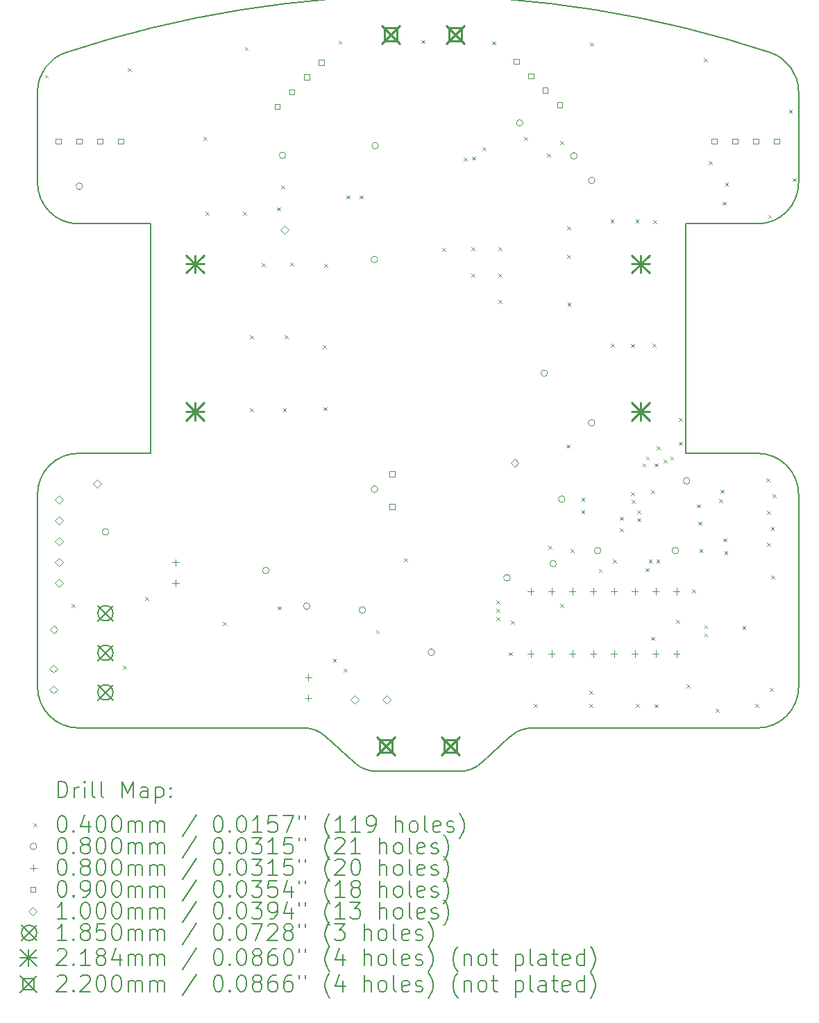
<source format=gbr>
%TF.GenerationSoftware,KiCad,Pcbnew,8.0.6*%
%TF.CreationDate,2025-01-13T14:25:44-08:00*%
%TF.ProjectId,rezq_rev2,72657a71-5f72-4657-9632-2e6b69636164,rev?*%
%TF.SameCoordinates,Original*%
%TF.FileFunction,Drillmap*%
%TF.FilePolarity,Positive*%
%FSLAX45Y45*%
G04 Gerber Fmt 4.5, Leading zero omitted, Abs format (unit mm)*
G04 Created by KiCad (PCBNEW 8.0.6) date 2025-01-13 14:25:44*
%MOMM*%
%LPD*%
G01*
G04 APERTURE LIST*
%ADD10C,0.200000*%
%ADD11C,0.100000*%
%ADD12C,0.185000*%
%ADD13C,0.218440*%
%ADD14C,0.220000*%
G04 APERTURE END LIST*
D10*
X24099110Y-15638720D02*
G75*
G02*
X24599110Y-16138720I0J-500000D01*
G01*
X15815360Y-18988720D02*
G75*
G02*
X15315360Y-18488720I0J500000D01*
G01*
X23219110Y-12838720D02*
X24099110Y-12838720D01*
X16695360Y-15638720D02*
X16695360Y-12838720D01*
X20730400Y-19414540D02*
G75*
G02*
X20461159Y-19518719I-269240J295820D01*
G01*
X15815360Y-15638720D02*
X16695360Y-15638720D01*
X24099110Y-15638720D02*
X23219110Y-15638720D01*
X20461159Y-19518720D02*
X19453310Y-19518720D01*
X18830678Y-19092900D02*
X19184582Y-19415006D01*
X15658008Y-10750565D02*
G75*
G02*
X24256462Y-10750565I4299227J-12967076D01*
G01*
X18561440Y-18988720D02*
X15815360Y-18988720D01*
X15315360Y-11225160D02*
G75*
G02*
X15658008Y-10750565I500000J0D01*
G01*
X21354396Y-18988720D02*
X24099110Y-18988720D01*
X16695360Y-12838720D02*
X15815360Y-12838720D01*
X24256462Y-10750565D02*
G75*
G02*
X24599110Y-11225160I-157352J-474595D01*
G01*
X15315360Y-16138720D02*
X15315360Y-18488720D01*
X21083787Y-19092905D02*
G75*
G02*
X21354396Y-18988723I269253J-295835D01*
G01*
X15315360Y-12338720D02*
X15315360Y-11225160D01*
X24599110Y-12338720D02*
G75*
G02*
X24099110Y-12838720I-500000J0D01*
G01*
X15815360Y-12838720D02*
G75*
G02*
X15315360Y-12338720I0J500000D01*
G01*
X24599110Y-12338720D02*
X24599110Y-11225160D01*
X24599110Y-18488720D02*
G75*
G02*
X24099110Y-18988720I-500000J0D01*
G01*
X20730400Y-19414540D02*
X21083787Y-19092905D01*
X15315360Y-16138720D02*
G75*
G02*
X15815360Y-15638720I500000J0D01*
G01*
X18561440Y-18988720D02*
G75*
G02*
X18830677Y-19092900I0J-399990D01*
G01*
X19453310Y-19518720D02*
G75*
G02*
X19184582Y-19415006I0J400000D01*
G01*
X23219110Y-15638720D02*
X23219110Y-12838720D01*
X24599110Y-18488720D02*
X24599110Y-16138720D01*
D11*
X15404000Y-11021000D02*
X15444000Y-11061000D01*
X15444000Y-11021000D02*
X15404000Y-11061000D01*
X15733080Y-17478060D02*
X15773080Y-17518060D01*
X15773080Y-17478060D02*
X15733080Y-17518060D01*
X16355380Y-18227360D02*
X16395380Y-18267360D01*
X16395380Y-18227360D02*
X16355380Y-18267360D01*
X16416000Y-10939000D02*
X16456000Y-10979000D01*
X16456000Y-10939000D02*
X16416000Y-10979000D01*
X16629700Y-17391700D02*
X16669700Y-17431700D01*
X16669700Y-17391700D02*
X16629700Y-17431700D01*
X17340900Y-11778300D02*
X17380900Y-11818300D01*
X17380900Y-11778300D02*
X17340900Y-11818300D01*
X17366300Y-12695240D02*
X17406300Y-12735240D01*
X17406300Y-12695240D02*
X17366300Y-12735240D01*
X17577120Y-17696500D02*
X17617120Y-17736500D01*
X17617120Y-17696500D02*
X17577120Y-17736500D01*
X17820960Y-12695240D02*
X17860960Y-12735240D01*
X17860960Y-12695240D02*
X17820960Y-12735240D01*
X17843000Y-10681000D02*
X17883000Y-10721000D01*
X17883000Y-10681000D02*
X17843000Y-10721000D01*
X17904780Y-14201460D02*
X17944780Y-14241460D01*
X17944780Y-14201460D02*
X17904780Y-14241460D01*
X17904780Y-15090460D02*
X17944780Y-15130460D01*
X17944780Y-15090460D02*
X17904780Y-15130460D01*
X18051000Y-13318000D02*
X18091000Y-13358000D01*
X18091000Y-13318000D02*
X18051000Y-13358000D01*
X18237000Y-12637000D02*
X18277000Y-12677000D01*
X18277000Y-12637000D02*
X18237000Y-12677000D01*
X18245140Y-17506000D02*
X18285140Y-17546000D01*
X18285140Y-17506000D02*
X18245140Y-17546000D01*
X18285000Y-12370000D02*
X18325000Y-12410000D01*
X18325000Y-12370000D02*
X18285000Y-12410000D01*
X18308640Y-15090460D02*
X18348640Y-15130460D01*
X18348640Y-15090460D02*
X18308640Y-15130460D01*
X18331500Y-14201460D02*
X18371500Y-14241460D01*
X18371500Y-14201460D02*
X18331500Y-14241460D01*
X18397000Y-13313000D02*
X18437000Y-13353000D01*
X18437000Y-13313000D02*
X18397000Y-13353000D01*
X18796320Y-14320840D02*
X18836320Y-14360840D01*
X18836320Y-14320840D02*
X18796320Y-14360840D01*
X18803940Y-15075220D02*
X18843940Y-15115220D01*
X18843940Y-15075220D02*
X18803940Y-15115220D01*
X18813000Y-13326000D02*
X18853000Y-13366000D01*
X18853000Y-13326000D02*
X18813000Y-13366000D01*
X18918240Y-18146080D02*
X18958240Y-18186080D01*
X18958240Y-18146080D02*
X18918240Y-18186080D01*
X18985000Y-10606000D02*
X19025000Y-10646000D01*
X19025000Y-10606000D02*
X18985000Y-10646000D01*
X19050320Y-18262920D02*
X19090320Y-18302920D01*
X19090320Y-18262920D02*
X19050320Y-18302920D01*
X19085000Y-12494000D02*
X19125000Y-12534000D01*
X19125000Y-12494000D02*
X19085000Y-12534000D01*
X19243000Y-12494000D02*
X19283000Y-12534000D01*
X19283000Y-12494000D02*
X19243000Y-12534000D01*
X19444020Y-17793020D02*
X19484020Y-17833020D01*
X19484020Y-17793020D02*
X19444020Y-17833020D01*
X19786920Y-16916720D02*
X19826920Y-16956720D01*
X19826920Y-16916720D02*
X19786920Y-16956720D01*
X19998300Y-10596163D02*
X20038300Y-10636163D01*
X20038300Y-10596163D02*
X19998300Y-10636163D01*
X20251740Y-13129580D02*
X20291740Y-13169580D01*
X20291740Y-13129580D02*
X20251740Y-13169580D01*
X20515900Y-12032300D02*
X20555900Y-12072300D01*
X20555900Y-12032300D02*
X20515900Y-12072300D01*
X20609880Y-13121960D02*
X20649880Y-13161960D01*
X20649880Y-13121960D02*
X20609880Y-13161960D01*
X20609880Y-13444540D02*
X20649880Y-13484540D01*
X20649880Y-13444540D02*
X20609880Y-13484540D01*
X20618000Y-12018000D02*
X20658000Y-12058000D01*
X20658000Y-12018000D02*
X20618000Y-12058000D01*
X20746000Y-11906000D02*
X20786000Y-11946000D01*
X20786000Y-11906000D02*
X20746000Y-11946000D01*
X20860000Y-10613000D02*
X20900000Y-10653000D01*
X20900000Y-10613000D02*
X20860000Y-10653000D01*
X20915000Y-17435000D02*
X20955000Y-17475000D01*
X20955000Y-17435000D02*
X20915000Y-17475000D01*
X20915000Y-17535000D02*
X20955000Y-17575000D01*
X20955000Y-17535000D02*
X20915000Y-17575000D01*
X20915000Y-17635000D02*
X20955000Y-17675000D01*
X20955000Y-17635000D02*
X20915000Y-17675000D01*
X20935000Y-13121960D02*
X20975000Y-13161960D01*
X20975000Y-13121960D02*
X20935000Y-13161960D01*
X20940080Y-13444540D02*
X20980080Y-13484540D01*
X20980080Y-13444540D02*
X20940080Y-13484540D01*
X20940080Y-13769660D02*
X20980080Y-13809660D01*
X20980080Y-13769660D02*
X20940080Y-13809660D01*
X21064540Y-18064800D02*
X21104540Y-18104800D01*
X21104540Y-18064800D02*
X21064540Y-18104800D01*
X21087400Y-17681260D02*
X21127400Y-17721260D01*
X21127400Y-17681260D02*
X21087400Y-17721260D01*
X21252500Y-11778300D02*
X21292500Y-11818300D01*
X21292500Y-11778300D02*
X21252500Y-11818300D01*
X21366800Y-18696700D02*
X21406800Y-18736700D01*
X21406800Y-18696700D02*
X21366800Y-18736700D01*
X21529030Y-11980000D02*
X21569030Y-12020000D01*
X21569030Y-11980000D02*
X21529030Y-12020000D01*
X21549680Y-16761780D02*
X21589680Y-16801780D01*
X21589680Y-16761780D02*
X21549680Y-16801780D01*
X21691000Y-17473000D02*
X21731000Y-17513000D01*
X21731000Y-17473000D02*
X21691000Y-17513000D01*
X21693000Y-11831000D02*
X21733000Y-11871000D01*
X21733000Y-11831000D02*
X21693000Y-11871000D01*
X21768120Y-15532420D02*
X21808120Y-15572420D01*
X21808120Y-15532420D02*
X21768120Y-15572420D01*
X21773200Y-12873040D02*
X21813200Y-12913040D01*
X21813200Y-12873040D02*
X21773200Y-12913040D01*
X21773200Y-13218480D02*
X21813200Y-13258480D01*
X21813200Y-13218480D02*
X21773200Y-13258480D01*
X21780820Y-13802680D02*
X21820820Y-13842680D01*
X21820820Y-13802680D02*
X21780820Y-13842680D01*
X21816250Y-16805000D02*
X21856250Y-16845000D01*
X21856250Y-16805000D02*
X21816250Y-16845000D01*
X21949000Y-16335000D02*
X21989000Y-16375000D01*
X21989000Y-16335000D02*
X21949000Y-16375000D01*
X21950000Y-16178750D02*
X21990000Y-16218750D01*
X21990000Y-16178750D02*
X21950000Y-16218750D01*
X22047520Y-18532160D02*
X22087520Y-18572160D01*
X22087520Y-18532160D02*
X22047520Y-18572160D01*
X22047520Y-18692180D02*
X22087520Y-18732180D01*
X22087520Y-18692180D02*
X22047520Y-18732180D01*
X22055000Y-10627000D02*
X22095000Y-10667000D01*
X22095000Y-10627000D02*
X22055000Y-10667000D01*
X22161820Y-17048800D02*
X22201820Y-17088800D01*
X22201820Y-17048800D02*
X22161820Y-17088800D01*
X22304060Y-12784140D02*
X22344060Y-12824140D01*
X22344060Y-12784140D02*
X22304060Y-12824140D01*
X22311680Y-14300520D02*
X22351680Y-14340520D01*
X22351680Y-14300520D02*
X22311680Y-14340520D01*
X22333000Y-16933000D02*
X22373000Y-16973000D01*
X22373000Y-16933000D02*
X22333000Y-16973000D01*
X22418360Y-16555000D02*
X22458360Y-16595000D01*
X22458360Y-16555000D02*
X22418360Y-16595000D01*
X22422350Y-16412350D02*
X22462350Y-16452350D01*
X22462350Y-16412350D02*
X22422350Y-16452350D01*
X22552980Y-14305600D02*
X22592980Y-14345600D01*
X22592980Y-14305600D02*
X22552980Y-14345600D01*
X22557604Y-16115556D02*
X22597604Y-16155556D01*
X22597604Y-16115556D02*
X22557604Y-16155556D01*
X22564488Y-16208301D02*
X22604488Y-16248301D01*
X22604488Y-16208301D02*
X22564488Y-16248301D01*
X22608860Y-12784140D02*
X22648860Y-12824140D01*
X22648860Y-12784140D02*
X22608860Y-12824140D01*
X22612500Y-18697500D02*
X22652500Y-18737500D01*
X22652500Y-18697500D02*
X22612500Y-18737500D01*
X22631743Y-16331960D02*
X22671743Y-16371960D01*
X22671743Y-16331960D02*
X22631743Y-16371960D01*
X22632749Y-16429133D02*
X22672749Y-16469133D01*
X22672749Y-16429133D02*
X22632749Y-16469133D01*
X22695500Y-15762000D02*
X22735500Y-15802000D01*
X22735500Y-15762000D02*
X22695500Y-15802000D01*
X22735000Y-17040000D02*
X22775000Y-17080000D01*
X22775000Y-17040000D02*
X22735000Y-17080000D01*
X22735860Y-15676000D02*
X22775860Y-15716000D01*
X22775860Y-15676000D02*
X22735860Y-15716000D01*
X22770000Y-16935000D02*
X22810000Y-16975000D01*
X22810000Y-16935000D02*
X22770000Y-16975000D01*
X22800000Y-16090000D02*
X22840000Y-16130000D01*
X22840000Y-16090000D02*
X22800000Y-16130000D01*
X22802000Y-17879000D02*
X22842000Y-17919000D01*
X22842000Y-17879000D02*
X22802000Y-17919000D01*
X22814600Y-14300520D02*
X22854600Y-14340520D01*
X22854600Y-14300520D02*
X22814600Y-14340520D01*
X22827300Y-12791760D02*
X22867300Y-12831760D01*
X22867300Y-12791760D02*
X22827300Y-12831760D01*
X22845000Y-18700000D02*
X22885000Y-18740000D01*
X22885000Y-18700000D02*
X22845000Y-18740000D01*
X22845500Y-15762000D02*
X22885500Y-15802000D01*
X22885500Y-15762000D02*
X22845500Y-15802000D01*
X22865000Y-16935000D02*
X22905000Y-16975000D01*
X22905000Y-16935000D02*
X22865000Y-16975000D01*
X22870000Y-15556000D02*
X22910000Y-15596000D01*
X22910000Y-15556000D02*
X22870000Y-15596000D01*
X22949766Y-15717750D02*
X22989766Y-15757750D01*
X22989766Y-15717750D02*
X22949766Y-15757750D01*
X23033142Y-15676549D02*
X23073142Y-15716549D01*
X23073142Y-15676549D02*
X23033142Y-15716549D01*
X23106700Y-17672000D02*
X23146700Y-17712000D01*
X23146700Y-17672000D02*
X23106700Y-17712000D01*
X23137000Y-15207000D02*
X23177000Y-15247000D01*
X23177000Y-15207000D02*
X23137000Y-15247000D01*
X23140000Y-15499000D02*
X23180000Y-15539000D01*
X23180000Y-15499000D02*
X23140000Y-15539000D01*
X23233000Y-18461000D02*
X23273000Y-18501000D01*
X23273000Y-18461000D02*
X23233000Y-18501000D01*
X23297200Y-17300260D02*
X23337200Y-17340260D01*
X23337200Y-17300260D02*
X23297200Y-17340260D01*
X23357000Y-16261000D02*
X23397000Y-16301000D01*
X23397000Y-16261000D02*
X23357000Y-16301000D01*
X23377000Y-16473000D02*
X23417000Y-16513000D01*
X23417000Y-16473000D02*
X23377000Y-16513000D01*
X23388750Y-16805000D02*
X23428750Y-16845000D01*
X23428750Y-16805000D02*
X23388750Y-16845000D01*
X23441000Y-10824000D02*
X23481000Y-10864000D01*
X23481000Y-10824000D02*
X23441000Y-10864000D01*
X23447500Y-17735000D02*
X23487500Y-17775000D01*
X23487500Y-17735000D02*
X23447500Y-17775000D01*
X23447500Y-17835000D02*
X23487500Y-17875000D01*
X23487500Y-17835000D02*
X23447500Y-17875000D01*
X23505000Y-12075000D02*
X23545000Y-12115000D01*
X23545000Y-12075000D02*
X23505000Y-12115000D01*
X23588000Y-18755000D02*
X23628000Y-18795000D01*
X23628000Y-18755000D02*
X23588000Y-18795000D01*
X23627400Y-16196500D02*
X23667400Y-16236500D01*
X23667400Y-16196500D02*
X23627400Y-16236500D01*
X23646000Y-16082000D02*
X23686000Y-16122000D01*
X23686000Y-16082000D02*
X23646000Y-16122000D01*
X23673000Y-12569000D02*
X23713000Y-12609000D01*
X23713000Y-12569000D02*
X23673000Y-12609000D01*
X23681000Y-16676000D02*
X23721000Y-16716000D01*
X23721000Y-16676000D02*
X23681000Y-16716000D01*
X23693000Y-16831000D02*
X23733000Y-16871000D01*
X23733000Y-16831000D02*
X23693000Y-16871000D01*
X23703000Y-12338000D02*
X23743000Y-12378000D01*
X23743000Y-12338000D02*
X23703000Y-12378000D01*
X23913000Y-17748000D02*
X23953000Y-17788000D01*
X23953000Y-17748000D02*
X23913000Y-17788000D01*
X24070000Y-18697500D02*
X24110000Y-18737500D01*
X24110000Y-18697500D02*
X24070000Y-18737500D01*
X24208320Y-15945880D02*
X24248320Y-15985880D01*
X24248320Y-15945880D02*
X24208320Y-15985880D01*
X24212500Y-16342120D02*
X24252500Y-16382120D01*
X24252500Y-16342120D02*
X24212500Y-16382120D01*
X24213400Y-16728200D02*
X24253400Y-16768200D01*
X24253400Y-16728200D02*
X24213400Y-16768200D01*
X24227000Y-12731000D02*
X24267000Y-12771000D01*
X24267000Y-12731000D02*
X24227000Y-12771000D01*
X24249700Y-18499140D02*
X24289700Y-18539140D01*
X24289700Y-18499140D02*
X24249700Y-18539140D01*
X24262000Y-16539000D02*
X24302000Y-16579000D01*
X24302000Y-16539000D02*
X24262000Y-16579000D01*
X24265000Y-17127500D02*
X24305000Y-17167500D01*
X24305000Y-17127500D02*
X24265000Y-17167500D01*
X24284000Y-16141000D02*
X24324000Y-16181000D01*
X24324000Y-16141000D02*
X24284000Y-16181000D01*
X24481000Y-11449000D02*
X24521000Y-11489000D01*
X24521000Y-11449000D02*
X24481000Y-11489000D01*
X24526000Y-12281000D02*
X24566000Y-12321000D01*
X24566000Y-12281000D02*
X24526000Y-12321000D01*
X15865000Y-12381250D02*
G75*
G02*
X15785000Y-12381250I-40000J0D01*
G01*
X15785000Y-12381250D02*
G75*
G02*
X15865000Y-12381250I40000J0D01*
G01*
X16185000Y-16597500D02*
G75*
G02*
X16105000Y-16597500I-40000J0D01*
G01*
X16105000Y-16597500D02*
G75*
G02*
X16185000Y-16597500I40000J0D01*
G01*
X18140000Y-17069400D02*
G75*
G02*
X18060000Y-17069400I-40000J0D01*
G01*
X18060000Y-17069400D02*
G75*
G02*
X18140000Y-17069400I40000J0D01*
G01*
X18343300Y-12002740D02*
G75*
G02*
X18263300Y-12002740I-40000J0D01*
G01*
X18263300Y-12002740D02*
G75*
G02*
X18343300Y-12002740I40000J0D01*
G01*
X18638750Y-17503750D02*
G75*
G02*
X18558750Y-17503750I-40000J0D01*
G01*
X18558750Y-17503750D02*
G75*
G02*
X18638750Y-17503750I40000J0D01*
G01*
X19318600Y-17550000D02*
G75*
G02*
X19238600Y-17550000I-40000J0D01*
G01*
X19238600Y-17550000D02*
G75*
G02*
X19318600Y-17550000I40000J0D01*
G01*
X19465000Y-13275000D02*
G75*
G02*
X19385000Y-13275000I-40000J0D01*
G01*
X19385000Y-13275000D02*
G75*
G02*
X19465000Y-13275000I40000J0D01*
G01*
X19465000Y-16075000D02*
G75*
G02*
X19385000Y-16075000I-40000J0D01*
G01*
X19385000Y-16075000D02*
G75*
G02*
X19465000Y-16075000I40000J0D01*
G01*
X19473355Y-11884845D02*
G75*
G02*
X19393355Y-11884845I-40000J0D01*
G01*
X19393355Y-11884845D02*
G75*
G02*
X19473355Y-11884845I40000J0D01*
G01*
X20159500Y-18065000D02*
G75*
G02*
X20079500Y-18065000I-40000J0D01*
G01*
X20079500Y-18065000D02*
G75*
G02*
X20159500Y-18065000I40000J0D01*
G01*
X21080580Y-17156920D02*
G75*
G02*
X21000580Y-17156920I-40000J0D01*
G01*
X21000580Y-17156920D02*
G75*
G02*
X21080580Y-17156920I40000J0D01*
G01*
X21236300Y-11607800D02*
G75*
G02*
X21156300Y-11607800I-40000J0D01*
G01*
X21156300Y-11607800D02*
G75*
G02*
X21236300Y-11607800I40000J0D01*
G01*
X21537000Y-14660565D02*
G75*
G02*
X21457000Y-14660565I-40000J0D01*
G01*
X21457000Y-14660565D02*
G75*
G02*
X21537000Y-14660565I40000J0D01*
G01*
X21645000Y-16985000D02*
G75*
G02*
X21565000Y-16985000I-40000J0D01*
G01*
X21565000Y-16985000D02*
G75*
G02*
X21645000Y-16985000I40000J0D01*
G01*
X21750000Y-16198750D02*
G75*
G02*
X21670000Y-16198750I-40000J0D01*
G01*
X21670000Y-16198750D02*
G75*
G02*
X21750000Y-16198750I40000J0D01*
G01*
X21896430Y-12010510D02*
G75*
G02*
X21816430Y-12010510I-40000J0D01*
G01*
X21816430Y-12010510D02*
G75*
G02*
X21896430Y-12010510I40000J0D01*
G01*
X22114685Y-15265855D02*
G75*
G02*
X22034685Y-15265855I-40000J0D01*
G01*
X22034685Y-15265855D02*
G75*
G02*
X22114685Y-15265855I40000J0D01*
G01*
X22115000Y-12308000D02*
G75*
G02*
X22035000Y-12308000I-40000J0D01*
G01*
X22035000Y-12308000D02*
G75*
G02*
X22115000Y-12308000I40000J0D01*
G01*
X22188750Y-16825000D02*
G75*
G02*
X22108750Y-16825000I-40000J0D01*
G01*
X22108750Y-16825000D02*
G75*
G02*
X22188750Y-16825000I40000J0D01*
G01*
X23136250Y-16825000D02*
G75*
G02*
X23056250Y-16825000I-40000J0D01*
G01*
X23056250Y-16825000D02*
G75*
G02*
X23136250Y-16825000I40000J0D01*
G01*
X23272500Y-15975000D02*
G75*
G02*
X23192500Y-15975000I-40000J0D01*
G01*
X23192500Y-15975000D02*
G75*
G02*
X23272500Y-15975000I40000J0D01*
G01*
X16999800Y-16929400D02*
X16999800Y-17009400D01*
X16959800Y-16969400D02*
X17039800Y-16969400D01*
X16999800Y-17179400D02*
X16999800Y-17259400D01*
X16959800Y-17219400D02*
X17039800Y-17219400D01*
X18620300Y-18333662D02*
X18620300Y-18413662D01*
X18580300Y-18373662D02*
X18660300Y-18373662D01*
X18620300Y-18583662D02*
X18620300Y-18663662D01*
X18580300Y-18623662D02*
X18660300Y-18623662D01*
X21332500Y-17283000D02*
X21332500Y-17363000D01*
X21292500Y-17323000D02*
X21372500Y-17323000D01*
X21332500Y-18045000D02*
X21332500Y-18125000D01*
X21292500Y-18085000D02*
X21372500Y-18085000D01*
X21586500Y-17283000D02*
X21586500Y-17363000D01*
X21546500Y-17323000D02*
X21626500Y-17323000D01*
X21586500Y-18045000D02*
X21586500Y-18125000D01*
X21546500Y-18085000D02*
X21626500Y-18085000D01*
X21840500Y-17283000D02*
X21840500Y-17363000D01*
X21800500Y-17323000D02*
X21880500Y-17323000D01*
X21840500Y-18045000D02*
X21840500Y-18125000D01*
X21800500Y-18085000D02*
X21880500Y-18085000D01*
X22094500Y-17283000D02*
X22094500Y-17363000D01*
X22054500Y-17323000D02*
X22134500Y-17323000D01*
X22094500Y-18045000D02*
X22094500Y-18125000D01*
X22054500Y-18085000D02*
X22134500Y-18085000D01*
X22348500Y-17283000D02*
X22348500Y-17363000D01*
X22308500Y-17323000D02*
X22388500Y-17323000D01*
X22348500Y-18045000D02*
X22348500Y-18125000D01*
X22308500Y-18085000D02*
X22388500Y-18085000D01*
X22602500Y-17283000D02*
X22602500Y-17363000D01*
X22562500Y-17323000D02*
X22642500Y-17323000D01*
X22602500Y-18045000D02*
X22602500Y-18125000D01*
X22562500Y-18085000D02*
X22642500Y-18085000D01*
X22856500Y-17283000D02*
X22856500Y-17363000D01*
X22816500Y-17323000D02*
X22896500Y-17323000D01*
X22856500Y-18045000D02*
X22856500Y-18125000D01*
X22816500Y-18085000D02*
X22896500Y-18085000D01*
X23110500Y-17283000D02*
X23110500Y-17363000D01*
X23070500Y-17323000D02*
X23150500Y-17323000D01*
X23110500Y-18045000D02*
X23110500Y-18125000D01*
X23070500Y-18085000D02*
X23150500Y-18085000D01*
X15601180Y-11862540D02*
X15601180Y-11798900D01*
X15537540Y-11798900D01*
X15537540Y-11862540D01*
X15601180Y-11862540D01*
X15855180Y-11862540D02*
X15855180Y-11798900D01*
X15791540Y-11798900D01*
X15791540Y-11862540D01*
X15855180Y-11862540D01*
X16109180Y-11862540D02*
X16109180Y-11798900D01*
X16045540Y-11798900D01*
X16045540Y-11862540D01*
X16109180Y-11862540D01*
X16363180Y-11862540D02*
X16363180Y-11798900D01*
X16299540Y-11798900D01*
X16299540Y-11862540D01*
X16363180Y-11862540D01*
X18270515Y-11440425D02*
X18270515Y-11376785D01*
X18206875Y-11376785D01*
X18206875Y-11440425D01*
X18270515Y-11440425D01*
X18450120Y-11260820D02*
X18450120Y-11197180D01*
X18386480Y-11197180D01*
X18386480Y-11260820D01*
X18450120Y-11260820D01*
X18629725Y-11081215D02*
X18629725Y-11017575D01*
X18566085Y-11017575D01*
X18566085Y-11081215D01*
X18629725Y-11081215D01*
X18809330Y-10901610D02*
X18809330Y-10837970D01*
X18745690Y-10837970D01*
X18745690Y-10901610D01*
X18809330Y-10901610D01*
X19671820Y-15921820D02*
X19671820Y-15858180D01*
X19608180Y-15858180D01*
X19608180Y-15921820D01*
X19671820Y-15921820D01*
X19671820Y-16321820D02*
X19671820Y-16258180D01*
X19608180Y-16258180D01*
X19608180Y-16321820D01*
X19671820Y-16321820D01*
X21188215Y-10888515D02*
X21188215Y-10824875D01*
X21124575Y-10824875D01*
X21124575Y-10888515D01*
X21188215Y-10888515D01*
X21367820Y-11068120D02*
X21367820Y-11004480D01*
X21304180Y-11004480D01*
X21304180Y-11068120D01*
X21367820Y-11068120D01*
X21539804Y-11240104D02*
X21539804Y-11176464D01*
X21476164Y-11176464D01*
X21476164Y-11240104D01*
X21539804Y-11240104D01*
X21719409Y-11419709D02*
X21719409Y-11356069D01*
X21655769Y-11356069D01*
X21655769Y-11419709D01*
X21719409Y-11419709D01*
X23602180Y-11862540D02*
X23602180Y-11798900D01*
X23538540Y-11798900D01*
X23538540Y-11862540D01*
X23602180Y-11862540D01*
X23856180Y-11862540D02*
X23856180Y-11798900D01*
X23792540Y-11798900D01*
X23792540Y-11862540D01*
X23856180Y-11862540D01*
X24110180Y-11862540D02*
X24110180Y-11798900D01*
X24046540Y-11798900D01*
X24046540Y-11862540D01*
X24110180Y-11862540D01*
X24364180Y-11862540D02*
X24364180Y-11798900D01*
X24300540Y-11798900D01*
X24300540Y-11862540D01*
X24364180Y-11862540D01*
X15508800Y-18316400D02*
X15558800Y-18266400D01*
X15508800Y-18216400D01*
X15458800Y-18266400D01*
X15508800Y-18316400D01*
X15508800Y-18570400D02*
X15558800Y-18520400D01*
X15508800Y-18470400D01*
X15458800Y-18520400D01*
X15508800Y-18570400D01*
X15514000Y-17835000D02*
X15564000Y-17785000D01*
X15514000Y-17735000D01*
X15464000Y-17785000D01*
X15514000Y-17835000D01*
X15580360Y-16252660D02*
X15630360Y-16202660D01*
X15580360Y-16152660D01*
X15530360Y-16202660D01*
X15580360Y-16252660D01*
X15580360Y-16506660D02*
X15630360Y-16456660D01*
X15580360Y-16406660D01*
X15530360Y-16456660D01*
X15580360Y-16506660D01*
X15580360Y-16760660D02*
X15630360Y-16710660D01*
X15580360Y-16660660D01*
X15530360Y-16710660D01*
X15580360Y-16760660D01*
X15580360Y-17014660D02*
X15630360Y-16964660D01*
X15580360Y-16914660D01*
X15530360Y-16964660D01*
X15580360Y-17014660D01*
X15580360Y-17268660D02*
X15630360Y-17218660D01*
X15580360Y-17168660D01*
X15530360Y-17218660D01*
X15580360Y-17268660D01*
X16043000Y-16062000D02*
X16093000Y-16012000D01*
X16043000Y-15962000D01*
X15993000Y-16012000D01*
X16043000Y-16062000D01*
X18330000Y-12963000D02*
X18380000Y-12913000D01*
X18330000Y-12863000D01*
X18280000Y-12913000D01*
X18330000Y-12963000D01*
X19186000Y-18692000D02*
X19236000Y-18642000D01*
X19186000Y-18592000D01*
X19136000Y-18642000D01*
X19186000Y-18692000D01*
X19570000Y-18692000D02*
X19620000Y-18642000D01*
X19570000Y-18592000D01*
X19520000Y-18642000D01*
X19570000Y-18692000D01*
X21136000Y-15809000D02*
X21186000Y-15759000D01*
X21136000Y-15709000D01*
X21086000Y-15759000D01*
X21136000Y-15809000D01*
D12*
X16051300Y-17497700D02*
X16236300Y-17682700D01*
X16236300Y-17497700D02*
X16051300Y-17682700D01*
X16236300Y-17590200D02*
G75*
G02*
X16051300Y-17590200I-92500J0D01*
G01*
X16051300Y-17590200D02*
G75*
G02*
X16236300Y-17590200I92500J0D01*
G01*
X16051300Y-17980300D02*
X16236300Y-18165300D01*
X16236300Y-17980300D02*
X16051300Y-18165300D01*
X16236300Y-18072800D02*
G75*
G02*
X16051300Y-18072800I-92500J0D01*
G01*
X16051300Y-18072800D02*
G75*
G02*
X16236300Y-18072800I92500J0D01*
G01*
X16051300Y-18462900D02*
X16236300Y-18647900D01*
X16236300Y-18462900D02*
X16051300Y-18647900D01*
X16236300Y-18555400D02*
G75*
G02*
X16051300Y-18555400I-92500J0D01*
G01*
X16051300Y-18555400D02*
G75*
G02*
X16236300Y-18555400I92500J0D01*
G01*
D13*
X17129540Y-13220700D02*
X17347980Y-13439140D01*
X17347980Y-13220700D02*
X17129540Y-13439140D01*
X17238760Y-13220700D02*
X17238760Y-13439140D01*
X17129540Y-13329920D02*
X17347980Y-13329920D01*
X17129540Y-15020700D02*
X17347980Y-15239140D01*
X17347980Y-15020700D02*
X17129540Y-15239140D01*
X17238760Y-15020700D02*
X17238760Y-15239140D01*
X17129540Y-15129920D02*
X17347980Y-15129920D01*
X22563290Y-13220700D02*
X22781730Y-13439140D01*
X22781730Y-13220700D02*
X22563290Y-13439140D01*
X22672510Y-13220700D02*
X22672510Y-13439140D01*
X22563290Y-13329920D02*
X22781730Y-13329920D01*
X22563290Y-15020700D02*
X22781730Y-15239140D01*
X22781730Y-15020700D02*
X22563290Y-15239140D01*
X22672510Y-15020700D02*
X22672510Y-15239140D01*
X22563290Y-15129920D02*
X22781730Y-15129920D01*
D14*
X19453530Y-19100000D02*
X19673530Y-19320000D01*
X19673530Y-19100000D02*
X19453530Y-19320000D01*
X19641313Y-19287783D02*
X19641313Y-19132218D01*
X19485748Y-19132218D01*
X19485748Y-19287783D01*
X19641313Y-19287783D01*
X19514600Y-10419000D02*
X19734600Y-10639000D01*
X19734600Y-10419000D02*
X19514600Y-10639000D01*
X19702383Y-10606783D02*
X19702383Y-10451218D01*
X19546818Y-10451218D01*
X19546818Y-10606783D01*
X19702383Y-10606783D01*
X20240930Y-19100000D02*
X20460930Y-19320000D01*
X20460930Y-19100000D02*
X20240930Y-19320000D01*
X20428713Y-19287783D02*
X20428713Y-19132218D01*
X20273148Y-19132218D01*
X20273148Y-19287783D01*
X20428713Y-19287783D01*
X20302000Y-10419000D02*
X20522000Y-10639000D01*
X20522000Y-10419000D02*
X20302000Y-10639000D01*
X20489783Y-10606783D02*
X20489783Y-10451218D01*
X20334218Y-10451218D01*
X20334218Y-10606783D01*
X20489783Y-10606783D01*
D10*
X15566137Y-19840204D02*
X15566137Y-19640204D01*
X15566137Y-19640204D02*
X15613756Y-19640204D01*
X15613756Y-19640204D02*
X15642327Y-19649728D01*
X15642327Y-19649728D02*
X15661375Y-19668775D01*
X15661375Y-19668775D02*
X15670899Y-19687823D01*
X15670899Y-19687823D02*
X15680422Y-19725918D01*
X15680422Y-19725918D02*
X15680422Y-19754490D01*
X15680422Y-19754490D02*
X15670899Y-19792585D01*
X15670899Y-19792585D02*
X15661375Y-19811632D01*
X15661375Y-19811632D02*
X15642327Y-19830680D01*
X15642327Y-19830680D02*
X15613756Y-19840204D01*
X15613756Y-19840204D02*
X15566137Y-19840204D01*
X15766137Y-19840204D02*
X15766137Y-19706870D01*
X15766137Y-19744966D02*
X15775661Y-19725918D01*
X15775661Y-19725918D02*
X15785184Y-19716394D01*
X15785184Y-19716394D02*
X15804232Y-19706870D01*
X15804232Y-19706870D02*
X15823280Y-19706870D01*
X15889946Y-19840204D02*
X15889946Y-19706870D01*
X15889946Y-19640204D02*
X15880422Y-19649728D01*
X15880422Y-19649728D02*
X15889946Y-19659251D01*
X15889946Y-19659251D02*
X15899470Y-19649728D01*
X15899470Y-19649728D02*
X15889946Y-19640204D01*
X15889946Y-19640204D02*
X15889946Y-19659251D01*
X16013756Y-19840204D02*
X15994708Y-19830680D01*
X15994708Y-19830680D02*
X15985184Y-19811632D01*
X15985184Y-19811632D02*
X15985184Y-19640204D01*
X16118518Y-19840204D02*
X16099470Y-19830680D01*
X16099470Y-19830680D02*
X16089946Y-19811632D01*
X16089946Y-19811632D02*
X16089946Y-19640204D01*
X16347089Y-19840204D02*
X16347089Y-19640204D01*
X16347089Y-19640204D02*
X16413756Y-19783061D01*
X16413756Y-19783061D02*
X16480422Y-19640204D01*
X16480422Y-19640204D02*
X16480422Y-19840204D01*
X16661375Y-19840204D02*
X16661375Y-19735442D01*
X16661375Y-19735442D02*
X16651851Y-19716394D01*
X16651851Y-19716394D02*
X16632803Y-19706870D01*
X16632803Y-19706870D02*
X16594708Y-19706870D01*
X16594708Y-19706870D02*
X16575661Y-19716394D01*
X16661375Y-19830680D02*
X16642327Y-19840204D01*
X16642327Y-19840204D02*
X16594708Y-19840204D01*
X16594708Y-19840204D02*
X16575661Y-19830680D01*
X16575661Y-19830680D02*
X16566137Y-19811632D01*
X16566137Y-19811632D02*
X16566137Y-19792585D01*
X16566137Y-19792585D02*
X16575661Y-19773537D01*
X16575661Y-19773537D02*
X16594708Y-19764013D01*
X16594708Y-19764013D02*
X16642327Y-19764013D01*
X16642327Y-19764013D02*
X16661375Y-19754490D01*
X16756613Y-19706870D02*
X16756613Y-19906870D01*
X16756613Y-19716394D02*
X16775661Y-19706870D01*
X16775661Y-19706870D02*
X16813756Y-19706870D01*
X16813756Y-19706870D02*
X16832804Y-19716394D01*
X16832804Y-19716394D02*
X16842327Y-19725918D01*
X16842327Y-19725918D02*
X16851851Y-19744966D01*
X16851851Y-19744966D02*
X16851851Y-19802109D01*
X16851851Y-19802109D02*
X16842327Y-19821156D01*
X16842327Y-19821156D02*
X16832804Y-19830680D01*
X16832804Y-19830680D02*
X16813756Y-19840204D01*
X16813756Y-19840204D02*
X16775661Y-19840204D01*
X16775661Y-19840204D02*
X16756613Y-19830680D01*
X16937565Y-19821156D02*
X16947089Y-19830680D01*
X16947089Y-19830680D02*
X16937565Y-19840204D01*
X16937565Y-19840204D02*
X16928042Y-19830680D01*
X16928042Y-19830680D02*
X16937565Y-19821156D01*
X16937565Y-19821156D02*
X16937565Y-19840204D01*
X16937565Y-19716394D02*
X16947089Y-19725918D01*
X16947089Y-19725918D02*
X16937565Y-19735442D01*
X16937565Y-19735442D02*
X16928042Y-19725918D01*
X16928042Y-19725918D02*
X16937565Y-19716394D01*
X16937565Y-19716394D02*
X16937565Y-19735442D01*
D11*
X15265360Y-20148720D02*
X15305360Y-20188720D01*
X15305360Y-20148720D02*
X15265360Y-20188720D01*
D10*
X15604232Y-20060204D02*
X15623280Y-20060204D01*
X15623280Y-20060204D02*
X15642327Y-20069728D01*
X15642327Y-20069728D02*
X15651851Y-20079251D01*
X15651851Y-20079251D02*
X15661375Y-20098299D01*
X15661375Y-20098299D02*
X15670899Y-20136394D01*
X15670899Y-20136394D02*
X15670899Y-20184013D01*
X15670899Y-20184013D02*
X15661375Y-20222109D01*
X15661375Y-20222109D02*
X15651851Y-20241156D01*
X15651851Y-20241156D02*
X15642327Y-20250680D01*
X15642327Y-20250680D02*
X15623280Y-20260204D01*
X15623280Y-20260204D02*
X15604232Y-20260204D01*
X15604232Y-20260204D02*
X15585184Y-20250680D01*
X15585184Y-20250680D02*
X15575661Y-20241156D01*
X15575661Y-20241156D02*
X15566137Y-20222109D01*
X15566137Y-20222109D02*
X15556613Y-20184013D01*
X15556613Y-20184013D02*
X15556613Y-20136394D01*
X15556613Y-20136394D02*
X15566137Y-20098299D01*
X15566137Y-20098299D02*
X15575661Y-20079251D01*
X15575661Y-20079251D02*
X15585184Y-20069728D01*
X15585184Y-20069728D02*
X15604232Y-20060204D01*
X15756613Y-20241156D02*
X15766137Y-20250680D01*
X15766137Y-20250680D02*
X15756613Y-20260204D01*
X15756613Y-20260204D02*
X15747089Y-20250680D01*
X15747089Y-20250680D02*
X15756613Y-20241156D01*
X15756613Y-20241156D02*
X15756613Y-20260204D01*
X15937565Y-20126870D02*
X15937565Y-20260204D01*
X15889946Y-20050680D02*
X15842327Y-20193537D01*
X15842327Y-20193537D02*
X15966137Y-20193537D01*
X16080422Y-20060204D02*
X16099470Y-20060204D01*
X16099470Y-20060204D02*
X16118518Y-20069728D01*
X16118518Y-20069728D02*
X16128042Y-20079251D01*
X16128042Y-20079251D02*
X16137565Y-20098299D01*
X16137565Y-20098299D02*
X16147089Y-20136394D01*
X16147089Y-20136394D02*
X16147089Y-20184013D01*
X16147089Y-20184013D02*
X16137565Y-20222109D01*
X16137565Y-20222109D02*
X16128042Y-20241156D01*
X16128042Y-20241156D02*
X16118518Y-20250680D01*
X16118518Y-20250680D02*
X16099470Y-20260204D01*
X16099470Y-20260204D02*
X16080422Y-20260204D01*
X16080422Y-20260204D02*
X16061375Y-20250680D01*
X16061375Y-20250680D02*
X16051851Y-20241156D01*
X16051851Y-20241156D02*
X16042327Y-20222109D01*
X16042327Y-20222109D02*
X16032803Y-20184013D01*
X16032803Y-20184013D02*
X16032803Y-20136394D01*
X16032803Y-20136394D02*
X16042327Y-20098299D01*
X16042327Y-20098299D02*
X16051851Y-20079251D01*
X16051851Y-20079251D02*
X16061375Y-20069728D01*
X16061375Y-20069728D02*
X16080422Y-20060204D01*
X16270899Y-20060204D02*
X16289946Y-20060204D01*
X16289946Y-20060204D02*
X16308994Y-20069728D01*
X16308994Y-20069728D02*
X16318518Y-20079251D01*
X16318518Y-20079251D02*
X16328042Y-20098299D01*
X16328042Y-20098299D02*
X16337565Y-20136394D01*
X16337565Y-20136394D02*
X16337565Y-20184013D01*
X16337565Y-20184013D02*
X16328042Y-20222109D01*
X16328042Y-20222109D02*
X16318518Y-20241156D01*
X16318518Y-20241156D02*
X16308994Y-20250680D01*
X16308994Y-20250680D02*
X16289946Y-20260204D01*
X16289946Y-20260204D02*
X16270899Y-20260204D01*
X16270899Y-20260204D02*
X16251851Y-20250680D01*
X16251851Y-20250680D02*
X16242327Y-20241156D01*
X16242327Y-20241156D02*
X16232803Y-20222109D01*
X16232803Y-20222109D02*
X16223280Y-20184013D01*
X16223280Y-20184013D02*
X16223280Y-20136394D01*
X16223280Y-20136394D02*
X16232803Y-20098299D01*
X16232803Y-20098299D02*
X16242327Y-20079251D01*
X16242327Y-20079251D02*
X16251851Y-20069728D01*
X16251851Y-20069728D02*
X16270899Y-20060204D01*
X16423280Y-20260204D02*
X16423280Y-20126870D01*
X16423280Y-20145918D02*
X16432803Y-20136394D01*
X16432803Y-20136394D02*
X16451851Y-20126870D01*
X16451851Y-20126870D02*
X16480423Y-20126870D01*
X16480423Y-20126870D02*
X16499470Y-20136394D01*
X16499470Y-20136394D02*
X16508994Y-20155442D01*
X16508994Y-20155442D02*
X16508994Y-20260204D01*
X16508994Y-20155442D02*
X16518518Y-20136394D01*
X16518518Y-20136394D02*
X16537565Y-20126870D01*
X16537565Y-20126870D02*
X16566137Y-20126870D01*
X16566137Y-20126870D02*
X16585184Y-20136394D01*
X16585184Y-20136394D02*
X16594708Y-20155442D01*
X16594708Y-20155442D02*
X16594708Y-20260204D01*
X16689946Y-20260204D02*
X16689946Y-20126870D01*
X16689946Y-20145918D02*
X16699470Y-20136394D01*
X16699470Y-20136394D02*
X16718518Y-20126870D01*
X16718518Y-20126870D02*
X16747089Y-20126870D01*
X16747089Y-20126870D02*
X16766137Y-20136394D01*
X16766137Y-20136394D02*
X16775661Y-20155442D01*
X16775661Y-20155442D02*
X16775661Y-20260204D01*
X16775661Y-20155442D02*
X16785185Y-20136394D01*
X16785185Y-20136394D02*
X16804232Y-20126870D01*
X16804232Y-20126870D02*
X16832804Y-20126870D01*
X16832804Y-20126870D02*
X16851851Y-20136394D01*
X16851851Y-20136394D02*
X16861375Y-20155442D01*
X16861375Y-20155442D02*
X16861375Y-20260204D01*
X17251851Y-20050680D02*
X17080423Y-20307823D01*
X17508994Y-20060204D02*
X17528042Y-20060204D01*
X17528042Y-20060204D02*
X17547089Y-20069728D01*
X17547089Y-20069728D02*
X17556613Y-20079251D01*
X17556613Y-20079251D02*
X17566137Y-20098299D01*
X17566137Y-20098299D02*
X17575661Y-20136394D01*
X17575661Y-20136394D02*
X17575661Y-20184013D01*
X17575661Y-20184013D02*
X17566137Y-20222109D01*
X17566137Y-20222109D02*
X17556613Y-20241156D01*
X17556613Y-20241156D02*
X17547089Y-20250680D01*
X17547089Y-20250680D02*
X17528042Y-20260204D01*
X17528042Y-20260204D02*
X17508994Y-20260204D01*
X17508994Y-20260204D02*
X17489947Y-20250680D01*
X17489947Y-20250680D02*
X17480423Y-20241156D01*
X17480423Y-20241156D02*
X17470899Y-20222109D01*
X17470899Y-20222109D02*
X17461375Y-20184013D01*
X17461375Y-20184013D02*
X17461375Y-20136394D01*
X17461375Y-20136394D02*
X17470899Y-20098299D01*
X17470899Y-20098299D02*
X17480423Y-20079251D01*
X17480423Y-20079251D02*
X17489947Y-20069728D01*
X17489947Y-20069728D02*
X17508994Y-20060204D01*
X17661375Y-20241156D02*
X17670899Y-20250680D01*
X17670899Y-20250680D02*
X17661375Y-20260204D01*
X17661375Y-20260204D02*
X17651851Y-20250680D01*
X17651851Y-20250680D02*
X17661375Y-20241156D01*
X17661375Y-20241156D02*
X17661375Y-20260204D01*
X17794708Y-20060204D02*
X17813756Y-20060204D01*
X17813756Y-20060204D02*
X17832804Y-20069728D01*
X17832804Y-20069728D02*
X17842328Y-20079251D01*
X17842328Y-20079251D02*
X17851851Y-20098299D01*
X17851851Y-20098299D02*
X17861375Y-20136394D01*
X17861375Y-20136394D02*
X17861375Y-20184013D01*
X17861375Y-20184013D02*
X17851851Y-20222109D01*
X17851851Y-20222109D02*
X17842328Y-20241156D01*
X17842328Y-20241156D02*
X17832804Y-20250680D01*
X17832804Y-20250680D02*
X17813756Y-20260204D01*
X17813756Y-20260204D02*
X17794708Y-20260204D01*
X17794708Y-20260204D02*
X17775661Y-20250680D01*
X17775661Y-20250680D02*
X17766137Y-20241156D01*
X17766137Y-20241156D02*
X17756613Y-20222109D01*
X17756613Y-20222109D02*
X17747089Y-20184013D01*
X17747089Y-20184013D02*
X17747089Y-20136394D01*
X17747089Y-20136394D02*
X17756613Y-20098299D01*
X17756613Y-20098299D02*
X17766137Y-20079251D01*
X17766137Y-20079251D02*
X17775661Y-20069728D01*
X17775661Y-20069728D02*
X17794708Y-20060204D01*
X18051851Y-20260204D02*
X17937566Y-20260204D01*
X17994708Y-20260204D02*
X17994708Y-20060204D01*
X17994708Y-20060204D02*
X17975661Y-20088775D01*
X17975661Y-20088775D02*
X17956613Y-20107823D01*
X17956613Y-20107823D02*
X17937566Y-20117347D01*
X18232804Y-20060204D02*
X18137566Y-20060204D01*
X18137566Y-20060204D02*
X18128042Y-20155442D01*
X18128042Y-20155442D02*
X18137566Y-20145918D01*
X18137566Y-20145918D02*
X18156613Y-20136394D01*
X18156613Y-20136394D02*
X18204232Y-20136394D01*
X18204232Y-20136394D02*
X18223280Y-20145918D01*
X18223280Y-20145918D02*
X18232804Y-20155442D01*
X18232804Y-20155442D02*
X18242328Y-20174490D01*
X18242328Y-20174490D02*
X18242328Y-20222109D01*
X18242328Y-20222109D02*
X18232804Y-20241156D01*
X18232804Y-20241156D02*
X18223280Y-20250680D01*
X18223280Y-20250680D02*
X18204232Y-20260204D01*
X18204232Y-20260204D02*
X18156613Y-20260204D01*
X18156613Y-20260204D02*
X18137566Y-20250680D01*
X18137566Y-20250680D02*
X18128042Y-20241156D01*
X18308994Y-20060204D02*
X18442328Y-20060204D01*
X18442328Y-20060204D02*
X18356613Y-20260204D01*
X18508994Y-20060204D02*
X18508994Y-20098299D01*
X18585185Y-20060204D02*
X18585185Y-20098299D01*
X18880423Y-20336394D02*
X18870899Y-20326870D01*
X18870899Y-20326870D02*
X18851851Y-20298299D01*
X18851851Y-20298299D02*
X18842328Y-20279251D01*
X18842328Y-20279251D02*
X18832804Y-20250680D01*
X18832804Y-20250680D02*
X18823280Y-20203061D01*
X18823280Y-20203061D02*
X18823280Y-20164966D01*
X18823280Y-20164966D02*
X18832804Y-20117347D01*
X18832804Y-20117347D02*
X18842328Y-20088775D01*
X18842328Y-20088775D02*
X18851851Y-20069728D01*
X18851851Y-20069728D02*
X18870899Y-20041156D01*
X18870899Y-20041156D02*
X18880423Y-20031632D01*
X19061375Y-20260204D02*
X18947090Y-20260204D01*
X19004232Y-20260204D02*
X19004232Y-20060204D01*
X19004232Y-20060204D02*
X18985185Y-20088775D01*
X18985185Y-20088775D02*
X18966137Y-20107823D01*
X18966137Y-20107823D02*
X18947090Y-20117347D01*
X19251851Y-20260204D02*
X19137566Y-20260204D01*
X19194709Y-20260204D02*
X19194709Y-20060204D01*
X19194709Y-20060204D02*
X19175661Y-20088775D01*
X19175661Y-20088775D02*
X19156613Y-20107823D01*
X19156613Y-20107823D02*
X19137566Y-20117347D01*
X19347090Y-20260204D02*
X19385185Y-20260204D01*
X19385185Y-20260204D02*
X19404232Y-20250680D01*
X19404232Y-20250680D02*
X19413756Y-20241156D01*
X19413756Y-20241156D02*
X19432804Y-20212585D01*
X19432804Y-20212585D02*
X19442328Y-20174490D01*
X19442328Y-20174490D02*
X19442328Y-20098299D01*
X19442328Y-20098299D02*
X19432804Y-20079251D01*
X19432804Y-20079251D02*
X19423280Y-20069728D01*
X19423280Y-20069728D02*
X19404232Y-20060204D01*
X19404232Y-20060204D02*
X19366137Y-20060204D01*
X19366137Y-20060204D02*
X19347090Y-20069728D01*
X19347090Y-20069728D02*
X19337566Y-20079251D01*
X19337566Y-20079251D02*
X19328042Y-20098299D01*
X19328042Y-20098299D02*
X19328042Y-20145918D01*
X19328042Y-20145918D02*
X19337566Y-20164966D01*
X19337566Y-20164966D02*
X19347090Y-20174490D01*
X19347090Y-20174490D02*
X19366137Y-20184013D01*
X19366137Y-20184013D02*
X19404232Y-20184013D01*
X19404232Y-20184013D02*
X19423280Y-20174490D01*
X19423280Y-20174490D02*
X19432804Y-20164966D01*
X19432804Y-20164966D02*
X19442328Y-20145918D01*
X19680423Y-20260204D02*
X19680423Y-20060204D01*
X19766137Y-20260204D02*
X19766137Y-20155442D01*
X19766137Y-20155442D02*
X19756613Y-20136394D01*
X19756613Y-20136394D02*
X19737566Y-20126870D01*
X19737566Y-20126870D02*
X19708994Y-20126870D01*
X19708994Y-20126870D02*
X19689947Y-20136394D01*
X19689947Y-20136394D02*
X19680423Y-20145918D01*
X19889947Y-20260204D02*
X19870899Y-20250680D01*
X19870899Y-20250680D02*
X19861375Y-20241156D01*
X19861375Y-20241156D02*
X19851852Y-20222109D01*
X19851852Y-20222109D02*
X19851852Y-20164966D01*
X19851852Y-20164966D02*
X19861375Y-20145918D01*
X19861375Y-20145918D02*
X19870899Y-20136394D01*
X19870899Y-20136394D02*
X19889947Y-20126870D01*
X19889947Y-20126870D02*
X19918518Y-20126870D01*
X19918518Y-20126870D02*
X19937566Y-20136394D01*
X19937566Y-20136394D02*
X19947090Y-20145918D01*
X19947090Y-20145918D02*
X19956613Y-20164966D01*
X19956613Y-20164966D02*
X19956613Y-20222109D01*
X19956613Y-20222109D02*
X19947090Y-20241156D01*
X19947090Y-20241156D02*
X19937566Y-20250680D01*
X19937566Y-20250680D02*
X19918518Y-20260204D01*
X19918518Y-20260204D02*
X19889947Y-20260204D01*
X20070899Y-20260204D02*
X20051852Y-20250680D01*
X20051852Y-20250680D02*
X20042328Y-20231632D01*
X20042328Y-20231632D02*
X20042328Y-20060204D01*
X20223280Y-20250680D02*
X20204233Y-20260204D01*
X20204233Y-20260204D02*
X20166137Y-20260204D01*
X20166137Y-20260204D02*
X20147090Y-20250680D01*
X20147090Y-20250680D02*
X20137566Y-20231632D01*
X20137566Y-20231632D02*
X20137566Y-20155442D01*
X20137566Y-20155442D02*
X20147090Y-20136394D01*
X20147090Y-20136394D02*
X20166137Y-20126870D01*
X20166137Y-20126870D02*
X20204233Y-20126870D01*
X20204233Y-20126870D02*
X20223280Y-20136394D01*
X20223280Y-20136394D02*
X20232804Y-20155442D01*
X20232804Y-20155442D02*
X20232804Y-20174490D01*
X20232804Y-20174490D02*
X20137566Y-20193537D01*
X20308994Y-20250680D02*
X20328042Y-20260204D01*
X20328042Y-20260204D02*
X20366137Y-20260204D01*
X20366137Y-20260204D02*
X20385185Y-20250680D01*
X20385185Y-20250680D02*
X20394709Y-20231632D01*
X20394709Y-20231632D02*
X20394709Y-20222109D01*
X20394709Y-20222109D02*
X20385185Y-20203061D01*
X20385185Y-20203061D02*
X20366137Y-20193537D01*
X20366137Y-20193537D02*
X20337566Y-20193537D01*
X20337566Y-20193537D02*
X20318518Y-20184013D01*
X20318518Y-20184013D02*
X20308994Y-20164966D01*
X20308994Y-20164966D02*
X20308994Y-20155442D01*
X20308994Y-20155442D02*
X20318518Y-20136394D01*
X20318518Y-20136394D02*
X20337566Y-20126870D01*
X20337566Y-20126870D02*
X20366137Y-20126870D01*
X20366137Y-20126870D02*
X20385185Y-20136394D01*
X20461375Y-20336394D02*
X20470899Y-20326870D01*
X20470899Y-20326870D02*
X20489947Y-20298299D01*
X20489947Y-20298299D02*
X20499471Y-20279251D01*
X20499471Y-20279251D02*
X20508994Y-20250680D01*
X20508994Y-20250680D02*
X20518518Y-20203061D01*
X20518518Y-20203061D02*
X20518518Y-20164966D01*
X20518518Y-20164966D02*
X20508994Y-20117347D01*
X20508994Y-20117347D02*
X20499471Y-20088775D01*
X20499471Y-20088775D02*
X20489947Y-20069728D01*
X20489947Y-20069728D02*
X20470899Y-20041156D01*
X20470899Y-20041156D02*
X20461375Y-20031632D01*
D11*
X15305360Y-20432720D02*
G75*
G02*
X15225360Y-20432720I-40000J0D01*
G01*
X15225360Y-20432720D02*
G75*
G02*
X15305360Y-20432720I40000J0D01*
G01*
D10*
X15604232Y-20324204D02*
X15623280Y-20324204D01*
X15623280Y-20324204D02*
X15642327Y-20333728D01*
X15642327Y-20333728D02*
X15651851Y-20343251D01*
X15651851Y-20343251D02*
X15661375Y-20362299D01*
X15661375Y-20362299D02*
X15670899Y-20400394D01*
X15670899Y-20400394D02*
X15670899Y-20448013D01*
X15670899Y-20448013D02*
X15661375Y-20486109D01*
X15661375Y-20486109D02*
X15651851Y-20505156D01*
X15651851Y-20505156D02*
X15642327Y-20514680D01*
X15642327Y-20514680D02*
X15623280Y-20524204D01*
X15623280Y-20524204D02*
X15604232Y-20524204D01*
X15604232Y-20524204D02*
X15585184Y-20514680D01*
X15585184Y-20514680D02*
X15575661Y-20505156D01*
X15575661Y-20505156D02*
X15566137Y-20486109D01*
X15566137Y-20486109D02*
X15556613Y-20448013D01*
X15556613Y-20448013D02*
X15556613Y-20400394D01*
X15556613Y-20400394D02*
X15566137Y-20362299D01*
X15566137Y-20362299D02*
X15575661Y-20343251D01*
X15575661Y-20343251D02*
X15585184Y-20333728D01*
X15585184Y-20333728D02*
X15604232Y-20324204D01*
X15756613Y-20505156D02*
X15766137Y-20514680D01*
X15766137Y-20514680D02*
X15756613Y-20524204D01*
X15756613Y-20524204D02*
X15747089Y-20514680D01*
X15747089Y-20514680D02*
X15756613Y-20505156D01*
X15756613Y-20505156D02*
X15756613Y-20524204D01*
X15880422Y-20409918D02*
X15861375Y-20400394D01*
X15861375Y-20400394D02*
X15851851Y-20390870D01*
X15851851Y-20390870D02*
X15842327Y-20371823D01*
X15842327Y-20371823D02*
X15842327Y-20362299D01*
X15842327Y-20362299D02*
X15851851Y-20343251D01*
X15851851Y-20343251D02*
X15861375Y-20333728D01*
X15861375Y-20333728D02*
X15880422Y-20324204D01*
X15880422Y-20324204D02*
X15918518Y-20324204D01*
X15918518Y-20324204D02*
X15937565Y-20333728D01*
X15937565Y-20333728D02*
X15947089Y-20343251D01*
X15947089Y-20343251D02*
X15956613Y-20362299D01*
X15956613Y-20362299D02*
X15956613Y-20371823D01*
X15956613Y-20371823D02*
X15947089Y-20390870D01*
X15947089Y-20390870D02*
X15937565Y-20400394D01*
X15937565Y-20400394D02*
X15918518Y-20409918D01*
X15918518Y-20409918D02*
X15880422Y-20409918D01*
X15880422Y-20409918D02*
X15861375Y-20419442D01*
X15861375Y-20419442D02*
X15851851Y-20428966D01*
X15851851Y-20428966D02*
X15842327Y-20448013D01*
X15842327Y-20448013D02*
X15842327Y-20486109D01*
X15842327Y-20486109D02*
X15851851Y-20505156D01*
X15851851Y-20505156D02*
X15861375Y-20514680D01*
X15861375Y-20514680D02*
X15880422Y-20524204D01*
X15880422Y-20524204D02*
X15918518Y-20524204D01*
X15918518Y-20524204D02*
X15937565Y-20514680D01*
X15937565Y-20514680D02*
X15947089Y-20505156D01*
X15947089Y-20505156D02*
X15956613Y-20486109D01*
X15956613Y-20486109D02*
X15956613Y-20448013D01*
X15956613Y-20448013D02*
X15947089Y-20428966D01*
X15947089Y-20428966D02*
X15937565Y-20419442D01*
X15937565Y-20419442D02*
X15918518Y-20409918D01*
X16080422Y-20324204D02*
X16099470Y-20324204D01*
X16099470Y-20324204D02*
X16118518Y-20333728D01*
X16118518Y-20333728D02*
X16128042Y-20343251D01*
X16128042Y-20343251D02*
X16137565Y-20362299D01*
X16137565Y-20362299D02*
X16147089Y-20400394D01*
X16147089Y-20400394D02*
X16147089Y-20448013D01*
X16147089Y-20448013D02*
X16137565Y-20486109D01*
X16137565Y-20486109D02*
X16128042Y-20505156D01*
X16128042Y-20505156D02*
X16118518Y-20514680D01*
X16118518Y-20514680D02*
X16099470Y-20524204D01*
X16099470Y-20524204D02*
X16080422Y-20524204D01*
X16080422Y-20524204D02*
X16061375Y-20514680D01*
X16061375Y-20514680D02*
X16051851Y-20505156D01*
X16051851Y-20505156D02*
X16042327Y-20486109D01*
X16042327Y-20486109D02*
X16032803Y-20448013D01*
X16032803Y-20448013D02*
X16032803Y-20400394D01*
X16032803Y-20400394D02*
X16042327Y-20362299D01*
X16042327Y-20362299D02*
X16051851Y-20343251D01*
X16051851Y-20343251D02*
X16061375Y-20333728D01*
X16061375Y-20333728D02*
X16080422Y-20324204D01*
X16270899Y-20324204D02*
X16289946Y-20324204D01*
X16289946Y-20324204D02*
X16308994Y-20333728D01*
X16308994Y-20333728D02*
X16318518Y-20343251D01*
X16318518Y-20343251D02*
X16328042Y-20362299D01*
X16328042Y-20362299D02*
X16337565Y-20400394D01*
X16337565Y-20400394D02*
X16337565Y-20448013D01*
X16337565Y-20448013D02*
X16328042Y-20486109D01*
X16328042Y-20486109D02*
X16318518Y-20505156D01*
X16318518Y-20505156D02*
X16308994Y-20514680D01*
X16308994Y-20514680D02*
X16289946Y-20524204D01*
X16289946Y-20524204D02*
X16270899Y-20524204D01*
X16270899Y-20524204D02*
X16251851Y-20514680D01*
X16251851Y-20514680D02*
X16242327Y-20505156D01*
X16242327Y-20505156D02*
X16232803Y-20486109D01*
X16232803Y-20486109D02*
X16223280Y-20448013D01*
X16223280Y-20448013D02*
X16223280Y-20400394D01*
X16223280Y-20400394D02*
X16232803Y-20362299D01*
X16232803Y-20362299D02*
X16242327Y-20343251D01*
X16242327Y-20343251D02*
X16251851Y-20333728D01*
X16251851Y-20333728D02*
X16270899Y-20324204D01*
X16423280Y-20524204D02*
X16423280Y-20390870D01*
X16423280Y-20409918D02*
X16432803Y-20400394D01*
X16432803Y-20400394D02*
X16451851Y-20390870D01*
X16451851Y-20390870D02*
X16480423Y-20390870D01*
X16480423Y-20390870D02*
X16499470Y-20400394D01*
X16499470Y-20400394D02*
X16508994Y-20419442D01*
X16508994Y-20419442D02*
X16508994Y-20524204D01*
X16508994Y-20419442D02*
X16518518Y-20400394D01*
X16518518Y-20400394D02*
X16537565Y-20390870D01*
X16537565Y-20390870D02*
X16566137Y-20390870D01*
X16566137Y-20390870D02*
X16585184Y-20400394D01*
X16585184Y-20400394D02*
X16594708Y-20419442D01*
X16594708Y-20419442D02*
X16594708Y-20524204D01*
X16689946Y-20524204D02*
X16689946Y-20390870D01*
X16689946Y-20409918D02*
X16699470Y-20400394D01*
X16699470Y-20400394D02*
X16718518Y-20390870D01*
X16718518Y-20390870D02*
X16747089Y-20390870D01*
X16747089Y-20390870D02*
X16766137Y-20400394D01*
X16766137Y-20400394D02*
X16775661Y-20419442D01*
X16775661Y-20419442D02*
X16775661Y-20524204D01*
X16775661Y-20419442D02*
X16785185Y-20400394D01*
X16785185Y-20400394D02*
X16804232Y-20390870D01*
X16804232Y-20390870D02*
X16832804Y-20390870D01*
X16832804Y-20390870D02*
X16851851Y-20400394D01*
X16851851Y-20400394D02*
X16861375Y-20419442D01*
X16861375Y-20419442D02*
X16861375Y-20524204D01*
X17251851Y-20314680D02*
X17080423Y-20571823D01*
X17508994Y-20324204D02*
X17528042Y-20324204D01*
X17528042Y-20324204D02*
X17547089Y-20333728D01*
X17547089Y-20333728D02*
X17556613Y-20343251D01*
X17556613Y-20343251D02*
X17566137Y-20362299D01*
X17566137Y-20362299D02*
X17575661Y-20400394D01*
X17575661Y-20400394D02*
X17575661Y-20448013D01*
X17575661Y-20448013D02*
X17566137Y-20486109D01*
X17566137Y-20486109D02*
X17556613Y-20505156D01*
X17556613Y-20505156D02*
X17547089Y-20514680D01*
X17547089Y-20514680D02*
X17528042Y-20524204D01*
X17528042Y-20524204D02*
X17508994Y-20524204D01*
X17508994Y-20524204D02*
X17489947Y-20514680D01*
X17489947Y-20514680D02*
X17480423Y-20505156D01*
X17480423Y-20505156D02*
X17470899Y-20486109D01*
X17470899Y-20486109D02*
X17461375Y-20448013D01*
X17461375Y-20448013D02*
X17461375Y-20400394D01*
X17461375Y-20400394D02*
X17470899Y-20362299D01*
X17470899Y-20362299D02*
X17480423Y-20343251D01*
X17480423Y-20343251D02*
X17489947Y-20333728D01*
X17489947Y-20333728D02*
X17508994Y-20324204D01*
X17661375Y-20505156D02*
X17670899Y-20514680D01*
X17670899Y-20514680D02*
X17661375Y-20524204D01*
X17661375Y-20524204D02*
X17651851Y-20514680D01*
X17651851Y-20514680D02*
X17661375Y-20505156D01*
X17661375Y-20505156D02*
X17661375Y-20524204D01*
X17794708Y-20324204D02*
X17813756Y-20324204D01*
X17813756Y-20324204D02*
X17832804Y-20333728D01*
X17832804Y-20333728D02*
X17842328Y-20343251D01*
X17842328Y-20343251D02*
X17851851Y-20362299D01*
X17851851Y-20362299D02*
X17861375Y-20400394D01*
X17861375Y-20400394D02*
X17861375Y-20448013D01*
X17861375Y-20448013D02*
X17851851Y-20486109D01*
X17851851Y-20486109D02*
X17842328Y-20505156D01*
X17842328Y-20505156D02*
X17832804Y-20514680D01*
X17832804Y-20514680D02*
X17813756Y-20524204D01*
X17813756Y-20524204D02*
X17794708Y-20524204D01*
X17794708Y-20524204D02*
X17775661Y-20514680D01*
X17775661Y-20514680D02*
X17766137Y-20505156D01*
X17766137Y-20505156D02*
X17756613Y-20486109D01*
X17756613Y-20486109D02*
X17747089Y-20448013D01*
X17747089Y-20448013D02*
X17747089Y-20400394D01*
X17747089Y-20400394D02*
X17756613Y-20362299D01*
X17756613Y-20362299D02*
X17766137Y-20343251D01*
X17766137Y-20343251D02*
X17775661Y-20333728D01*
X17775661Y-20333728D02*
X17794708Y-20324204D01*
X17928042Y-20324204D02*
X18051851Y-20324204D01*
X18051851Y-20324204D02*
X17985185Y-20400394D01*
X17985185Y-20400394D02*
X18013756Y-20400394D01*
X18013756Y-20400394D02*
X18032804Y-20409918D01*
X18032804Y-20409918D02*
X18042328Y-20419442D01*
X18042328Y-20419442D02*
X18051851Y-20438490D01*
X18051851Y-20438490D02*
X18051851Y-20486109D01*
X18051851Y-20486109D02*
X18042328Y-20505156D01*
X18042328Y-20505156D02*
X18032804Y-20514680D01*
X18032804Y-20514680D02*
X18013756Y-20524204D01*
X18013756Y-20524204D02*
X17956613Y-20524204D01*
X17956613Y-20524204D02*
X17937566Y-20514680D01*
X17937566Y-20514680D02*
X17928042Y-20505156D01*
X18242328Y-20524204D02*
X18128042Y-20524204D01*
X18185185Y-20524204D02*
X18185185Y-20324204D01*
X18185185Y-20324204D02*
X18166137Y-20352775D01*
X18166137Y-20352775D02*
X18147089Y-20371823D01*
X18147089Y-20371823D02*
X18128042Y-20381347D01*
X18423280Y-20324204D02*
X18328042Y-20324204D01*
X18328042Y-20324204D02*
X18318518Y-20419442D01*
X18318518Y-20419442D02*
X18328042Y-20409918D01*
X18328042Y-20409918D02*
X18347089Y-20400394D01*
X18347089Y-20400394D02*
X18394709Y-20400394D01*
X18394709Y-20400394D02*
X18413756Y-20409918D01*
X18413756Y-20409918D02*
X18423280Y-20419442D01*
X18423280Y-20419442D02*
X18432804Y-20438490D01*
X18432804Y-20438490D02*
X18432804Y-20486109D01*
X18432804Y-20486109D02*
X18423280Y-20505156D01*
X18423280Y-20505156D02*
X18413756Y-20514680D01*
X18413756Y-20514680D02*
X18394709Y-20524204D01*
X18394709Y-20524204D02*
X18347089Y-20524204D01*
X18347089Y-20524204D02*
X18328042Y-20514680D01*
X18328042Y-20514680D02*
X18318518Y-20505156D01*
X18508994Y-20324204D02*
X18508994Y-20362299D01*
X18585185Y-20324204D02*
X18585185Y-20362299D01*
X18880423Y-20600394D02*
X18870899Y-20590870D01*
X18870899Y-20590870D02*
X18851851Y-20562299D01*
X18851851Y-20562299D02*
X18842328Y-20543251D01*
X18842328Y-20543251D02*
X18832804Y-20514680D01*
X18832804Y-20514680D02*
X18823280Y-20467061D01*
X18823280Y-20467061D02*
X18823280Y-20428966D01*
X18823280Y-20428966D02*
X18832804Y-20381347D01*
X18832804Y-20381347D02*
X18842328Y-20352775D01*
X18842328Y-20352775D02*
X18851851Y-20333728D01*
X18851851Y-20333728D02*
X18870899Y-20305156D01*
X18870899Y-20305156D02*
X18880423Y-20295632D01*
X18947090Y-20343251D02*
X18956613Y-20333728D01*
X18956613Y-20333728D02*
X18975661Y-20324204D01*
X18975661Y-20324204D02*
X19023280Y-20324204D01*
X19023280Y-20324204D02*
X19042328Y-20333728D01*
X19042328Y-20333728D02*
X19051851Y-20343251D01*
X19051851Y-20343251D02*
X19061375Y-20362299D01*
X19061375Y-20362299D02*
X19061375Y-20381347D01*
X19061375Y-20381347D02*
X19051851Y-20409918D01*
X19051851Y-20409918D02*
X18937566Y-20524204D01*
X18937566Y-20524204D02*
X19061375Y-20524204D01*
X19251851Y-20524204D02*
X19137566Y-20524204D01*
X19194709Y-20524204D02*
X19194709Y-20324204D01*
X19194709Y-20324204D02*
X19175661Y-20352775D01*
X19175661Y-20352775D02*
X19156613Y-20371823D01*
X19156613Y-20371823D02*
X19137566Y-20381347D01*
X19489947Y-20524204D02*
X19489947Y-20324204D01*
X19575661Y-20524204D02*
X19575661Y-20419442D01*
X19575661Y-20419442D02*
X19566137Y-20400394D01*
X19566137Y-20400394D02*
X19547090Y-20390870D01*
X19547090Y-20390870D02*
X19518518Y-20390870D01*
X19518518Y-20390870D02*
X19499471Y-20400394D01*
X19499471Y-20400394D02*
X19489947Y-20409918D01*
X19699471Y-20524204D02*
X19680423Y-20514680D01*
X19680423Y-20514680D02*
X19670899Y-20505156D01*
X19670899Y-20505156D02*
X19661375Y-20486109D01*
X19661375Y-20486109D02*
X19661375Y-20428966D01*
X19661375Y-20428966D02*
X19670899Y-20409918D01*
X19670899Y-20409918D02*
X19680423Y-20400394D01*
X19680423Y-20400394D02*
X19699471Y-20390870D01*
X19699471Y-20390870D02*
X19728042Y-20390870D01*
X19728042Y-20390870D02*
X19747090Y-20400394D01*
X19747090Y-20400394D02*
X19756613Y-20409918D01*
X19756613Y-20409918D02*
X19766137Y-20428966D01*
X19766137Y-20428966D02*
X19766137Y-20486109D01*
X19766137Y-20486109D02*
X19756613Y-20505156D01*
X19756613Y-20505156D02*
X19747090Y-20514680D01*
X19747090Y-20514680D02*
X19728042Y-20524204D01*
X19728042Y-20524204D02*
X19699471Y-20524204D01*
X19880423Y-20524204D02*
X19861375Y-20514680D01*
X19861375Y-20514680D02*
X19851852Y-20495632D01*
X19851852Y-20495632D02*
X19851852Y-20324204D01*
X20032804Y-20514680D02*
X20013756Y-20524204D01*
X20013756Y-20524204D02*
X19975661Y-20524204D01*
X19975661Y-20524204D02*
X19956613Y-20514680D01*
X19956613Y-20514680D02*
X19947090Y-20495632D01*
X19947090Y-20495632D02*
X19947090Y-20419442D01*
X19947090Y-20419442D02*
X19956613Y-20400394D01*
X19956613Y-20400394D02*
X19975661Y-20390870D01*
X19975661Y-20390870D02*
X20013756Y-20390870D01*
X20013756Y-20390870D02*
X20032804Y-20400394D01*
X20032804Y-20400394D02*
X20042328Y-20419442D01*
X20042328Y-20419442D02*
X20042328Y-20438490D01*
X20042328Y-20438490D02*
X19947090Y-20457537D01*
X20118518Y-20514680D02*
X20137566Y-20524204D01*
X20137566Y-20524204D02*
X20175661Y-20524204D01*
X20175661Y-20524204D02*
X20194709Y-20514680D01*
X20194709Y-20514680D02*
X20204233Y-20495632D01*
X20204233Y-20495632D02*
X20204233Y-20486109D01*
X20204233Y-20486109D02*
X20194709Y-20467061D01*
X20194709Y-20467061D02*
X20175661Y-20457537D01*
X20175661Y-20457537D02*
X20147090Y-20457537D01*
X20147090Y-20457537D02*
X20128042Y-20448013D01*
X20128042Y-20448013D02*
X20118518Y-20428966D01*
X20118518Y-20428966D02*
X20118518Y-20419442D01*
X20118518Y-20419442D02*
X20128042Y-20400394D01*
X20128042Y-20400394D02*
X20147090Y-20390870D01*
X20147090Y-20390870D02*
X20175661Y-20390870D01*
X20175661Y-20390870D02*
X20194709Y-20400394D01*
X20270899Y-20600394D02*
X20280423Y-20590870D01*
X20280423Y-20590870D02*
X20299471Y-20562299D01*
X20299471Y-20562299D02*
X20308994Y-20543251D01*
X20308994Y-20543251D02*
X20318518Y-20514680D01*
X20318518Y-20514680D02*
X20328042Y-20467061D01*
X20328042Y-20467061D02*
X20328042Y-20428966D01*
X20328042Y-20428966D02*
X20318518Y-20381347D01*
X20318518Y-20381347D02*
X20308994Y-20352775D01*
X20308994Y-20352775D02*
X20299471Y-20333728D01*
X20299471Y-20333728D02*
X20280423Y-20305156D01*
X20280423Y-20305156D02*
X20270899Y-20295632D01*
D11*
X15265360Y-20656720D02*
X15265360Y-20736720D01*
X15225360Y-20696720D02*
X15305360Y-20696720D01*
D10*
X15604232Y-20588204D02*
X15623280Y-20588204D01*
X15623280Y-20588204D02*
X15642327Y-20597728D01*
X15642327Y-20597728D02*
X15651851Y-20607251D01*
X15651851Y-20607251D02*
X15661375Y-20626299D01*
X15661375Y-20626299D02*
X15670899Y-20664394D01*
X15670899Y-20664394D02*
X15670899Y-20712013D01*
X15670899Y-20712013D02*
X15661375Y-20750109D01*
X15661375Y-20750109D02*
X15651851Y-20769156D01*
X15651851Y-20769156D02*
X15642327Y-20778680D01*
X15642327Y-20778680D02*
X15623280Y-20788204D01*
X15623280Y-20788204D02*
X15604232Y-20788204D01*
X15604232Y-20788204D02*
X15585184Y-20778680D01*
X15585184Y-20778680D02*
X15575661Y-20769156D01*
X15575661Y-20769156D02*
X15566137Y-20750109D01*
X15566137Y-20750109D02*
X15556613Y-20712013D01*
X15556613Y-20712013D02*
X15556613Y-20664394D01*
X15556613Y-20664394D02*
X15566137Y-20626299D01*
X15566137Y-20626299D02*
X15575661Y-20607251D01*
X15575661Y-20607251D02*
X15585184Y-20597728D01*
X15585184Y-20597728D02*
X15604232Y-20588204D01*
X15756613Y-20769156D02*
X15766137Y-20778680D01*
X15766137Y-20778680D02*
X15756613Y-20788204D01*
X15756613Y-20788204D02*
X15747089Y-20778680D01*
X15747089Y-20778680D02*
X15756613Y-20769156D01*
X15756613Y-20769156D02*
X15756613Y-20788204D01*
X15880422Y-20673918D02*
X15861375Y-20664394D01*
X15861375Y-20664394D02*
X15851851Y-20654870D01*
X15851851Y-20654870D02*
X15842327Y-20635823D01*
X15842327Y-20635823D02*
X15842327Y-20626299D01*
X15842327Y-20626299D02*
X15851851Y-20607251D01*
X15851851Y-20607251D02*
X15861375Y-20597728D01*
X15861375Y-20597728D02*
X15880422Y-20588204D01*
X15880422Y-20588204D02*
X15918518Y-20588204D01*
X15918518Y-20588204D02*
X15937565Y-20597728D01*
X15937565Y-20597728D02*
X15947089Y-20607251D01*
X15947089Y-20607251D02*
X15956613Y-20626299D01*
X15956613Y-20626299D02*
X15956613Y-20635823D01*
X15956613Y-20635823D02*
X15947089Y-20654870D01*
X15947089Y-20654870D02*
X15937565Y-20664394D01*
X15937565Y-20664394D02*
X15918518Y-20673918D01*
X15918518Y-20673918D02*
X15880422Y-20673918D01*
X15880422Y-20673918D02*
X15861375Y-20683442D01*
X15861375Y-20683442D02*
X15851851Y-20692966D01*
X15851851Y-20692966D02*
X15842327Y-20712013D01*
X15842327Y-20712013D02*
X15842327Y-20750109D01*
X15842327Y-20750109D02*
X15851851Y-20769156D01*
X15851851Y-20769156D02*
X15861375Y-20778680D01*
X15861375Y-20778680D02*
X15880422Y-20788204D01*
X15880422Y-20788204D02*
X15918518Y-20788204D01*
X15918518Y-20788204D02*
X15937565Y-20778680D01*
X15937565Y-20778680D02*
X15947089Y-20769156D01*
X15947089Y-20769156D02*
X15956613Y-20750109D01*
X15956613Y-20750109D02*
X15956613Y-20712013D01*
X15956613Y-20712013D02*
X15947089Y-20692966D01*
X15947089Y-20692966D02*
X15937565Y-20683442D01*
X15937565Y-20683442D02*
X15918518Y-20673918D01*
X16080422Y-20588204D02*
X16099470Y-20588204D01*
X16099470Y-20588204D02*
X16118518Y-20597728D01*
X16118518Y-20597728D02*
X16128042Y-20607251D01*
X16128042Y-20607251D02*
X16137565Y-20626299D01*
X16137565Y-20626299D02*
X16147089Y-20664394D01*
X16147089Y-20664394D02*
X16147089Y-20712013D01*
X16147089Y-20712013D02*
X16137565Y-20750109D01*
X16137565Y-20750109D02*
X16128042Y-20769156D01*
X16128042Y-20769156D02*
X16118518Y-20778680D01*
X16118518Y-20778680D02*
X16099470Y-20788204D01*
X16099470Y-20788204D02*
X16080422Y-20788204D01*
X16080422Y-20788204D02*
X16061375Y-20778680D01*
X16061375Y-20778680D02*
X16051851Y-20769156D01*
X16051851Y-20769156D02*
X16042327Y-20750109D01*
X16042327Y-20750109D02*
X16032803Y-20712013D01*
X16032803Y-20712013D02*
X16032803Y-20664394D01*
X16032803Y-20664394D02*
X16042327Y-20626299D01*
X16042327Y-20626299D02*
X16051851Y-20607251D01*
X16051851Y-20607251D02*
X16061375Y-20597728D01*
X16061375Y-20597728D02*
X16080422Y-20588204D01*
X16270899Y-20588204D02*
X16289946Y-20588204D01*
X16289946Y-20588204D02*
X16308994Y-20597728D01*
X16308994Y-20597728D02*
X16318518Y-20607251D01*
X16318518Y-20607251D02*
X16328042Y-20626299D01*
X16328042Y-20626299D02*
X16337565Y-20664394D01*
X16337565Y-20664394D02*
X16337565Y-20712013D01*
X16337565Y-20712013D02*
X16328042Y-20750109D01*
X16328042Y-20750109D02*
X16318518Y-20769156D01*
X16318518Y-20769156D02*
X16308994Y-20778680D01*
X16308994Y-20778680D02*
X16289946Y-20788204D01*
X16289946Y-20788204D02*
X16270899Y-20788204D01*
X16270899Y-20788204D02*
X16251851Y-20778680D01*
X16251851Y-20778680D02*
X16242327Y-20769156D01*
X16242327Y-20769156D02*
X16232803Y-20750109D01*
X16232803Y-20750109D02*
X16223280Y-20712013D01*
X16223280Y-20712013D02*
X16223280Y-20664394D01*
X16223280Y-20664394D02*
X16232803Y-20626299D01*
X16232803Y-20626299D02*
X16242327Y-20607251D01*
X16242327Y-20607251D02*
X16251851Y-20597728D01*
X16251851Y-20597728D02*
X16270899Y-20588204D01*
X16423280Y-20788204D02*
X16423280Y-20654870D01*
X16423280Y-20673918D02*
X16432803Y-20664394D01*
X16432803Y-20664394D02*
X16451851Y-20654870D01*
X16451851Y-20654870D02*
X16480423Y-20654870D01*
X16480423Y-20654870D02*
X16499470Y-20664394D01*
X16499470Y-20664394D02*
X16508994Y-20683442D01*
X16508994Y-20683442D02*
X16508994Y-20788204D01*
X16508994Y-20683442D02*
X16518518Y-20664394D01*
X16518518Y-20664394D02*
X16537565Y-20654870D01*
X16537565Y-20654870D02*
X16566137Y-20654870D01*
X16566137Y-20654870D02*
X16585184Y-20664394D01*
X16585184Y-20664394D02*
X16594708Y-20683442D01*
X16594708Y-20683442D02*
X16594708Y-20788204D01*
X16689946Y-20788204D02*
X16689946Y-20654870D01*
X16689946Y-20673918D02*
X16699470Y-20664394D01*
X16699470Y-20664394D02*
X16718518Y-20654870D01*
X16718518Y-20654870D02*
X16747089Y-20654870D01*
X16747089Y-20654870D02*
X16766137Y-20664394D01*
X16766137Y-20664394D02*
X16775661Y-20683442D01*
X16775661Y-20683442D02*
X16775661Y-20788204D01*
X16775661Y-20683442D02*
X16785185Y-20664394D01*
X16785185Y-20664394D02*
X16804232Y-20654870D01*
X16804232Y-20654870D02*
X16832804Y-20654870D01*
X16832804Y-20654870D02*
X16851851Y-20664394D01*
X16851851Y-20664394D02*
X16861375Y-20683442D01*
X16861375Y-20683442D02*
X16861375Y-20788204D01*
X17251851Y-20578680D02*
X17080423Y-20835823D01*
X17508994Y-20588204D02*
X17528042Y-20588204D01*
X17528042Y-20588204D02*
X17547089Y-20597728D01*
X17547089Y-20597728D02*
X17556613Y-20607251D01*
X17556613Y-20607251D02*
X17566137Y-20626299D01*
X17566137Y-20626299D02*
X17575661Y-20664394D01*
X17575661Y-20664394D02*
X17575661Y-20712013D01*
X17575661Y-20712013D02*
X17566137Y-20750109D01*
X17566137Y-20750109D02*
X17556613Y-20769156D01*
X17556613Y-20769156D02*
X17547089Y-20778680D01*
X17547089Y-20778680D02*
X17528042Y-20788204D01*
X17528042Y-20788204D02*
X17508994Y-20788204D01*
X17508994Y-20788204D02*
X17489947Y-20778680D01*
X17489947Y-20778680D02*
X17480423Y-20769156D01*
X17480423Y-20769156D02*
X17470899Y-20750109D01*
X17470899Y-20750109D02*
X17461375Y-20712013D01*
X17461375Y-20712013D02*
X17461375Y-20664394D01*
X17461375Y-20664394D02*
X17470899Y-20626299D01*
X17470899Y-20626299D02*
X17480423Y-20607251D01*
X17480423Y-20607251D02*
X17489947Y-20597728D01*
X17489947Y-20597728D02*
X17508994Y-20588204D01*
X17661375Y-20769156D02*
X17670899Y-20778680D01*
X17670899Y-20778680D02*
X17661375Y-20788204D01*
X17661375Y-20788204D02*
X17651851Y-20778680D01*
X17651851Y-20778680D02*
X17661375Y-20769156D01*
X17661375Y-20769156D02*
X17661375Y-20788204D01*
X17794708Y-20588204D02*
X17813756Y-20588204D01*
X17813756Y-20588204D02*
X17832804Y-20597728D01*
X17832804Y-20597728D02*
X17842328Y-20607251D01*
X17842328Y-20607251D02*
X17851851Y-20626299D01*
X17851851Y-20626299D02*
X17861375Y-20664394D01*
X17861375Y-20664394D02*
X17861375Y-20712013D01*
X17861375Y-20712013D02*
X17851851Y-20750109D01*
X17851851Y-20750109D02*
X17842328Y-20769156D01*
X17842328Y-20769156D02*
X17832804Y-20778680D01*
X17832804Y-20778680D02*
X17813756Y-20788204D01*
X17813756Y-20788204D02*
X17794708Y-20788204D01*
X17794708Y-20788204D02*
X17775661Y-20778680D01*
X17775661Y-20778680D02*
X17766137Y-20769156D01*
X17766137Y-20769156D02*
X17756613Y-20750109D01*
X17756613Y-20750109D02*
X17747089Y-20712013D01*
X17747089Y-20712013D02*
X17747089Y-20664394D01*
X17747089Y-20664394D02*
X17756613Y-20626299D01*
X17756613Y-20626299D02*
X17766137Y-20607251D01*
X17766137Y-20607251D02*
X17775661Y-20597728D01*
X17775661Y-20597728D02*
X17794708Y-20588204D01*
X17928042Y-20588204D02*
X18051851Y-20588204D01*
X18051851Y-20588204D02*
X17985185Y-20664394D01*
X17985185Y-20664394D02*
X18013756Y-20664394D01*
X18013756Y-20664394D02*
X18032804Y-20673918D01*
X18032804Y-20673918D02*
X18042328Y-20683442D01*
X18042328Y-20683442D02*
X18051851Y-20702490D01*
X18051851Y-20702490D02*
X18051851Y-20750109D01*
X18051851Y-20750109D02*
X18042328Y-20769156D01*
X18042328Y-20769156D02*
X18032804Y-20778680D01*
X18032804Y-20778680D02*
X18013756Y-20788204D01*
X18013756Y-20788204D02*
X17956613Y-20788204D01*
X17956613Y-20788204D02*
X17937566Y-20778680D01*
X17937566Y-20778680D02*
X17928042Y-20769156D01*
X18242328Y-20788204D02*
X18128042Y-20788204D01*
X18185185Y-20788204D02*
X18185185Y-20588204D01*
X18185185Y-20588204D02*
X18166137Y-20616775D01*
X18166137Y-20616775D02*
X18147089Y-20635823D01*
X18147089Y-20635823D02*
X18128042Y-20645347D01*
X18423280Y-20588204D02*
X18328042Y-20588204D01*
X18328042Y-20588204D02*
X18318518Y-20683442D01*
X18318518Y-20683442D02*
X18328042Y-20673918D01*
X18328042Y-20673918D02*
X18347089Y-20664394D01*
X18347089Y-20664394D02*
X18394709Y-20664394D01*
X18394709Y-20664394D02*
X18413756Y-20673918D01*
X18413756Y-20673918D02*
X18423280Y-20683442D01*
X18423280Y-20683442D02*
X18432804Y-20702490D01*
X18432804Y-20702490D02*
X18432804Y-20750109D01*
X18432804Y-20750109D02*
X18423280Y-20769156D01*
X18423280Y-20769156D02*
X18413756Y-20778680D01*
X18413756Y-20778680D02*
X18394709Y-20788204D01*
X18394709Y-20788204D02*
X18347089Y-20788204D01*
X18347089Y-20788204D02*
X18328042Y-20778680D01*
X18328042Y-20778680D02*
X18318518Y-20769156D01*
X18508994Y-20588204D02*
X18508994Y-20626299D01*
X18585185Y-20588204D02*
X18585185Y-20626299D01*
X18880423Y-20864394D02*
X18870899Y-20854870D01*
X18870899Y-20854870D02*
X18851851Y-20826299D01*
X18851851Y-20826299D02*
X18842328Y-20807251D01*
X18842328Y-20807251D02*
X18832804Y-20778680D01*
X18832804Y-20778680D02*
X18823280Y-20731061D01*
X18823280Y-20731061D02*
X18823280Y-20692966D01*
X18823280Y-20692966D02*
X18832804Y-20645347D01*
X18832804Y-20645347D02*
X18842328Y-20616775D01*
X18842328Y-20616775D02*
X18851851Y-20597728D01*
X18851851Y-20597728D02*
X18870899Y-20569156D01*
X18870899Y-20569156D02*
X18880423Y-20559632D01*
X18947090Y-20607251D02*
X18956613Y-20597728D01*
X18956613Y-20597728D02*
X18975661Y-20588204D01*
X18975661Y-20588204D02*
X19023280Y-20588204D01*
X19023280Y-20588204D02*
X19042328Y-20597728D01*
X19042328Y-20597728D02*
X19051851Y-20607251D01*
X19051851Y-20607251D02*
X19061375Y-20626299D01*
X19061375Y-20626299D02*
X19061375Y-20645347D01*
X19061375Y-20645347D02*
X19051851Y-20673918D01*
X19051851Y-20673918D02*
X18937566Y-20788204D01*
X18937566Y-20788204D02*
X19061375Y-20788204D01*
X19185185Y-20588204D02*
X19204232Y-20588204D01*
X19204232Y-20588204D02*
X19223280Y-20597728D01*
X19223280Y-20597728D02*
X19232804Y-20607251D01*
X19232804Y-20607251D02*
X19242328Y-20626299D01*
X19242328Y-20626299D02*
X19251851Y-20664394D01*
X19251851Y-20664394D02*
X19251851Y-20712013D01*
X19251851Y-20712013D02*
X19242328Y-20750109D01*
X19242328Y-20750109D02*
X19232804Y-20769156D01*
X19232804Y-20769156D02*
X19223280Y-20778680D01*
X19223280Y-20778680D02*
X19204232Y-20788204D01*
X19204232Y-20788204D02*
X19185185Y-20788204D01*
X19185185Y-20788204D02*
X19166137Y-20778680D01*
X19166137Y-20778680D02*
X19156613Y-20769156D01*
X19156613Y-20769156D02*
X19147090Y-20750109D01*
X19147090Y-20750109D02*
X19137566Y-20712013D01*
X19137566Y-20712013D02*
X19137566Y-20664394D01*
X19137566Y-20664394D02*
X19147090Y-20626299D01*
X19147090Y-20626299D02*
X19156613Y-20607251D01*
X19156613Y-20607251D02*
X19166137Y-20597728D01*
X19166137Y-20597728D02*
X19185185Y-20588204D01*
X19489947Y-20788204D02*
X19489947Y-20588204D01*
X19575661Y-20788204D02*
X19575661Y-20683442D01*
X19575661Y-20683442D02*
X19566137Y-20664394D01*
X19566137Y-20664394D02*
X19547090Y-20654870D01*
X19547090Y-20654870D02*
X19518518Y-20654870D01*
X19518518Y-20654870D02*
X19499471Y-20664394D01*
X19499471Y-20664394D02*
X19489947Y-20673918D01*
X19699471Y-20788204D02*
X19680423Y-20778680D01*
X19680423Y-20778680D02*
X19670899Y-20769156D01*
X19670899Y-20769156D02*
X19661375Y-20750109D01*
X19661375Y-20750109D02*
X19661375Y-20692966D01*
X19661375Y-20692966D02*
X19670899Y-20673918D01*
X19670899Y-20673918D02*
X19680423Y-20664394D01*
X19680423Y-20664394D02*
X19699471Y-20654870D01*
X19699471Y-20654870D02*
X19728042Y-20654870D01*
X19728042Y-20654870D02*
X19747090Y-20664394D01*
X19747090Y-20664394D02*
X19756613Y-20673918D01*
X19756613Y-20673918D02*
X19766137Y-20692966D01*
X19766137Y-20692966D02*
X19766137Y-20750109D01*
X19766137Y-20750109D02*
X19756613Y-20769156D01*
X19756613Y-20769156D02*
X19747090Y-20778680D01*
X19747090Y-20778680D02*
X19728042Y-20788204D01*
X19728042Y-20788204D02*
X19699471Y-20788204D01*
X19880423Y-20788204D02*
X19861375Y-20778680D01*
X19861375Y-20778680D02*
X19851852Y-20759632D01*
X19851852Y-20759632D02*
X19851852Y-20588204D01*
X20032804Y-20778680D02*
X20013756Y-20788204D01*
X20013756Y-20788204D02*
X19975661Y-20788204D01*
X19975661Y-20788204D02*
X19956613Y-20778680D01*
X19956613Y-20778680D02*
X19947090Y-20759632D01*
X19947090Y-20759632D02*
X19947090Y-20683442D01*
X19947090Y-20683442D02*
X19956613Y-20664394D01*
X19956613Y-20664394D02*
X19975661Y-20654870D01*
X19975661Y-20654870D02*
X20013756Y-20654870D01*
X20013756Y-20654870D02*
X20032804Y-20664394D01*
X20032804Y-20664394D02*
X20042328Y-20683442D01*
X20042328Y-20683442D02*
X20042328Y-20702490D01*
X20042328Y-20702490D02*
X19947090Y-20721537D01*
X20118518Y-20778680D02*
X20137566Y-20788204D01*
X20137566Y-20788204D02*
X20175661Y-20788204D01*
X20175661Y-20788204D02*
X20194709Y-20778680D01*
X20194709Y-20778680D02*
X20204233Y-20759632D01*
X20204233Y-20759632D02*
X20204233Y-20750109D01*
X20204233Y-20750109D02*
X20194709Y-20731061D01*
X20194709Y-20731061D02*
X20175661Y-20721537D01*
X20175661Y-20721537D02*
X20147090Y-20721537D01*
X20147090Y-20721537D02*
X20128042Y-20712013D01*
X20128042Y-20712013D02*
X20118518Y-20692966D01*
X20118518Y-20692966D02*
X20118518Y-20683442D01*
X20118518Y-20683442D02*
X20128042Y-20664394D01*
X20128042Y-20664394D02*
X20147090Y-20654870D01*
X20147090Y-20654870D02*
X20175661Y-20654870D01*
X20175661Y-20654870D02*
X20194709Y-20664394D01*
X20270899Y-20864394D02*
X20280423Y-20854870D01*
X20280423Y-20854870D02*
X20299471Y-20826299D01*
X20299471Y-20826299D02*
X20308994Y-20807251D01*
X20308994Y-20807251D02*
X20318518Y-20778680D01*
X20318518Y-20778680D02*
X20328042Y-20731061D01*
X20328042Y-20731061D02*
X20328042Y-20692966D01*
X20328042Y-20692966D02*
X20318518Y-20645347D01*
X20318518Y-20645347D02*
X20308994Y-20616775D01*
X20308994Y-20616775D02*
X20299471Y-20597728D01*
X20299471Y-20597728D02*
X20280423Y-20569156D01*
X20280423Y-20569156D02*
X20270899Y-20559632D01*
D11*
X15292180Y-20992540D02*
X15292180Y-20928900D01*
X15228540Y-20928900D01*
X15228540Y-20992540D01*
X15292180Y-20992540D01*
D10*
X15604232Y-20852204D02*
X15623280Y-20852204D01*
X15623280Y-20852204D02*
X15642327Y-20861728D01*
X15642327Y-20861728D02*
X15651851Y-20871251D01*
X15651851Y-20871251D02*
X15661375Y-20890299D01*
X15661375Y-20890299D02*
X15670899Y-20928394D01*
X15670899Y-20928394D02*
X15670899Y-20976013D01*
X15670899Y-20976013D02*
X15661375Y-21014109D01*
X15661375Y-21014109D02*
X15651851Y-21033156D01*
X15651851Y-21033156D02*
X15642327Y-21042680D01*
X15642327Y-21042680D02*
X15623280Y-21052204D01*
X15623280Y-21052204D02*
X15604232Y-21052204D01*
X15604232Y-21052204D02*
X15585184Y-21042680D01*
X15585184Y-21042680D02*
X15575661Y-21033156D01*
X15575661Y-21033156D02*
X15566137Y-21014109D01*
X15566137Y-21014109D02*
X15556613Y-20976013D01*
X15556613Y-20976013D02*
X15556613Y-20928394D01*
X15556613Y-20928394D02*
X15566137Y-20890299D01*
X15566137Y-20890299D02*
X15575661Y-20871251D01*
X15575661Y-20871251D02*
X15585184Y-20861728D01*
X15585184Y-20861728D02*
X15604232Y-20852204D01*
X15756613Y-21033156D02*
X15766137Y-21042680D01*
X15766137Y-21042680D02*
X15756613Y-21052204D01*
X15756613Y-21052204D02*
X15747089Y-21042680D01*
X15747089Y-21042680D02*
X15756613Y-21033156D01*
X15756613Y-21033156D02*
X15756613Y-21052204D01*
X15861375Y-21052204D02*
X15899470Y-21052204D01*
X15899470Y-21052204D02*
X15918518Y-21042680D01*
X15918518Y-21042680D02*
X15928042Y-21033156D01*
X15928042Y-21033156D02*
X15947089Y-21004585D01*
X15947089Y-21004585D02*
X15956613Y-20966490D01*
X15956613Y-20966490D02*
X15956613Y-20890299D01*
X15956613Y-20890299D02*
X15947089Y-20871251D01*
X15947089Y-20871251D02*
X15937565Y-20861728D01*
X15937565Y-20861728D02*
X15918518Y-20852204D01*
X15918518Y-20852204D02*
X15880422Y-20852204D01*
X15880422Y-20852204D02*
X15861375Y-20861728D01*
X15861375Y-20861728D02*
X15851851Y-20871251D01*
X15851851Y-20871251D02*
X15842327Y-20890299D01*
X15842327Y-20890299D02*
X15842327Y-20937918D01*
X15842327Y-20937918D02*
X15851851Y-20956966D01*
X15851851Y-20956966D02*
X15861375Y-20966490D01*
X15861375Y-20966490D02*
X15880422Y-20976013D01*
X15880422Y-20976013D02*
X15918518Y-20976013D01*
X15918518Y-20976013D02*
X15937565Y-20966490D01*
X15937565Y-20966490D02*
X15947089Y-20956966D01*
X15947089Y-20956966D02*
X15956613Y-20937918D01*
X16080422Y-20852204D02*
X16099470Y-20852204D01*
X16099470Y-20852204D02*
X16118518Y-20861728D01*
X16118518Y-20861728D02*
X16128042Y-20871251D01*
X16128042Y-20871251D02*
X16137565Y-20890299D01*
X16137565Y-20890299D02*
X16147089Y-20928394D01*
X16147089Y-20928394D02*
X16147089Y-20976013D01*
X16147089Y-20976013D02*
X16137565Y-21014109D01*
X16137565Y-21014109D02*
X16128042Y-21033156D01*
X16128042Y-21033156D02*
X16118518Y-21042680D01*
X16118518Y-21042680D02*
X16099470Y-21052204D01*
X16099470Y-21052204D02*
X16080422Y-21052204D01*
X16080422Y-21052204D02*
X16061375Y-21042680D01*
X16061375Y-21042680D02*
X16051851Y-21033156D01*
X16051851Y-21033156D02*
X16042327Y-21014109D01*
X16042327Y-21014109D02*
X16032803Y-20976013D01*
X16032803Y-20976013D02*
X16032803Y-20928394D01*
X16032803Y-20928394D02*
X16042327Y-20890299D01*
X16042327Y-20890299D02*
X16051851Y-20871251D01*
X16051851Y-20871251D02*
X16061375Y-20861728D01*
X16061375Y-20861728D02*
X16080422Y-20852204D01*
X16270899Y-20852204D02*
X16289946Y-20852204D01*
X16289946Y-20852204D02*
X16308994Y-20861728D01*
X16308994Y-20861728D02*
X16318518Y-20871251D01*
X16318518Y-20871251D02*
X16328042Y-20890299D01*
X16328042Y-20890299D02*
X16337565Y-20928394D01*
X16337565Y-20928394D02*
X16337565Y-20976013D01*
X16337565Y-20976013D02*
X16328042Y-21014109D01*
X16328042Y-21014109D02*
X16318518Y-21033156D01*
X16318518Y-21033156D02*
X16308994Y-21042680D01*
X16308994Y-21042680D02*
X16289946Y-21052204D01*
X16289946Y-21052204D02*
X16270899Y-21052204D01*
X16270899Y-21052204D02*
X16251851Y-21042680D01*
X16251851Y-21042680D02*
X16242327Y-21033156D01*
X16242327Y-21033156D02*
X16232803Y-21014109D01*
X16232803Y-21014109D02*
X16223280Y-20976013D01*
X16223280Y-20976013D02*
X16223280Y-20928394D01*
X16223280Y-20928394D02*
X16232803Y-20890299D01*
X16232803Y-20890299D02*
X16242327Y-20871251D01*
X16242327Y-20871251D02*
X16251851Y-20861728D01*
X16251851Y-20861728D02*
X16270899Y-20852204D01*
X16423280Y-21052204D02*
X16423280Y-20918870D01*
X16423280Y-20937918D02*
X16432803Y-20928394D01*
X16432803Y-20928394D02*
X16451851Y-20918870D01*
X16451851Y-20918870D02*
X16480423Y-20918870D01*
X16480423Y-20918870D02*
X16499470Y-20928394D01*
X16499470Y-20928394D02*
X16508994Y-20947442D01*
X16508994Y-20947442D02*
X16508994Y-21052204D01*
X16508994Y-20947442D02*
X16518518Y-20928394D01*
X16518518Y-20928394D02*
X16537565Y-20918870D01*
X16537565Y-20918870D02*
X16566137Y-20918870D01*
X16566137Y-20918870D02*
X16585184Y-20928394D01*
X16585184Y-20928394D02*
X16594708Y-20947442D01*
X16594708Y-20947442D02*
X16594708Y-21052204D01*
X16689946Y-21052204D02*
X16689946Y-20918870D01*
X16689946Y-20937918D02*
X16699470Y-20928394D01*
X16699470Y-20928394D02*
X16718518Y-20918870D01*
X16718518Y-20918870D02*
X16747089Y-20918870D01*
X16747089Y-20918870D02*
X16766137Y-20928394D01*
X16766137Y-20928394D02*
X16775661Y-20947442D01*
X16775661Y-20947442D02*
X16775661Y-21052204D01*
X16775661Y-20947442D02*
X16785185Y-20928394D01*
X16785185Y-20928394D02*
X16804232Y-20918870D01*
X16804232Y-20918870D02*
X16832804Y-20918870D01*
X16832804Y-20918870D02*
X16851851Y-20928394D01*
X16851851Y-20928394D02*
X16861375Y-20947442D01*
X16861375Y-20947442D02*
X16861375Y-21052204D01*
X17251851Y-20842680D02*
X17080423Y-21099823D01*
X17508994Y-20852204D02*
X17528042Y-20852204D01*
X17528042Y-20852204D02*
X17547089Y-20861728D01*
X17547089Y-20861728D02*
X17556613Y-20871251D01*
X17556613Y-20871251D02*
X17566137Y-20890299D01*
X17566137Y-20890299D02*
X17575661Y-20928394D01*
X17575661Y-20928394D02*
X17575661Y-20976013D01*
X17575661Y-20976013D02*
X17566137Y-21014109D01*
X17566137Y-21014109D02*
X17556613Y-21033156D01*
X17556613Y-21033156D02*
X17547089Y-21042680D01*
X17547089Y-21042680D02*
X17528042Y-21052204D01*
X17528042Y-21052204D02*
X17508994Y-21052204D01*
X17508994Y-21052204D02*
X17489947Y-21042680D01*
X17489947Y-21042680D02*
X17480423Y-21033156D01*
X17480423Y-21033156D02*
X17470899Y-21014109D01*
X17470899Y-21014109D02*
X17461375Y-20976013D01*
X17461375Y-20976013D02*
X17461375Y-20928394D01*
X17461375Y-20928394D02*
X17470899Y-20890299D01*
X17470899Y-20890299D02*
X17480423Y-20871251D01*
X17480423Y-20871251D02*
X17489947Y-20861728D01*
X17489947Y-20861728D02*
X17508994Y-20852204D01*
X17661375Y-21033156D02*
X17670899Y-21042680D01*
X17670899Y-21042680D02*
X17661375Y-21052204D01*
X17661375Y-21052204D02*
X17651851Y-21042680D01*
X17651851Y-21042680D02*
X17661375Y-21033156D01*
X17661375Y-21033156D02*
X17661375Y-21052204D01*
X17794708Y-20852204D02*
X17813756Y-20852204D01*
X17813756Y-20852204D02*
X17832804Y-20861728D01*
X17832804Y-20861728D02*
X17842328Y-20871251D01*
X17842328Y-20871251D02*
X17851851Y-20890299D01*
X17851851Y-20890299D02*
X17861375Y-20928394D01*
X17861375Y-20928394D02*
X17861375Y-20976013D01*
X17861375Y-20976013D02*
X17851851Y-21014109D01*
X17851851Y-21014109D02*
X17842328Y-21033156D01*
X17842328Y-21033156D02*
X17832804Y-21042680D01*
X17832804Y-21042680D02*
X17813756Y-21052204D01*
X17813756Y-21052204D02*
X17794708Y-21052204D01*
X17794708Y-21052204D02*
X17775661Y-21042680D01*
X17775661Y-21042680D02*
X17766137Y-21033156D01*
X17766137Y-21033156D02*
X17756613Y-21014109D01*
X17756613Y-21014109D02*
X17747089Y-20976013D01*
X17747089Y-20976013D02*
X17747089Y-20928394D01*
X17747089Y-20928394D02*
X17756613Y-20890299D01*
X17756613Y-20890299D02*
X17766137Y-20871251D01*
X17766137Y-20871251D02*
X17775661Y-20861728D01*
X17775661Y-20861728D02*
X17794708Y-20852204D01*
X17928042Y-20852204D02*
X18051851Y-20852204D01*
X18051851Y-20852204D02*
X17985185Y-20928394D01*
X17985185Y-20928394D02*
X18013756Y-20928394D01*
X18013756Y-20928394D02*
X18032804Y-20937918D01*
X18032804Y-20937918D02*
X18042328Y-20947442D01*
X18042328Y-20947442D02*
X18051851Y-20966490D01*
X18051851Y-20966490D02*
X18051851Y-21014109D01*
X18051851Y-21014109D02*
X18042328Y-21033156D01*
X18042328Y-21033156D02*
X18032804Y-21042680D01*
X18032804Y-21042680D02*
X18013756Y-21052204D01*
X18013756Y-21052204D02*
X17956613Y-21052204D01*
X17956613Y-21052204D02*
X17937566Y-21042680D01*
X17937566Y-21042680D02*
X17928042Y-21033156D01*
X18232804Y-20852204D02*
X18137566Y-20852204D01*
X18137566Y-20852204D02*
X18128042Y-20947442D01*
X18128042Y-20947442D02*
X18137566Y-20937918D01*
X18137566Y-20937918D02*
X18156613Y-20928394D01*
X18156613Y-20928394D02*
X18204232Y-20928394D01*
X18204232Y-20928394D02*
X18223280Y-20937918D01*
X18223280Y-20937918D02*
X18232804Y-20947442D01*
X18232804Y-20947442D02*
X18242328Y-20966490D01*
X18242328Y-20966490D02*
X18242328Y-21014109D01*
X18242328Y-21014109D02*
X18232804Y-21033156D01*
X18232804Y-21033156D02*
X18223280Y-21042680D01*
X18223280Y-21042680D02*
X18204232Y-21052204D01*
X18204232Y-21052204D02*
X18156613Y-21052204D01*
X18156613Y-21052204D02*
X18137566Y-21042680D01*
X18137566Y-21042680D02*
X18128042Y-21033156D01*
X18413756Y-20918870D02*
X18413756Y-21052204D01*
X18366137Y-20842680D02*
X18318518Y-20985537D01*
X18318518Y-20985537D02*
X18442328Y-20985537D01*
X18508994Y-20852204D02*
X18508994Y-20890299D01*
X18585185Y-20852204D02*
X18585185Y-20890299D01*
X18880423Y-21128394D02*
X18870899Y-21118870D01*
X18870899Y-21118870D02*
X18851851Y-21090299D01*
X18851851Y-21090299D02*
X18842328Y-21071251D01*
X18842328Y-21071251D02*
X18832804Y-21042680D01*
X18832804Y-21042680D02*
X18823280Y-20995061D01*
X18823280Y-20995061D02*
X18823280Y-20956966D01*
X18823280Y-20956966D02*
X18832804Y-20909347D01*
X18832804Y-20909347D02*
X18842328Y-20880775D01*
X18842328Y-20880775D02*
X18851851Y-20861728D01*
X18851851Y-20861728D02*
X18870899Y-20833156D01*
X18870899Y-20833156D02*
X18880423Y-20823632D01*
X19061375Y-21052204D02*
X18947090Y-21052204D01*
X19004232Y-21052204D02*
X19004232Y-20852204D01*
X19004232Y-20852204D02*
X18985185Y-20880775D01*
X18985185Y-20880775D02*
X18966137Y-20899823D01*
X18966137Y-20899823D02*
X18947090Y-20909347D01*
X19175661Y-20937918D02*
X19156613Y-20928394D01*
X19156613Y-20928394D02*
X19147090Y-20918870D01*
X19147090Y-20918870D02*
X19137566Y-20899823D01*
X19137566Y-20899823D02*
X19137566Y-20890299D01*
X19137566Y-20890299D02*
X19147090Y-20871251D01*
X19147090Y-20871251D02*
X19156613Y-20861728D01*
X19156613Y-20861728D02*
X19175661Y-20852204D01*
X19175661Y-20852204D02*
X19213756Y-20852204D01*
X19213756Y-20852204D02*
X19232804Y-20861728D01*
X19232804Y-20861728D02*
X19242328Y-20871251D01*
X19242328Y-20871251D02*
X19251851Y-20890299D01*
X19251851Y-20890299D02*
X19251851Y-20899823D01*
X19251851Y-20899823D02*
X19242328Y-20918870D01*
X19242328Y-20918870D02*
X19232804Y-20928394D01*
X19232804Y-20928394D02*
X19213756Y-20937918D01*
X19213756Y-20937918D02*
X19175661Y-20937918D01*
X19175661Y-20937918D02*
X19156613Y-20947442D01*
X19156613Y-20947442D02*
X19147090Y-20956966D01*
X19147090Y-20956966D02*
X19137566Y-20976013D01*
X19137566Y-20976013D02*
X19137566Y-21014109D01*
X19137566Y-21014109D02*
X19147090Y-21033156D01*
X19147090Y-21033156D02*
X19156613Y-21042680D01*
X19156613Y-21042680D02*
X19175661Y-21052204D01*
X19175661Y-21052204D02*
X19213756Y-21052204D01*
X19213756Y-21052204D02*
X19232804Y-21042680D01*
X19232804Y-21042680D02*
X19242328Y-21033156D01*
X19242328Y-21033156D02*
X19251851Y-21014109D01*
X19251851Y-21014109D02*
X19251851Y-20976013D01*
X19251851Y-20976013D02*
X19242328Y-20956966D01*
X19242328Y-20956966D02*
X19232804Y-20947442D01*
X19232804Y-20947442D02*
X19213756Y-20937918D01*
X19489947Y-21052204D02*
X19489947Y-20852204D01*
X19575661Y-21052204D02*
X19575661Y-20947442D01*
X19575661Y-20947442D02*
X19566137Y-20928394D01*
X19566137Y-20928394D02*
X19547090Y-20918870D01*
X19547090Y-20918870D02*
X19518518Y-20918870D01*
X19518518Y-20918870D02*
X19499471Y-20928394D01*
X19499471Y-20928394D02*
X19489947Y-20937918D01*
X19699471Y-21052204D02*
X19680423Y-21042680D01*
X19680423Y-21042680D02*
X19670899Y-21033156D01*
X19670899Y-21033156D02*
X19661375Y-21014109D01*
X19661375Y-21014109D02*
X19661375Y-20956966D01*
X19661375Y-20956966D02*
X19670899Y-20937918D01*
X19670899Y-20937918D02*
X19680423Y-20928394D01*
X19680423Y-20928394D02*
X19699471Y-20918870D01*
X19699471Y-20918870D02*
X19728042Y-20918870D01*
X19728042Y-20918870D02*
X19747090Y-20928394D01*
X19747090Y-20928394D02*
X19756613Y-20937918D01*
X19756613Y-20937918D02*
X19766137Y-20956966D01*
X19766137Y-20956966D02*
X19766137Y-21014109D01*
X19766137Y-21014109D02*
X19756613Y-21033156D01*
X19756613Y-21033156D02*
X19747090Y-21042680D01*
X19747090Y-21042680D02*
X19728042Y-21052204D01*
X19728042Y-21052204D02*
X19699471Y-21052204D01*
X19880423Y-21052204D02*
X19861375Y-21042680D01*
X19861375Y-21042680D02*
X19851852Y-21023632D01*
X19851852Y-21023632D02*
X19851852Y-20852204D01*
X20032804Y-21042680D02*
X20013756Y-21052204D01*
X20013756Y-21052204D02*
X19975661Y-21052204D01*
X19975661Y-21052204D02*
X19956613Y-21042680D01*
X19956613Y-21042680D02*
X19947090Y-21023632D01*
X19947090Y-21023632D02*
X19947090Y-20947442D01*
X19947090Y-20947442D02*
X19956613Y-20928394D01*
X19956613Y-20928394D02*
X19975661Y-20918870D01*
X19975661Y-20918870D02*
X20013756Y-20918870D01*
X20013756Y-20918870D02*
X20032804Y-20928394D01*
X20032804Y-20928394D02*
X20042328Y-20947442D01*
X20042328Y-20947442D02*
X20042328Y-20966490D01*
X20042328Y-20966490D02*
X19947090Y-20985537D01*
X20118518Y-21042680D02*
X20137566Y-21052204D01*
X20137566Y-21052204D02*
X20175661Y-21052204D01*
X20175661Y-21052204D02*
X20194709Y-21042680D01*
X20194709Y-21042680D02*
X20204233Y-21023632D01*
X20204233Y-21023632D02*
X20204233Y-21014109D01*
X20204233Y-21014109D02*
X20194709Y-20995061D01*
X20194709Y-20995061D02*
X20175661Y-20985537D01*
X20175661Y-20985537D02*
X20147090Y-20985537D01*
X20147090Y-20985537D02*
X20128042Y-20976013D01*
X20128042Y-20976013D02*
X20118518Y-20956966D01*
X20118518Y-20956966D02*
X20118518Y-20947442D01*
X20118518Y-20947442D02*
X20128042Y-20928394D01*
X20128042Y-20928394D02*
X20147090Y-20918870D01*
X20147090Y-20918870D02*
X20175661Y-20918870D01*
X20175661Y-20918870D02*
X20194709Y-20928394D01*
X20270899Y-21128394D02*
X20280423Y-21118870D01*
X20280423Y-21118870D02*
X20299471Y-21090299D01*
X20299471Y-21090299D02*
X20308994Y-21071251D01*
X20308994Y-21071251D02*
X20318518Y-21042680D01*
X20318518Y-21042680D02*
X20328042Y-20995061D01*
X20328042Y-20995061D02*
X20328042Y-20956966D01*
X20328042Y-20956966D02*
X20318518Y-20909347D01*
X20318518Y-20909347D02*
X20308994Y-20880775D01*
X20308994Y-20880775D02*
X20299471Y-20861728D01*
X20299471Y-20861728D02*
X20280423Y-20833156D01*
X20280423Y-20833156D02*
X20270899Y-20823632D01*
D11*
X15255360Y-21274720D02*
X15305360Y-21224720D01*
X15255360Y-21174720D01*
X15205360Y-21224720D01*
X15255360Y-21274720D01*
D10*
X15670899Y-21316204D02*
X15556613Y-21316204D01*
X15613756Y-21316204D02*
X15613756Y-21116204D01*
X15613756Y-21116204D02*
X15594708Y-21144775D01*
X15594708Y-21144775D02*
X15575661Y-21163823D01*
X15575661Y-21163823D02*
X15556613Y-21173347D01*
X15756613Y-21297156D02*
X15766137Y-21306680D01*
X15766137Y-21306680D02*
X15756613Y-21316204D01*
X15756613Y-21316204D02*
X15747089Y-21306680D01*
X15747089Y-21306680D02*
X15756613Y-21297156D01*
X15756613Y-21297156D02*
X15756613Y-21316204D01*
X15889946Y-21116204D02*
X15908994Y-21116204D01*
X15908994Y-21116204D02*
X15928042Y-21125728D01*
X15928042Y-21125728D02*
X15937565Y-21135251D01*
X15937565Y-21135251D02*
X15947089Y-21154299D01*
X15947089Y-21154299D02*
X15956613Y-21192394D01*
X15956613Y-21192394D02*
X15956613Y-21240013D01*
X15956613Y-21240013D02*
X15947089Y-21278109D01*
X15947089Y-21278109D02*
X15937565Y-21297156D01*
X15937565Y-21297156D02*
X15928042Y-21306680D01*
X15928042Y-21306680D02*
X15908994Y-21316204D01*
X15908994Y-21316204D02*
X15889946Y-21316204D01*
X15889946Y-21316204D02*
X15870899Y-21306680D01*
X15870899Y-21306680D02*
X15861375Y-21297156D01*
X15861375Y-21297156D02*
X15851851Y-21278109D01*
X15851851Y-21278109D02*
X15842327Y-21240013D01*
X15842327Y-21240013D02*
X15842327Y-21192394D01*
X15842327Y-21192394D02*
X15851851Y-21154299D01*
X15851851Y-21154299D02*
X15861375Y-21135251D01*
X15861375Y-21135251D02*
X15870899Y-21125728D01*
X15870899Y-21125728D02*
X15889946Y-21116204D01*
X16080422Y-21116204D02*
X16099470Y-21116204D01*
X16099470Y-21116204D02*
X16118518Y-21125728D01*
X16118518Y-21125728D02*
X16128042Y-21135251D01*
X16128042Y-21135251D02*
X16137565Y-21154299D01*
X16137565Y-21154299D02*
X16147089Y-21192394D01*
X16147089Y-21192394D02*
X16147089Y-21240013D01*
X16147089Y-21240013D02*
X16137565Y-21278109D01*
X16137565Y-21278109D02*
X16128042Y-21297156D01*
X16128042Y-21297156D02*
X16118518Y-21306680D01*
X16118518Y-21306680D02*
X16099470Y-21316204D01*
X16099470Y-21316204D02*
X16080422Y-21316204D01*
X16080422Y-21316204D02*
X16061375Y-21306680D01*
X16061375Y-21306680D02*
X16051851Y-21297156D01*
X16051851Y-21297156D02*
X16042327Y-21278109D01*
X16042327Y-21278109D02*
X16032803Y-21240013D01*
X16032803Y-21240013D02*
X16032803Y-21192394D01*
X16032803Y-21192394D02*
X16042327Y-21154299D01*
X16042327Y-21154299D02*
X16051851Y-21135251D01*
X16051851Y-21135251D02*
X16061375Y-21125728D01*
X16061375Y-21125728D02*
X16080422Y-21116204D01*
X16270899Y-21116204D02*
X16289946Y-21116204D01*
X16289946Y-21116204D02*
X16308994Y-21125728D01*
X16308994Y-21125728D02*
X16318518Y-21135251D01*
X16318518Y-21135251D02*
X16328042Y-21154299D01*
X16328042Y-21154299D02*
X16337565Y-21192394D01*
X16337565Y-21192394D02*
X16337565Y-21240013D01*
X16337565Y-21240013D02*
X16328042Y-21278109D01*
X16328042Y-21278109D02*
X16318518Y-21297156D01*
X16318518Y-21297156D02*
X16308994Y-21306680D01*
X16308994Y-21306680D02*
X16289946Y-21316204D01*
X16289946Y-21316204D02*
X16270899Y-21316204D01*
X16270899Y-21316204D02*
X16251851Y-21306680D01*
X16251851Y-21306680D02*
X16242327Y-21297156D01*
X16242327Y-21297156D02*
X16232803Y-21278109D01*
X16232803Y-21278109D02*
X16223280Y-21240013D01*
X16223280Y-21240013D02*
X16223280Y-21192394D01*
X16223280Y-21192394D02*
X16232803Y-21154299D01*
X16232803Y-21154299D02*
X16242327Y-21135251D01*
X16242327Y-21135251D02*
X16251851Y-21125728D01*
X16251851Y-21125728D02*
X16270899Y-21116204D01*
X16423280Y-21316204D02*
X16423280Y-21182870D01*
X16423280Y-21201918D02*
X16432803Y-21192394D01*
X16432803Y-21192394D02*
X16451851Y-21182870D01*
X16451851Y-21182870D02*
X16480423Y-21182870D01*
X16480423Y-21182870D02*
X16499470Y-21192394D01*
X16499470Y-21192394D02*
X16508994Y-21211442D01*
X16508994Y-21211442D02*
X16508994Y-21316204D01*
X16508994Y-21211442D02*
X16518518Y-21192394D01*
X16518518Y-21192394D02*
X16537565Y-21182870D01*
X16537565Y-21182870D02*
X16566137Y-21182870D01*
X16566137Y-21182870D02*
X16585184Y-21192394D01*
X16585184Y-21192394D02*
X16594708Y-21211442D01*
X16594708Y-21211442D02*
X16594708Y-21316204D01*
X16689946Y-21316204D02*
X16689946Y-21182870D01*
X16689946Y-21201918D02*
X16699470Y-21192394D01*
X16699470Y-21192394D02*
X16718518Y-21182870D01*
X16718518Y-21182870D02*
X16747089Y-21182870D01*
X16747089Y-21182870D02*
X16766137Y-21192394D01*
X16766137Y-21192394D02*
X16775661Y-21211442D01*
X16775661Y-21211442D02*
X16775661Y-21316204D01*
X16775661Y-21211442D02*
X16785185Y-21192394D01*
X16785185Y-21192394D02*
X16804232Y-21182870D01*
X16804232Y-21182870D02*
X16832804Y-21182870D01*
X16832804Y-21182870D02*
X16851851Y-21192394D01*
X16851851Y-21192394D02*
X16861375Y-21211442D01*
X16861375Y-21211442D02*
X16861375Y-21316204D01*
X17251851Y-21106680D02*
X17080423Y-21363823D01*
X17508994Y-21116204D02*
X17528042Y-21116204D01*
X17528042Y-21116204D02*
X17547089Y-21125728D01*
X17547089Y-21125728D02*
X17556613Y-21135251D01*
X17556613Y-21135251D02*
X17566137Y-21154299D01*
X17566137Y-21154299D02*
X17575661Y-21192394D01*
X17575661Y-21192394D02*
X17575661Y-21240013D01*
X17575661Y-21240013D02*
X17566137Y-21278109D01*
X17566137Y-21278109D02*
X17556613Y-21297156D01*
X17556613Y-21297156D02*
X17547089Y-21306680D01*
X17547089Y-21306680D02*
X17528042Y-21316204D01*
X17528042Y-21316204D02*
X17508994Y-21316204D01*
X17508994Y-21316204D02*
X17489947Y-21306680D01*
X17489947Y-21306680D02*
X17480423Y-21297156D01*
X17480423Y-21297156D02*
X17470899Y-21278109D01*
X17470899Y-21278109D02*
X17461375Y-21240013D01*
X17461375Y-21240013D02*
X17461375Y-21192394D01*
X17461375Y-21192394D02*
X17470899Y-21154299D01*
X17470899Y-21154299D02*
X17480423Y-21135251D01*
X17480423Y-21135251D02*
X17489947Y-21125728D01*
X17489947Y-21125728D02*
X17508994Y-21116204D01*
X17661375Y-21297156D02*
X17670899Y-21306680D01*
X17670899Y-21306680D02*
X17661375Y-21316204D01*
X17661375Y-21316204D02*
X17651851Y-21306680D01*
X17651851Y-21306680D02*
X17661375Y-21297156D01*
X17661375Y-21297156D02*
X17661375Y-21316204D01*
X17794708Y-21116204D02*
X17813756Y-21116204D01*
X17813756Y-21116204D02*
X17832804Y-21125728D01*
X17832804Y-21125728D02*
X17842328Y-21135251D01*
X17842328Y-21135251D02*
X17851851Y-21154299D01*
X17851851Y-21154299D02*
X17861375Y-21192394D01*
X17861375Y-21192394D02*
X17861375Y-21240013D01*
X17861375Y-21240013D02*
X17851851Y-21278109D01*
X17851851Y-21278109D02*
X17842328Y-21297156D01*
X17842328Y-21297156D02*
X17832804Y-21306680D01*
X17832804Y-21306680D02*
X17813756Y-21316204D01*
X17813756Y-21316204D02*
X17794708Y-21316204D01*
X17794708Y-21316204D02*
X17775661Y-21306680D01*
X17775661Y-21306680D02*
X17766137Y-21297156D01*
X17766137Y-21297156D02*
X17756613Y-21278109D01*
X17756613Y-21278109D02*
X17747089Y-21240013D01*
X17747089Y-21240013D02*
X17747089Y-21192394D01*
X17747089Y-21192394D02*
X17756613Y-21154299D01*
X17756613Y-21154299D02*
X17766137Y-21135251D01*
X17766137Y-21135251D02*
X17775661Y-21125728D01*
X17775661Y-21125728D02*
X17794708Y-21116204D01*
X17928042Y-21116204D02*
X18051851Y-21116204D01*
X18051851Y-21116204D02*
X17985185Y-21192394D01*
X17985185Y-21192394D02*
X18013756Y-21192394D01*
X18013756Y-21192394D02*
X18032804Y-21201918D01*
X18032804Y-21201918D02*
X18042328Y-21211442D01*
X18042328Y-21211442D02*
X18051851Y-21230490D01*
X18051851Y-21230490D02*
X18051851Y-21278109D01*
X18051851Y-21278109D02*
X18042328Y-21297156D01*
X18042328Y-21297156D02*
X18032804Y-21306680D01*
X18032804Y-21306680D02*
X18013756Y-21316204D01*
X18013756Y-21316204D02*
X17956613Y-21316204D01*
X17956613Y-21316204D02*
X17937566Y-21306680D01*
X17937566Y-21306680D02*
X17928042Y-21297156D01*
X18147089Y-21316204D02*
X18185185Y-21316204D01*
X18185185Y-21316204D02*
X18204232Y-21306680D01*
X18204232Y-21306680D02*
X18213756Y-21297156D01*
X18213756Y-21297156D02*
X18232804Y-21268585D01*
X18232804Y-21268585D02*
X18242328Y-21230490D01*
X18242328Y-21230490D02*
X18242328Y-21154299D01*
X18242328Y-21154299D02*
X18232804Y-21135251D01*
X18232804Y-21135251D02*
X18223280Y-21125728D01*
X18223280Y-21125728D02*
X18204232Y-21116204D01*
X18204232Y-21116204D02*
X18166137Y-21116204D01*
X18166137Y-21116204D02*
X18147089Y-21125728D01*
X18147089Y-21125728D02*
X18137566Y-21135251D01*
X18137566Y-21135251D02*
X18128042Y-21154299D01*
X18128042Y-21154299D02*
X18128042Y-21201918D01*
X18128042Y-21201918D02*
X18137566Y-21220966D01*
X18137566Y-21220966D02*
X18147089Y-21230490D01*
X18147089Y-21230490D02*
X18166137Y-21240013D01*
X18166137Y-21240013D02*
X18204232Y-21240013D01*
X18204232Y-21240013D02*
X18223280Y-21230490D01*
X18223280Y-21230490D02*
X18232804Y-21220966D01*
X18232804Y-21220966D02*
X18242328Y-21201918D01*
X18413756Y-21182870D02*
X18413756Y-21316204D01*
X18366137Y-21106680D02*
X18318518Y-21249537D01*
X18318518Y-21249537D02*
X18442328Y-21249537D01*
X18508994Y-21116204D02*
X18508994Y-21154299D01*
X18585185Y-21116204D02*
X18585185Y-21154299D01*
X18880423Y-21392394D02*
X18870899Y-21382870D01*
X18870899Y-21382870D02*
X18851851Y-21354299D01*
X18851851Y-21354299D02*
X18842328Y-21335251D01*
X18842328Y-21335251D02*
X18832804Y-21306680D01*
X18832804Y-21306680D02*
X18823280Y-21259061D01*
X18823280Y-21259061D02*
X18823280Y-21220966D01*
X18823280Y-21220966D02*
X18832804Y-21173347D01*
X18832804Y-21173347D02*
X18842328Y-21144775D01*
X18842328Y-21144775D02*
X18851851Y-21125728D01*
X18851851Y-21125728D02*
X18870899Y-21097156D01*
X18870899Y-21097156D02*
X18880423Y-21087632D01*
X19061375Y-21316204D02*
X18947090Y-21316204D01*
X19004232Y-21316204D02*
X19004232Y-21116204D01*
X19004232Y-21116204D02*
X18985185Y-21144775D01*
X18985185Y-21144775D02*
X18966137Y-21163823D01*
X18966137Y-21163823D02*
X18947090Y-21173347D01*
X19128042Y-21116204D02*
X19251851Y-21116204D01*
X19251851Y-21116204D02*
X19185185Y-21192394D01*
X19185185Y-21192394D02*
X19213756Y-21192394D01*
X19213756Y-21192394D02*
X19232804Y-21201918D01*
X19232804Y-21201918D02*
X19242328Y-21211442D01*
X19242328Y-21211442D02*
X19251851Y-21230490D01*
X19251851Y-21230490D02*
X19251851Y-21278109D01*
X19251851Y-21278109D02*
X19242328Y-21297156D01*
X19242328Y-21297156D02*
X19232804Y-21306680D01*
X19232804Y-21306680D02*
X19213756Y-21316204D01*
X19213756Y-21316204D02*
X19156613Y-21316204D01*
X19156613Y-21316204D02*
X19137566Y-21306680D01*
X19137566Y-21306680D02*
X19128042Y-21297156D01*
X19489947Y-21316204D02*
X19489947Y-21116204D01*
X19575661Y-21316204D02*
X19575661Y-21211442D01*
X19575661Y-21211442D02*
X19566137Y-21192394D01*
X19566137Y-21192394D02*
X19547090Y-21182870D01*
X19547090Y-21182870D02*
X19518518Y-21182870D01*
X19518518Y-21182870D02*
X19499471Y-21192394D01*
X19499471Y-21192394D02*
X19489947Y-21201918D01*
X19699471Y-21316204D02*
X19680423Y-21306680D01*
X19680423Y-21306680D02*
X19670899Y-21297156D01*
X19670899Y-21297156D02*
X19661375Y-21278109D01*
X19661375Y-21278109D02*
X19661375Y-21220966D01*
X19661375Y-21220966D02*
X19670899Y-21201918D01*
X19670899Y-21201918D02*
X19680423Y-21192394D01*
X19680423Y-21192394D02*
X19699471Y-21182870D01*
X19699471Y-21182870D02*
X19728042Y-21182870D01*
X19728042Y-21182870D02*
X19747090Y-21192394D01*
X19747090Y-21192394D02*
X19756613Y-21201918D01*
X19756613Y-21201918D02*
X19766137Y-21220966D01*
X19766137Y-21220966D02*
X19766137Y-21278109D01*
X19766137Y-21278109D02*
X19756613Y-21297156D01*
X19756613Y-21297156D02*
X19747090Y-21306680D01*
X19747090Y-21306680D02*
X19728042Y-21316204D01*
X19728042Y-21316204D02*
X19699471Y-21316204D01*
X19880423Y-21316204D02*
X19861375Y-21306680D01*
X19861375Y-21306680D02*
X19851852Y-21287632D01*
X19851852Y-21287632D02*
X19851852Y-21116204D01*
X20032804Y-21306680D02*
X20013756Y-21316204D01*
X20013756Y-21316204D02*
X19975661Y-21316204D01*
X19975661Y-21316204D02*
X19956613Y-21306680D01*
X19956613Y-21306680D02*
X19947090Y-21287632D01*
X19947090Y-21287632D02*
X19947090Y-21211442D01*
X19947090Y-21211442D02*
X19956613Y-21192394D01*
X19956613Y-21192394D02*
X19975661Y-21182870D01*
X19975661Y-21182870D02*
X20013756Y-21182870D01*
X20013756Y-21182870D02*
X20032804Y-21192394D01*
X20032804Y-21192394D02*
X20042328Y-21211442D01*
X20042328Y-21211442D02*
X20042328Y-21230490D01*
X20042328Y-21230490D02*
X19947090Y-21249537D01*
X20118518Y-21306680D02*
X20137566Y-21316204D01*
X20137566Y-21316204D02*
X20175661Y-21316204D01*
X20175661Y-21316204D02*
X20194709Y-21306680D01*
X20194709Y-21306680D02*
X20204233Y-21287632D01*
X20204233Y-21287632D02*
X20204233Y-21278109D01*
X20204233Y-21278109D02*
X20194709Y-21259061D01*
X20194709Y-21259061D02*
X20175661Y-21249537D01*
X20175661Y-21249537D02*
X20147090Y-21249537D01*
X20147090Y-21249537D02*
X20128042Y-21240013D01*
X20128042Y-21240013D02*
X20118518Y-21220966D01*
X20118518Y-21220966D02*
X20118518Y-21211442D01*
X20118518Y-21211442D02*
X20128042Y-21192394D01*
X20128042Y-21192394D02*
X20147090Y-21182870D01*
X20147090Y-21182870D02*
X20175661Y-21182870D01*
X20175661Y-21182870D02*
X20194709Y-21192394D01*
X20270899Y-21392394D02*
X20280423Y-21382870D01*
X20280423Y-21382870D02*
X20299471Y-21354299D01*
X20299471Y-21354299D02*
X20308994Y-21335251D01*
X20308994Y-21335251D02*
X20318518Y-21306680D01*
X20318518Y-21306680D02*
X20328042Y-21259061D01*
X20328042Y-21259061D02*
X20328042Y-21220966D01*
X20328042Y-21220966D02*
X20318518Y-21173347D01*
X20318518Y-21173347D02*
X20308994Y-21144775D01*
X20308994Y-21144775D02*
X20299471Y-21125728D01*
X20299471Y-21125728D02*
X20280423Y-21097156D01*
X20280423Y-21097156D02*
X20270899Y-21087632D01*
D12*
X15120360Y-21396220D02*
X15305360Y-21581220D01*
X15305360Y-21396220D02*
X15120360Y-21581220D01*
X15305360Y-21488720D02*
G75*
G02*
X15120360Y-21488720I-92500J0D01*
G01*
X15120360Y-21488720D02*
G75*
G02*
X15305360Y-21488720I92500J0D01*
G01*
D10*
X15670899Y-21580204D02*
X15556613Y-21580204D01*
X15613756Y-21580204D02*
X15613756Y-21380204D01*
X15613756Y-21380204D02*
X15594708Y-21408775D01*
X15594708Y-21408775D02*
X15575661Y-21427823D01*
X15575661Y-21427823D02*
X15556613Y-21437347D01*
X15756613Y-21561156D02*
X15766137Y-21570680D01*
X15766137Y-21570680D02*
X15756613Y-21580204D01*
X15756613Y-21580204D02*
X15747089Y-21570680D01*
X15747089Y-21570680D02*
X15756613Y-21561156D01*
X15756613Y-21561156D02*
X15756613Y-21580204D01*
X15880422Y-21465918D02*
X15861375Y-21456394D01*
X15861375Y-21456394D02*
X15851851Y-21446870D01*
X15851851Y-21446870D02*
X15842327Y-21427823D01*
X15842327Y-21427823D02*
X15842327Y-21418299D01*
X15842327Y-21418299D02*
X15851851Y-21399251D01*
X15851851Y-21399251D02*
X15861375Y-21389728D01*
X15861375Y-21389728D02*
X15880422Y-21380204D01*
X15880422Y-21380204D02*
X15918518Y-21380204D01*
X15918518Y-21380204D02*
X15937565Y-21389728D01*
X15937565Y-21389728D02*
X15947089Y-21399251D01*
X15947089Y-21399251D02*
X15956613Y-21418299D01*
X15956613Y-21418299D02*
X15956613Y-21427823D01*
X15956613Y-21427823D02*
X15947089Y-21446870D01*
X15947089Y-21446870D02*
X15937565Y-21456394D01*
X15937565Y-21456394D02*
X15918518Y-21465918D01*
X15918518Y-21465918D02*
X15880422Y-21465918D01*
X15880422Y-21465918D02*
X15861375Y-21475442D01*
X15861375Y-21475442D02*
X15851851Y-21484966D01*
X15851851Y-21484966D02*
X15842327Y-21504013D01*
X15842327Y-21504013D02*
X15842327Y-21542109D01*
X15842327Y-21542109D02*
X15851851Y-21561156D01*
X15851851Y-21561156D02*
X15861375Y-21570680D01*
X15861375Y-21570680D02*
X15880422Y-21580204D01*
X15880422Y-21580204D02*
X15918518Y-21580204D01*
X15918518Y-21580204D02*
X15937565Y-21570680D01*
X15937565Y-21570680D02*
X15947089Y-21561156D01*
X15947089Y-21561156D02*
X15956613Y-21542109D01*
X15956613Y-21542109D02*
X15956613Y-21504013D01*
X15956613Y-21504013D02*
X15947089Y-21484966D01*
X15947089Y-21484966D02*
X15937565Y-21475442D01*
X15937565Y-21475442D02*
X15918518Y-21465918D01*
X16137565Y-21380204D02*
X16042327Y-21380204D01*
X16042327Y-21380204D02*
X16032803Y-21475442D01*
X16032803Y-21475442D02*
X16042327Y-21465918D01*
X16042327Y-21465918D02*
X16061375Y-21456394D01*
X16061375Y-21456394D02*
X16108994Y-21456394D01*
X16108994Y-21456394D02*
X16128042Y-21465918D01*
X16128042Y-21465918D02*
X16137565Y-21475442D01*
X16137565Y-21475442D02*
X16147089Y-21494490D01*
X16147089Y-21494490D02*
X16147089Y-21542109D01*
X16147089Y-21542109D02*
X16137565Y-21561156D01*
X16137565Y-21561156D02*
X16128042Y-21570680D01*
X16128042Y-21570680D02*
X16108994Y-21580204D01*
X16108994Y-21580204D02*
X16061375Y-21580204D01*
X16061375Y-21580204D02*
X16042327Y-21570680D01*
X16042327Y-21570680D02*
X16032803Y-21561156D01*
X16270899Y-21380204D02*
X16289946Y-21380204D01*
X16289946Y-21380204D02*
X16308994Y-21389728D01*
X16308994Y-21389728D02*
X16318518Y-21399251D01*
X16318518Y-21399251D02*
X16328042Y-21418299D01*
X16328042Y-21418299D02*
X16337565Y-21456394D01*
X16337565Y-21456394D02*
X16337565Y-21504013D01*
X16337565Y-21504013D02*
X16328042Y-21542109D01*
X16328042Y-21542109D02*
X16318518Y-21561156D01*
X16318518Y-21561156D02*
X16308994Y-21570680D01*
X16308994Y-21570680D02*
X16289946Y-21580204D01*
X16289946Y-21580204D02*
X16270899Y-21580204D01*
X16270899Y-21580204D02*
X16251851Y-21570680D01*
X16251851Y-21570680D02*
X16242327Y-21561156D01*
X16242327Y-21561156D02*
X16232803Y-21542109D01*
X16232803Y-21542109D02*
X16223280Y-21504013D01*
X16223280Y-21504013D02*
X16223280Y-21456394D01*
X16223280Y-21456394D02*
X16232803Y-21418299D01*
X16232803Y-21418299D02*
X16242327Y-21399251D01*
X16242327Y-21399251D02*
X16251851Y-21389728D01*
X16251851Y-21389728D02*
X16270899Y-21380204D01*
X16423280Y-21580204D02*
X16423280Y-21446870D01*
X16423280Y-21465918D02*
X16432803Y-21456394D01*
X16432803Y-21456394D02*
X16451851Y-21446870D01*
X16451851Y-21446870D02*
X16480423Y-21446870D01*
X16480423Y-21446870D02*
X16499470Y-21456394D01*
X16499470Y-21456394D02*
X16508994Y-21475442D01*
X16508994Y-21475442D02*
X16508994Y-21580204D01*
X16508994Y-21475442D02*
X16518518Y-21456394D01*
X16518518Y-21456394D02*
X16537565Y-21446870D01*
X16537565Y-21446870D02*
X16566137Y-21446870D01*
X16566137Y-21446870D02*
X16585184Y-21456394D01*
X16585184Y-21456394D02*
X16594708Y-21475442D01*
X16594708Y-21475442D02*
X16594708Y-21580204D01*
X16689946Y-21580204D02*
X16689946Y-21446870D01*
X16689946Y-21465918D02*
X16699470Y-21456394D01*
X16699470Y-21456394D02*
X16718518Y-21446870D01*
X16718518Y-21446870D02*
X16747089Y-21446870D01*
X16747089Y-21446870D02*
X16766137Y-21456394D01*
X16766137Y-21456394D02*
X16775661Y-21475442D01*
X16775661Y-21475442D02*
X16775661Y-21580204D01*
X16775661Y-21475442D02*
X16785185Y-21456394D01*
X16785185Y-21456394D02*
X16804232Y-21446870D01*
X16804232Y-21446870D02*
X16832804Y-21446870D01*
X16832804Y-21446870D02*
X16851851Y-21456394D01*
X16851851Y-21456394D02*
X16861375Y-21475442D01*
X16861375Y-21475442D02*
X16861375Y-21580204D01*
X17251851Y-21370680D02*
X17080423Y-21627823D01*
X17508994Y-21380204D02*
X17528042Y-21380204D01*
X17528042Y-21380204D02*
X17547089Y-21389728D01*
X17547089Y-21389728D02*
X17556613Y-21399251D01*
X17556613Y-21399251D02*
X17566137Y-21418299D01*
X17566137Y-21418299D02*
X17575661Y-21456394D01*
X17575661Y-21456394D02*
X17575661Y-21504013D01*
X17575661Y-21504013D02*
X17566137Y-21542109D01*
X17566137Y-21542109D02*
X17556613Y-21561156D01*
X17556613Y-21561156D02*
X17547089Y-21570680D01*
X17547089Y-21570680D02*
X17528042Y-21580204D01*
X17528042Y-21580204D02*
X17508994Y-21580204D01*
X17508994Y-21580204D02*
X17489947Y-21570680D01*
X17489947Y-21570680D02*
X17480423Y-21561156D01*
X17480423Y-21561156D02*
X17470899Y-21542109D01*
X17470899Y-21542109D02*
X17461375Y-21504013D01*
X17461375Y-21504013D02*
X17461375Y-21456394D01*
X17461375Y-21456394D02*
X17470899Y-21418299D01*
X17470899Y-21418299D02*
X17480423Y-21399251D01*
X17480423Y-21399251D02*
X17489947Y-21389728D01*
X17489947Y-21389728D02*
X17508994Y-21380204D01*
X17661375Y-21561156D02*
X17670899Y-21570680D01*
X17670899Y-21570680D02*
X17661375Y-21580204D01*
X17661375Y-21580204D02*
X17651851Y-21570680D01*
X17651851Y-21570680D02*
X17661375Y-21561156D01*
X17661375Y-21561156D02*
X17661375Y-21580204D01*
X17794708Y-21380204D02*
X17813756Y-21380204D01*
X17813756Y-21380204D02*
X17832804Y-21389728D01*
X17832804Y-21389728D02*
X17842328Y-21399251D01*
X17842328Y-21399251D02*
X17851851Y-21418299D01*
X17851851Y-21418299D02*
X17861375Y-21456394D01*
X17861375Y-21456394D02*
X17861375Y-21504013D01*
X17861375Y-21504013D02*
X17851851Y-21542109D01*
X17851851Y-21542109D02*
X17842328Y-21561156D01*
X17842328Y-21561156D02*
X17832804Y-21570680D01*
X17832804Y-21570680D02*
X17813756Y-21580204D01*
X17813756Y-21580204D02*
X17794708Y-21580204D01*
X17794708Y-21580204D02*
X17775661Y-21570680D01*
X17775661Y-21570680D02*
X17766137Y-21561156D01*
X17766137Y-21561156D02*
X17756613Y-21542109D01*
X17756613Y-21542109D02*
X17747089Y-21504013D01*
X17747089Y-21504013D02*
X17747089Y-21456394D01*
X17747089Y-21456394D02*
X17756613Y-21418299D01*
X17756613Y-21418299D02*
X17766137Y-21399251D01*
X17766137Y-21399251D02*
X17775661Y-21389728D01*
X17775661Y-21389728D02*
X17794708Y-21380204D01*
X17928042Y-21380204D02*
X18061375Y-21380204D01*
X18061375Y-21380204D02*
X17975661Y-21580204D01*
X18128042Y-21399251D02*
X18137566Y-21389728D01*
X18137566Y-21389728D02*
X18156613Y-21380204D01*
X18156613Y-21380204D02*
X18204232Y-21380204D01*
X18204232Y-21380204D02*
X18223280Y-21389728D01*
X18223280Y-21389728D02*
X18232804Y-21399251D01*
X18232804Y-21399251D02*
X18242328Y-21418299D01*
X18242328Y-21418299D02*
X18242328Y-21437347D01*
X18242328Y-21437347D02*
X18232804Y-21465918D01*
X18232804Y-21465918D02*
X18118518Y-21580204D01*
X18118518Y-21580204D02*
X18242328Y-21580204D01*
X18356613Y-21465918D02*
X18337566Y-21456394D01*
X18337566Y-21456394D02*
X18328042Y-21446870D01*
X18328042Y-21446870D02*
X18318518Y-21427823D01*
X18318518Y-21427823D02*
X18318518Y-21418299D01*
X18318518Y-21418299D02*
X18328042Y-21399251D01*
X18328042Y-21399251D02*
X18337566Y-21389728D01*
X18337566Y-21389728D02*
X18356613Y-21380204D01*
X18356613Y-21380204D02*
X18394709Y-21380204D01*
X18394709Y-21380204D02*
X18413756Y-21389728D01*
X18413756Y-21389728D02*
X18423280Y-21399251D01*
X18423280Y-21399251D02*
X18432804Y-21418299D01*
X18432804Y-21418299D02*
X18432804Y-21427823D01*
X18432804Y-21427823D02*
X18423280Y-21446870D01*
X18423280Y-21446870D02*
X18413756Y-21456394D01*
X18413756Y-21456394D02*
X18394709Y-21465918D01*
X18394709Y-21465918D02*
X18356613Y-21465918D01*
X18356613Y-21465918D02*
X18337566Y-21475442D01*
X18337566Y-21475442D02*
X18328042Y-21484966D01*
X18328042Y-21484966D02*
X18318518Y-21504013D01*
X18318518Y-21504013D02*
X18318518Y-21542109D01*
X18318518Y-21542109D02*
X18328042Y-21561156D01*
X18328042Y-21561156D02*
X18337566Y-21570680D01*
X18337566Y-21570680D02*
X18356613Y-21580204D01*
X18356613Y-21580204D02*
X18394709Y-21580204D01*
X18394709Y-21580204D02*
X18413756Y-21570680D01*
X18413756Y-21570680D02*
X18423280Y-21561156D01*
X18423280Y-21561156D02*
X18432804Y-21542109D01*
X18432804Y-21542109D02*
X18432804Y-21504013D01*
X18432804Y-21504013D02*
X18423280Y-21484966D01*
X18423280Y-21484966D02*
X18413756Y-21475442D01*
X18413756Y-21475442D02*
X18394709Y-21465918D01*
X18508994Y-21380204D02*
X18508994Y-21418299D01*
X18585185Y-21380204D02*
X18585185Y-21418299D01*
X18880423Y-21656394D02*
X18870899Y-21646870D01*
X18870899Y-21646870D02*
X18851851Y-21618299D01*
X18851851Y-21618299D02*
X18842328Y-21599251D01*
X18842328Y-21599251D02*
X18832804Y-21570680D01*
X18832804Y-21570680D02*
X18823280Y-21523061D01*
X18823280Y-21523061D02*
X18823280Y-21484966D01*
X18823280Y-21484966D02*
X18832804Y-21437347D01*
X18832804Y-21437347D02*
X18842328Y-21408775D01*
X18842328Y-21408775D02*
X18851851Y-21389728D01*
X18851851Y-21389728D02*
X18870899Y-21361156D01*
X18870899Y-21361156D02*
X18880423Y-21351632D01*
X18937566Y-21380204D02*
X19061375Y-21380204D01*
X19061375Y-21380204D02*
X18994709Y-21456394D01*
X18994709Y-21456394D02*
X19023280Y-21456394D01*
X19023280Y-21456394D02*
X19042328Y-21465918D01*
X19042328Y-21465918D02*
X19051851Y-21475442D01*
X19051851Y-21475442D02*
X19061375Y-21494490D01*
X19061375Y-21494490D02*
X19061375Y-21542109D01*
X19061375Y-21542109D02*
X19051851Y-21561156D01*
X19051851Y-21561156D02*
X19042328Y-21570680D01*
X19042328Y-21570680D02*
X19023280Y-21580204D01*
X19023280Y-21580204D02*
X18966137Y-21580204D01*
X18966137Y-21580204D02*
X18947090Y-21570680D01*
X18947090Y-21570680D02*
X18937566Y-21561156D01*
X19299471Y-21580204D02*
X19299471Y-21380204D01*
X19385185Y-21580204D02*
X19385185Y-21475442D01*
X19385185Y-21475442D02*
X19375661Y-21456394D01*
X19375661Y-21456394D02*
X19356613Y-21446870D01*
X19356613Y-21446870D02*
X19328042Y-21446870D01*
X19328042Y-21446870D02*
X19308994Y-21456394D01*
X19308994Y-21456394D02*
X19299471Y-21465918D01*
X19508994Y-21580204D02*
X19489947Y-21570680D01*
X19489947Y-21570680D02*
X19480423Y-21561156D01*
X19480423Y-21561156D02*
X19470899Y-21542109D01*
X19470899Y-21542109D02*
X19470899Y-21484966D01*
X19470899Y-21484966D02*
X19480423Y-21465918D01*
X19480423Y-21465918D02*
X19489947Y-21456394D01*
X19489947Y-21456394D02*
X19508994Y-21446870D01*
X19508994Y-21446870D02*
X19537566Y-21446870D01*
X19537566Y-21446870D02*
X19556613Y-21456394D01*
X19556613Y-21456394D02*
X19566137Y-21465918D01*
X19566137Y-21465918D02*
X19575661Y-21484966D01*
X19575661Y-21484966D02*
X19575661Y-21542109D01*
X19575661Y-21542109D02*
X19566137Y-21561156D01*
X19566137Y-21561156D02*
X19556613Y-21570680D01*
X19556613Y-21570680D02*
X19537566Y-21580204D01*
X19537566Y-21580204D02*
X19508994Y-21580204D01*
X19689947Y-21580204D02*
X19670899Y-21570680D01*
X19670899Y-21570680D02*
X19661375Y-21551632D01*
X19661375Y-21551632D02*
X19661375Y-21380204D01*
X19842328Y-21570680D02*
X19823280Y-21580204D01*
X19823280Y-21580204D02*
X19785185Y-21580204D01*
X19785185Y-21580204D02*
X19766137Y-21570680D01*
X19766137Y-21570680D02*
X19756613Y-21551632D01*
X19756613Y-21551632D02*
X19756613Y-21475442D01*
X19756613Y-21475442D02*
X19766137Y-21456394D01*
X19766137Y-21456394D02*
X19785185Y-21446870D01*
X19785185Y-21446870D02*
X19823280Y-21446870D01*
X19823280Y-21446870D02*
X19842328Y-21456394D01*
X19842328Y-21456394D02*
X19851852Y-21475442D01*
X19851852Y-21475442D02*
X19851852Y-21494490D01*
X19851852Y-21494490D02*
X19756613Y-21513537D01*
X19928042Y-21570680D02*
X19947090Y-21580204D01*
X19947090Y-21580204D02*
X19985185Y-21580204D01*
X19985185Y-21580204D02*
X20004233Y-21570680D01*
X20004233Y-21570680D02*
X20013756Y-21551632D01*
X20013756Y-21551632D02*
X20013756Y-21542109D01*
X20013756Y-21542109D02*
X20004233Y-21523061D01*
X20004233Y-21523061D02*
X19985185Y-21513537D01*
X19985185Y-21513537D02*
X19956613Y-21513537D01*
X19956613Y-21513537D02*
X19937566Y-21504013D01*
X19937566Y-21504013D02*
X19928042Y-21484966D01*
X19928042Y-21484966D02*
X19928042Y-21475442D01*
X19928042Y-21475442D02*
X19937566Y-21456394D01*
X19937566Y-21456394D02*
X19956613Y-21446870D01*
X19956613Y-21446870D02*
X19985185Y-21446870D01*
X19985185Y-21446870D02*
X20004233Y-21456394D01*
X20080423Y-21656394D02*
X20089947Y-21646870D01*
X20089947Y-21646870D02*
X20108994Y-21618299D01*
X20108994Y-21618299D02*
X20118518Y-21599251D01*
X20118518Y-21599251D02*
X20128042Y-21570680D01*
X20128042Y-21570680D02*
X20137566Y-21523061D01*
X20137566Y-21523061D02*
X20137566Y-21484966D01*
X20137566Y-21484966D02*
X20128042Y-21437347D01*
X20128042Y-21437347D02*
X20118518Y-21408775D01*
X20118518Y-21408775D02*
X20108994Y-21389728D01*
X20108994Y-21389728D02*
X20089947Y-21361156D01*
X20089947Y-21361156D02*
X20080423Y-21351632D01*
X15105360Y-21693720D02*
X15305360Y-21893720D01*
X15305360Y-21693720D02*
X15105360Y-21893720D01*
X15205360Y-21693720D02*
X15205360Y-21893720D01*
X15105360Y-21793720D02*
X15305360Y-21793720D01*
X15556613Y-21704251D02*
X15566137Y-21694728D01*
X15566137Y-21694728D02*
X15585184Y-21685204D01*
X15585184Y-21685204D02*
X15632803Y-21685204D01*
X15632803Y-21685204D02*
X15651851Y-21694728D01*
X15651851Y-21694728D02*
X15661375Y-21704251D01*
X15661375Y-21704251D02*
X15670899Y-21723299D01*
X15670899Y-21723299D02*
X15670899Y-21742347D01*
X15670899Y-21742347D02*
X15661375Y-21770918D01*
X15661375Y-21770918D02*
X15547089Y-21885204D01*
X15547089Y-21885204D02*
X15670899Y-21885204D01*
X15756613Y-21866156D02*
X15766137Y-21875680D01*
X15766137Y-21875680D02*
X15756613Y-21885204D01*
X15756613Y-21885204D02*
X15747089Y-21875680D01*
X15747089Y-21875680D02*
X15756613Y-21866156D01*
X15756613Y-21866156D02*
X15756613Y-21885204D01*
X15956613Y-21885204D02*
X15842327Y-21885204D01*
X15899470Y-21885204D02*
X15899470Y-21685204D01*
X15899470Y-21685204D02*
X15880422Y-21713775D01*
X15880422Y-21713775D02*
X15861375Y-21732823D01*
X15861375Y-21732823D02*
X15842327Y-21742347D01*
X16070899Y-21770918D02*
X16051851Y-21761394D01*
X16051851Y-21761394D02*
X16042327Y-21751870D01*
X16042327Y-21751870D02*
X16032803Y-21732823D01*
X16032803Y-21732823D02*
X16032803Y-21723299D01*
X16032803Y-21723299D02*
X16042327Y-21704251D01*
X16042327Y-21704251D02*
X16051851Y-21694728D01*
X16051851Y-21694728D02*
X16070899Y-21685204D01*
X16070899Y-21685204D02*
X16108994Y-21685204D01*
X16108994Y-21685204D02*
X16128042Y-21694728D01*
X16128042Y-21694728D02*
X16137565Y-21704251D01*
X16137565Y-21704251D02*
X16147089Y-21723299D01*
X16147089Y-21723299D02*
X16147089Y-21732823D01*
X16147089Y-21732823D02*
X16137565Y-21751870D01*
X16137565Y-21751870D02*
X16128042Y-21761394D01*
X16128042Y-21761394D02*
X16108994Y-21770918D01*
X16108994Y-21770918D02*
X16070899Y-21770918D01*
X16070899Y-21770918D02*
X16051851Y-21780442D01*
X16051851Y-21780442D02*
X16042327Y-21789966D01*
X16042327Y-21789966D02*
X16032803Y-21809013D01*
X16032803Y-21809013D02*
X16032803Y-21847109D01*
X16032803Y-21847109D02*
X16042327Y-21866156D01*
X16042327Y-21866156D02*
X16051851Y-21875680D01*
X16051851Y-21875680D02*
X16070899Y-21885204D01*
X16070899Y-21885204D02*
X16108994Y-21885204D01*
X16108994Y-21885204D02*
X16128042Y-21875680D01*
X16128042Y-21875680D02*
X16137565Y-21866156D01*
X16137565Y-21866156D02*
X16147089Y-21847109D01*
X16147089Y-21847109D02*
X16147089Y-21809013D01*
X16147089Y-21809013D02*
X16137565Y-21789966D01*
X16137565Y-21789966D02*
X16128042Y-21780442D01*
X16128042Y-21780442D02*
X16108994Y-21770918D01*
X16318518Y-21751870D02*
X16318518Y-21885204D01*
X16270899Y-21675680D02*
X16223280Y-21818537D01*
X16223280Y-21818537D02*
X16347089Y-21818537D01*
X16423280Y-21885204D02*
X16423280Y-21751870D01*
X16423280Y-21770918D02*
X16432803Y-21761394D01*
X16432803Y-21761394D02*
X16451851Y-21751870D01*
X16451851Y-21751870D02*
X16480423Y-21751870D01*
X16480423Y-21751870D02*
X16499470Y-21761394D01*
X16499470Y-21761394D02*
X16508994Y-21780442D01*
X16508994Y-21780442D02*
X16508994Y-21885204D01*
X16508994Y-21780442D02*
X16518518Y-21761394D01*
X16518518Y-21761394D02*
X16537565Y-21751870D01*
X16537565Y-21751870D02*
X16566137Y-21751870D01*
X16566137Y-21751870D02*
X16585184Y-21761394D01*
X16585184Y-21761394D02*
X16594708Y-21780442D01*
X16594708Y-21780442D02*
X16594708Y-21885204D01*
X16689946Y-21885204D02*
X16689946Y-21751870D01*
X16689946Y-21770918D02*
X16699470Y-21761394D01*
X16699470Y-21761394D02*
X16718518Y-21751870D01*
X16718518Y-21751870D02*
X16747089Y-21751870D01*
X16747089Y-21751870D02*
X16766137Y-21761394D01*
X16766137Y-21761394D02*
X16775661Y-21780442D01*
X16775661Y-21780442D02*
X16775661Y-21885204D01*
X16775661Y-21780442D02*
X16785185Y-21761394D01*
X16785185Y-21761394D02*
X16804232Y-21751870D01*
X16804232Y-21751870D02*
X16832804Y-21751870D01*
X16832804Y-21751870D02*
X16851851Y-21761394D01*
X16851851Y-21761394D02*
X16861375Y-21780442D01*
X16861375Y-21780442D02*
X16861375Y-21885204D01*
X17251851Y-21675680D02*
X17080423Y-21932823D01*
X17508994Y-21685204D02*
X17528042Y-21685204D01*
X17528042Y-21685204D02*
X17547089Y-21694728D01*
X17547089Y-21694728D02*
X17556613Y-21704251D01*
X17556613Y-21704251D02*
X17566137Y-21723299D01*
X17566137Y-21723299D02*
X17575661Y-21761394D01*
X17575661Y-21761394D02*
X17575661Y-21809013D01*
X17575661Y-21809013D02*
X17566137Y-21847109D01*
X17566137Y-21847109D02*
X17556613Y-21866156D01*
X17556613Y-21866156D02*
X17547089Y-21875680D01*
X17547089Y-21875680D02*
X17528042Y-21885204D01*
X17528042Y-21885204D02*
X17508994Y-21885204D01*
X17508994Y-21885204D02*
X17489947Y-21875680D01*
X17489947Y-21875680D02*
X17480423Y-21866156D01*
X17480423Y-21866156D02*
X17470899Y-21847109D01*
X17470899Y-21847109D02*
X17461375Y-21809013D01*
X17461375Y-21809013D02*
X17461375Y-21761394D01*
X17461375Y-21761394D02*
X17470899Y-21723299D01*
X17470899Y-21723299D02*
X17480423Y-21704251D01*
X17480423Y-21704251D02*
X17489947Y-21694728D01*
X17489947Y-21694728D02*
X17508994Y-21685204D01*
X17661375Y-21866156D02*
X17670899Y-21875680D01*
X17670899Y-21875680D02*
X17661375Y-21885204D01*
X17661375Y-21885204D02*
X17651851Y-21875680D01*
X17651851Y-21875680D02*
X17661375Y-21866156D01*
X17661375Y-21866156D02*
X17661375Y-21885204D01*
X17794708Y-21685204D02*
X17813756Y-21685204D01*
X17813756Y-21685204D02*
X17832804Y-21694728D01*
X17832804Y-21694728D02*
X17842328Y-21704251D01*
X17842328Y-21704251D02*
X17851851Y-21723299D01*
X17851851Y-21723299D02*
X17861375Y-21761394D01*
X17861375Y-21761394D02*
X17861375Y-21809013D01*
X17861375Y-21809013D02*
X17851851Y-21847109D01*
X17851851Y-21847109D02*
X17842328Y-21866156D01*
X17842328Y-21866156D02*
X17832804Y-21875680D01*
X17832804Y-21875680D02*
X17813756Y-21885204D01*
X17813756Y-21885204D02*
X17794708Y-21885204D01*
X17794708Y-21885204D02*
X17775661Y-21875680D01*
X17775661Y-21875680D02*
X17766137Y-21866156D01*
X17766137Y-21866156D02*
X17756613Y-21847109D01*
X17756613Y-21847109D02*
X17747089Y-21809013D01*
X17747089Y-21809013D02*
X17747089Y-21761394D01*
X17747089Y-21761394D02*
X17756613Y-21723299D01*
X17756613Y-21723299D02*
X17766137Y-21704251D01*
X17766137Y-21704251D02*
X17775661Y-21694728D01*
X17775661Y-21694728D02*
X17794708Y-21685204D01*
X17975661Y-21770918D02*
X17956613Y-21761394D01*
X17956613Y-21761394D02*
X17947089Y-21751870D01*
X17947089Y-21751870D02*
X17937566Y-21732823D01*
X17937566Y-21732823D02*
X17937566Y-21723299D01*
X17937566Y-21723299D02*
X17947089Y-21704251D01*
X17947089Y-21704251D02*
X17956613Y-21694728D01*
X17956613Y-21694728D02*
X17975661Y-21685204D01*
X17975661Y-21685204D02*
X18013756Y-21685204D01*
X18013756Y-21685204D02*
X18032804Y-21694728D01*
X18032804Y-21694728D02*
X18042328Y-21704251D01*
X18042328Y-21704251D02*
X18051851Y-21723299D01*
X18051851Y-21723299D02*
X18051851Y-21732823D01*
X18051851Y-21732823D02*
X18042328Y-21751870D01*
X18042328Y-21751870D02*
X18032804Y-21761394D01*
X18032804Y-21761394D02*
X18013756Y-21770918D01*
X18013756Y-21770918D02*
X17975661Y-21770918D01*
X17975661Y-21770918D02*
X17956613Y-21780442D01*
X17956613Y-21780442D02*
X17947089Y-21789966D01*
X17947089Y-21789966D02*
X17937566Y-21809013D01*
X17937566Y-21809013D02*
X17937566Y-21847109D01*
X17937566Y-21847109D02*
X17947089Y-21866156D01*
X17947089Y-21866156D02*
X17956613Y-21875680D01*
X17956613Y-21875680D02*
X17975661Y-21885204D01*
X17975661Y-21885204D02*
X18013756Y-21885204D01*
X18013756Y-21885204D02*
X18032804Y-21875680D01*
X18032804Y-21875680D02*
X18042328Y-21866156D01*
X18042328Y-21866156D02*
X18051851Y-21847109D01*
X18051851Y-21847109D02*
X18051851Y-21809013D01*
X18051851Y-21809013D02*
X18042328Y-21789966D01*
X18042328Y-21789966D02*
X18032804Y-21780442D01*
X18032804Y-21780442D02*
X18013756Y-21770918D01*
X18223280Y-21685204D02*
X18185185Y-21685204D01*
X18185185Y-21685204D02*
X18166137Y-21694728D01*
X18166137Y-21694728D02*
X18156613Y-21704251D01*
X18156613Y-21704251D02*
X18137566Y-21732823D01*
X18137566Y-21732823D02*
X18128042Y-21770918D01*
X18128042Y-21770918D02*
X18128042Y-21847109D01*
X18128042Y-21847109D02*
X18137566Y-21866156D01*
X18137566Y-21866156D02*
X18147089Y-21875680D01*
X18147089Y-21875680D02*
X18166137Y-21885204D01*
X18166137Y-21885204D02*
X18204232Y-21885204D01*
X18204232Y-21885204D02*
X18223280Y-21875680D01*
X18223280Y-21875680D02*
X18232804Y-21866156D01*
X18232804Y-21866156D02*
X18242328Y-21847109D01*
X18242328Y-21847109D02*
X18242328Y-21799490D01*
X18242328Y-21799490D02*
X18232804Y-21780442D01*
X18232804Y-21780442D02*
X18223280Y-21770918D01*
X18223280Y-21770918D02*
X18204232Y-21761394D01*
X18204232Y-21761394D02*
X18166137Y-21761394D01*
X18166137Y-21761394D02*
X18147089Y-21770918D01*
X18147089Y-21770918D02*
X18137566Y-21780442D01*
X18137566Y-21780442D02*
X18128042Y-21799490D01*
X18366137Y-21685204D02*
X18385185Y-21685204D01*
X18385185Y-21685204D02*
X18404232Y-21694728D01*
X18404232Y-21694728D02*
X18413756Y-21704251D01*
X18413756Y-21704251D02*
X18423280Y-21723299D01*
X18423280Y-21723299D02*
X18432804Y-21761394D01*
X18432804Y-21761394D02*
X18432804Y-21809013D01*
X18432804Y-21809013D02*
X18423280Y-21847109D01*
X18423280Y-21847109D02*
X18413756Y-21866156D01*
X18413756Y-21866156D02*
X18404232Y-21875680D01*
X18404232Y-21875680D02*
X18385185Y-21885204D01*
X18385185Y-21885204D02*
X18366137Y-21885204D01*
X18366137Y-21885204D02*
X18347089Y-21875680D01*
X18347089Y-21875680D02*
X18337566Y-21866156D01*
X18337566Y-21866156D02*
X18328042Y-21847109D01*
X18328042Y-21847109D02*
X18318518Y-21809013D01*
X18318518Y-21809013D02*
X18318518Y-21761394D01*
X18318518Y-21761394D02*
X18328042Y-21723299D01*
X18328042Y-21723299D02*
X18337566Y-21704251D01*
X18337566Y-21704251D02*
X18347089Y-21694728D01*
X18347089Y-21694728D02*
X18366137Y-21685204D01*
X18508994Y-21685204D02*
X18508994Y-21723299D01*
X18585185Y-21685204D02*
X18585185Y-21723299D01*
X18880423Y-21961394D02*
X18870899Y-21951870D01*
X18870899Y-21951870D02*
X18851851Y-21923299D01*
X18851851Y-21923299D02*
X18842328Y-21904251D01*
X18842328Y-21904251D02*
X18832804Y-21875680D01*
X18832804Y-21875680D02*
X18823280Y-21828061D01*
X18823280Y-21828061D02*
X18823280Y-21789966D01*
X18823280Y-21789966D02*
X18832804Y-21742347D01*
X18832804Y-21742347D02*
X18842328Y-21713775D01*
X18842328Y-21713775D02*
X18851851Y-21694728D01*
X18851851Y-21694728D02*
X18870899Y-21666156D01*
X18870899Y-21666156D02*
X18880423Y-21656632D01*
X19042328Y-21751870D02*
X19042328Y-21885204D01*
X18994709Y-21675680D02*
X18947090Y-21818537D01*
X18947090Y-21818537D02*
X19070899Y-21818537D01*
X19299471Y-21885204D02*
X19299471Y-21685204D01*
X19385185Y-21885204D02*
X19385185Y-21780442D01*
X19385185Y-21780442D02*
X19375661Y-21761394D01*
X19375661Y-21761394D02*
X19356613Y-21751870D01*
X19356613Y-21751870D02*
X19328042Y-21751870D01*
X19328042Y-21751870D02*
X19308994Y-21761394D01*
X19308994Y-21761394D02*
X19299471Y-21770918D01*
X19508994Y-21885204D02*
X19489947Y-21875680D01*
X19489947Y-21875680D02*
X19480423Y-21866156D01*
X19480423Y-21866156D02*
X19470899Y-21847109D01*
X19470899Y-21847109D02*
X19470899Y-21789966D01*
X19470899Y-21789966D02*
X19480423Y-21770918D01*
X19480423Y-21770918D02*
X19489947Y-21761394D01*
X19489947Y-21761394D02*
X19508994Y-21751870D01*
X19508994Y-21751870D02*
X19537566Y-21751870D01*
X19537566Y-21751870D02*
X19556613Y-21761394D01*
X19556613Y-21761394D02*
X19566137Y-21770918D01*
X19566137Y-21770918D02*
X19575661Y-21789966D01*
X19575661Y-21789966D02*
X19575661Y-21847109D01*
X19575661Y-21847109D02*
X19566137Y-21866156D01*
X19566137Y-21866156D02*
X19556613Y-21875680D01*
X19556613Y-21875680D02*
X19537566Y-21885204D01*
X19537566Y-21885204D02*
X19508994Y-21885204D01*
X19689947Y-21885204D02*
X19670899Y-21875680D01*
X19670899Y-21875680D02*
X19661375Y-21856632D01*
X19661375Y-21856632D02*
X19661375Y-21685204D01*
X19842328Y-21875680D02*
X19823280Y-21885204D01*
X19823280Y-21885204D02*
X19785185Y-21885204D01*
X19785185Y-21885204D02*
X19766137Y-21875680D01*
X19766137Y-21875680D02*
X19756613Y-21856632D01*
X19756613Y-21856632D02*
X19756613Y-21780442D01*
X19756613Y-21780442D02*
X19766137Y-21761394D01*
X19766137Y-21761394D02*
X19785185Y-21751870D01*
X19785185Y-21751870D02*
X19823280Y-21751870D01*
X19823280Y-21751870D02*
X19842328Y-21761394D01*
X19842328Y-21761394D02*
X19851852Y-21780442D01*
X19851852Y-21780442D02*
X19851852Y-21799490D01*
X19851852Y-21799490D02*
X19756613Y-21818537D01*
X19928042Y-21875680D02*
X19947090Y-21885204D01*
X19947090Y-21885204D02*
X19985185Y-21885204D01*
X19985185Y-21885204D02*
X20004233Y-21875680D01*
X20004233Y-21875680D02*
X20013756Y-21856632D01*
X20013756Y-21856632D02*
X20013756Y-21847109D01*
X20013756Y-21847109D02*
X20004233Y-21828061D01*
X20004233Y-21828061D02*
X19985185Y-21818537D01*
X19985185Y-21818537D02*
X19956613Y-21818537D01*
X19956613Y-21818537D02*
X19937566Y-21809013D01*
X19937566Y-21809013D02*
X19928042Y-21789966D01*
X19928042Y-21789966D02*
X19928042Y-21780442D01*
X19928042Y-21780442D02*
X19937566Y-21761394D01*
X19937566Y-21761394D02*
X19956613Y-21751870D01*
X19956613Y-21751870D02*
X19985185Y-21751870D01*
X19985185Y-21751870D02*
X20004233Y-21761394D01*
X20080423Y-21961394D02*
X20089947Y-21951870D01*
X20089947Y-21951870D02*
X20108994Y-21923299D01*
X20108994Y-21923299D02*
X20118518Y-21904251D01*
X20118518Y-21904251D02*
X20128042Y-21875680D01*
X20128042Y-21875680D02*
X20137566Y-21828061D01*
X20137566Y-21828061D02*
X20137566Y-21789966D01*
X20137566Y-21789966D02*
X20128042Y-21742347D01*
X20128042Y-21742347D02*
X20118518Y-21713775D01*
X20118518Y-21713775D02*
X20108994Y-21694728D01*
X20108994Y-21694728D02*
X20089947Y-21666156D01*
X20089947Y-21666156D02*
X20080423Y-21656632D01*
X20442328Y-21961394D02*
X20432804Y-21951870D01*
X20432804Y-21951870D02*
X20413756Y-21923299D01*
X20413756Y-21923299D02*
X20404233Y-21904251D01*
X20404233Y-21904251D02*
X20394709Y-21875680D01*
X20394709Y-21875680D02*
X20385185Y-21828061D01*
X20385185Y-21828061D02*
X20385185Y-21789966D01*
X20385185Y-21789966D02*
X20394709Y-21742347D01*
X20394709Y-21742347D02*
X20404233Y-21713775D01*
X20404233Y-21713775D02*
X20413756Y-21694728D01*
X20413756Y-21694728D02*
X20432804Y-21666156D01*
X20432804Y-21666156D02*
X20442328Y-21656632D01*
X20518518Y-21751870D02*
X20518518Y-21885204D01*
X20518518Y-21770918D02*
X20528042Y-21761394D01*
X20528042Y-21761394D02*
X20547090Y-21751870D01*
X20547090Y-21751870D02*
X20575661Y-21751870D01*
X20575661Y-21751870D02*
X20594709Y-21761394D01*
X20594709Y-21761394D02*
X20604233Y-21780442D01*
X20604233Y-21780442D02*
X20604233Y-21885204D01*
X20728042Y-21885204D02*
X20708994Y-21875680D01*
X20708994Y-21875680D02*
X20699471Y-21866156D01*
X20699471Y-21866156D02*
X20689947Y-21847109D01*
X20689947Y-21847109D02*
X20689947Y-21789966D01*
X20689947Y-21789966D02*
X20699471Y-21770918D01*
X20699471Y-21770918D02*
X20708994Y-21761394D01*
X20708994Y-21761394D02*
X20728042Y-21751870D01*
X20728042Y-21751870D02*
X20756614Y-21751870D01*
X20756614Y-21751870D02*
X20775661Y-21761394D01*
X20775661Y-21761394D02*
X20785185Y-21770918D01*
X20785185Y-21770918D02*
X20794709Y-21789966D01*
X20794709Y-21789966D02*
X20794709Y-21847109D01*
X20794709Y-21847109D02*
X20785185Y-21866156D01*
X20785185Y-21866156D02*
X20775661Y-21875680D01*
X20775661Y-21875680D02*
X20756614Y-21885204D01*
X20756614Y-21885204D02*
X20728042Y-21885204D01*
X20851852Y-21751870D02*
X20928042Y-21751870D01*
X20880423Y-21685204D02*
X20880423Y-21856632D01*
X20880423Y-21856632D02*
X20889947Y-21875680D01*
X20889947Y-21875680D02*
X20908994Y-21885204D01*
X20908994Y-21885204D02*
X20928042Y-21885204D01*
X21147090Y-21751870D02*
X21147090Y-21951870D01*
X21147090Y-21761394D02*
X21166137Y-21751870D01*
X21166137Y-21751870D02*
X21204233Y-21751870D01*
X21204233Y-21751870D02*
X21223280Y-21761394D01*
X21223280Y-21761394D02*
X21232804Y-21770918D01*
X21232804Y-21770918D02*
X21242328Y-21789966D01*
X21242328Y-21789966D02*
X21242328Y-21847109D01*
X21242328Y-21847109D02*
X21232804Y-21866156D01*
X21232804Y-21866156D02*
X21223280Y-21875680D01*
X21223280Y-21875680D02*
X21204233Y-21885204D01*
X21204233Y-21885204D02*
X21166137Y-21885204D01*
X21166137Y-21885204D02*
X21147090Y-21875680D01*
X21356614Y-21885204D02*
X21337566Y-21875680D01*
X21337566Y-21875680D02*
X21328042Y-21856632D01*
X21328042Y-21856632D02*
X21328042Y-21685204D01*
X21518518Y-21885204D02*
X21518518Y-21780442D01*
X21518518Y-21780442D02*
X21508995Y-21761394D01*
X21508995Y-21761394D02*
X21489947Y-21751870D01*
X21489947Y-21751870D02*
X21451852Y-21751870D01*
X21451852Y-21751870D02*
X21432804Y-21761394D01*
X21518518Y-21875680D02*
X21499471Y-21885204D01*
X21499471Y-21885204D02*
X21451852Y-21885204D01*
X21451852Y-21885204D02*
X21432804Y-21875680D01*
X21432804Y-21875680D02*
X21423280Y-21856632D01*
X21423280Y-21856632D02*
X21423280Y-21837585D01*
X21423280Y-21837585D02*
X21432804Y-21818537D01*
X21432804Y-21818537D02*
X21451852Y-21809013D01*
X21451852Y-21809013D02*
X21499471Y-21809013D01*
X21499471Y-21809013D02*
X21518518Y-21799490D01*
X21585185Y-21751870D02*
X21661375Y-21751870D01*
X21613756Y-21685204D02*
X21613756Y-21856632D01*
X21613756Y-21856632D02*
X21623280Y-21875680D01*
X21623280Y-21875680D02*
X21642328Y-21885204D01*
X21642328Y-21885204D02*
X21661375Y-21885204D01*
X21804233Y-21875680D02*
X21785185Y-21885204D01*
X21785185Y-21885204D02*
X21747090Y-21885204D01*
X21747090Y-21885204D02*
X21728042Y-21875680D01*
X21728042Y-21875680D02*
X21718518Y-21856632D01*
X21718518Y-21856632D02*
X21718518Y-21780442D01*
X21718518Y-21780442D02*
X21728042Y-21761394D01*
X21728042Y-21761394D02*
X21747090Y-21751870D01*
X21747090Y-21751870D02*
X21785185Y-21751870D01*
X21785185Y-21751870D02*
X21804233Y-21761394D01*
X21804233Y-21761394D02*
X21813756Y-21780442D01*
X21813756Y-21780442D02*
X21813756Y-21799490D01*
X21813756Y-21799490D02*
X21718518Y-21818537D01*
X21985185Y-21885204D02*
X21985185Y-21685204D01*
X21985185Y-21875680D02*
X21966137Y-21885204D01*
X21966137Y-21885204D02*
X21928042Y-21885204D01*
X21928042Y-21885204D02*
X21908995Y-21875680D01*
X21908995Y-21875680D02*
X21899471Y-21866156D01*
X21899471Y-21866156D02*
X21889947Y-21847109D01*
X21889947Y-21847109D02*
X21889947Y-21789966D01*
X21889947Y-21789966D02*
X21899471Y-21770918D01*
X21899471Y-21770918D02*
X21908995Y-21761394D01*
X21908995Y-21761394D02*
X21928042Y-21751870D01*
X21928042Y-21751870D02*
X21966137Y-21751870D01*
X21966137Y-21751870D02*
X21985185Y-21761394D01*
X22061376Y-21961394D02*
X22070899Y-21951870D01*
X22070899Y-21951870D02*
X22089947Y-21923299D01*
X22089947Y-21923299D02*
X22099471Y-21904251D01*
X22099471Y-21904251D02*
X22108995Y-21875680D01*
X22108995Y-21875680D02*
X22118518Y-21828061D01*
X22118518Y-21828061D02*
X22118518Y-21789966D01*
X22118518Y-21789966D02*
X22108995Y-21742347D01*
X22108995Y-21742347D02*
X22099471Y-21713775D01*
X22099471Y-21713775D02*
X22089947Y-21694728D01*
X22089947Y-21694728D02*
X22070899Y-21666156D01*
X22070899Y-21666156D02*
X22061376Y-21656632D01*
X15105360Y-22013720D02*
X15305360Y-22213720D01*
X15305360Y-22013720D02*
X15105360Y-22213720D01*
X15276071Y-22184431D02*
X15276071Y-22043009D01*
X15134649Y-22043009D01*
X15134649Y-22184431D01*
X15276071Y-22184431D01*
X15556613Y-22024251D02*
X15566137Y-22014728D01*
X15566137Y-22014728D02*
X15585184Y-22005204D01*
X15585184Y-22005204D02*
X15632803Y-22005204D01*
X15632803Y-22005204D02*
X15651851Y-22014728D01*
X15651851Y-22014728D02*
X15661375Y-22024251D01*
X15661375Y-22024251D02*
X15670899Y-22043299D01*
X15670899Y-22043299D02*
X15670899Y-22062347D01*
X15670899Y-22062347D02*
X15661375Y-22090918D01*
X15661375Y-22090918D02*
X15547089Y-22205204D01*
X15547089Y-22205204D02*
X15670899Y-22205204D01*
X15756613Y-22186156D02*
X15766137Y-22195680D01*
X15766137Y-22195680D02*
X15756613Y-22205204D01*
X15756613Y-22205204D02*
X15747089Y-22195680D01*
X15747089Y-22195680D02*
X15756613Y-22186156D01*
X15756613Y-22186156D02*
X15756613Y-22205204D01*
X15842327Y-22024251D02*
X15851851Y-22014728D01*
X15851851Y-22014728D02*
X15870899Y-22005204D01*
X15870899Y-22005204D02*
X15918518Y-22005204D01*
X15918518Y-22005204D02*
X15937565Y-22014728D01*
X15937565Y-22014728D02*
X15947089Y-22024251D01*
X15947089Y-22024251D02*
X15956613Y-22043299D01*
X15956613Y-22043299D02*
X15956613Y-22062347D01*
X15956613Y-22062347D02*
X15947089Y-22090918D01*
X15947089Y-22090918D02*
X15832803Y-22205204D01*
X15832803Y-22205204D02*
X15956613Y-22205204D01*
X16080422Y-22005204D02*
X16099470Y-22005204D01*
X16099470Y-22005204D02*
X16118518Y-22014728D01*
X16118518Y-22014728D02*
X16128042Y-22024251D01*
X16128042Y-22024251D02*
X16137565Y-22043299D01*
X16137565Y-22043299D02*
X16147089Y-22081394D01*
X16147089Y-22081394D02*
X16147089Y-22129013D01*
X16147089Y-22129013D02*
X16137565Y-22167109D01*
X16137565Y-22167109D02*
X16128042Y-22186156D01*
X16128042Y-22186156D02*
X16118518Y-22195680D01*
X16118518Y-22195680D02*
X16099470Y-22205204D01*
X16099470Y-22205204D02*
X16080422Y-22205204D01*
X16080422Y-22205204D02*
X16061375Y-22195680D01*
X16061375Y-22195680D02*
X16051851Y-22186156D01*
X16051851Y-22186156D02*
X16042327Y-22167109D01*
X16042327Y-22167109D02*
X16032803Y-22129013D01*
X16032803Y-22129013D02*
X16032803Y-22081394D01*
X16032803Y-22081394D02*
X16042327Y-22043299D01*
X16042327Y-22043299D02*
X16051851Y-22024251D01*
X16051851Y-22024251D02*
X16061375Y-22014728D01*
X16061375Y-22014728D02*
X16080422Y-22005204D01*
X16270899Y-22005204D02*
X16289946Y-22005204D01*
X16289946Y-22005204D02*
X16308994Y-22014728D01*
X16308994Y-22014728D02*
X16318518Y-22024251D01*
X16318518Y-22024251D02*
X16328042Y-22043299D01*
X16328042Y-22043299D02*
X16337565Y-22081394D01*
X16337565Y-22081394D02*
X16337565Y-22129013D01*
X16337565Y-22129013D02*
X16328042Y-22167109D01*
X16328042Y-22167109D02*
X16318518Y-22186156D01*
X16318518Y-22186156D02*
X16308994Y-22195680D01*
X16308994Y-22195680D02*
X16289946Y-22205204D01*
X16289946Y-22205204D02*
X16270899Y-22205204D01*
X16270899Y-22205204D02*
X16251851Y-22195680D01*
X16251851Y-22195680D02*
X16242327Y-22186156D01*
X16242327Y-22186156D02*
X16232803Y-22167109D01*
X16232803Y-22167109D02*
X16223280Y-22129013D01*
X16223280Y-22129013D02*
X16223280Y-22081394D01*
X16223280Y-22081394D02*
X16232803Y-22043299D01*
X16232803Y-22043299D02*
X16242327Y-22024251D01*
X16242327Y-22024251D02*
X16251851Y-22014728D01*
X16251851Y-22014728D02*
X16270899Y-22005204D01*
X16423280Y-22205204D02*
X16423280Y-22071870D01*
X16423280Y-22090918D02*
X16432803Y-22081394D01*
X16432803Y-22081394D02*
X16451851Y-22071870D01*
X16451851Y-22071870D02*
X16480423Y-22071870D01*
X16480423Y-22071870D02*
X16499470Y-22081394D01*
X16499470Y-22081394D02*
X16508994Y-22100442D01*
X16508994Y-22100442D02*
X16508994Y-22205204D01*
X16508994Y-22100442D02*
X16518518Y-22081394D01*
X16518518Y-22081394D02*
X16537565Y-22071870D01*
X16537565Y-22071870D02*
X16566137Y-22071870D01*
X16566137Y-22071870D02*
X16585184Y-22081394D01*
X16585184Y-22081394D02*
X16594708Y-22100442D01*
X16594708Y-22100442D02*
X16594708Y-22205204D01*
X16689946Y-22205204D02*
X16689946Y-22071870D01*
X16689946Y-22090918D02*
X16699470Y-22081394D01*
X16699470Y-22081394D02*
X16718518Y-22071870D01*
X16718518Y-22071870D02*
X16747089Y-22071870D01*
X16747089Y-22071870D02*
X16766137Y-22081394D01*
X16766137Y-22081394D02*
X16775661Y-22100442D01*
X16775661Y-22100442D02*
X16775661Y-22205204D01*
X16775661Y-22100442D02*
X16785185Y-22081394D01*
X16785185Y-22081394D02*
X16804232Y-22071870D01*
X16804232Y-22071870D02*
X16832804Y-22071870D01*
X16832804Y-22071870D02*
X16851851Y-22081394D01*
X16851851Y-22081394D02*
X16861375Y-22100442D01*
X16861375Y-22100442D02*
X16861375Y-22205204D01*
X17251851Y-21995680D02*
X17080423Y-22252823D01*
X17508994Y-22005204D02*
X17528042Y-22005204D01*
X17528042Y-22005204D02*
X17547089Y-22014728D01*
X17547089Y-22014728D02*
X17556613Y-22024251D01*
X17556613Y-22024251D02*
X17566137Y-22043299D01*
X17566137Y-22043299D02*
X17575661Y-22081394D01*
X17575661Y-22081394D02*
X17575661Y-22129013D01*
X17575661Y-22129013D02*
X17566137Y-22167109D01*
X17566137Y-22167109D02*
X17556613Y-22186156D01*
X17556613Y-22186156D02*
X17547089Y-22195680D01*
X17547089Y-22195680D02*
X17528042Y-22205204D01*
X17528042Y-22205204D02*
X17508994Y-22205204D01*
X17508994Y-22205204D02*
X17489947Y-22195680D01*
X17489947Y-22195680D02*
X17480423Y-22186156D01*
X17480423Y-22186156D02*
X17470899Y-22167109D01*
X17470899Y-22167109D02*
X17461375Y-22129013D01*
X17461375Y-22129013D02*
X17461375Y-22081394D01*
X17461375Y-22081394D02*
X17470899Y-22043299D01*
X17470899Y-22043299D02*
X17480423Y-22024251D01*
X17480423Y-22024251D02*
X17489947Y-22014728D01*
X17489947Y-22014728D02*
X17508994Y-22005204D01*
X17661375Y-22186156D02*
X17670899Y-22195680D01*
X17670899Y-22195680D02*
X17661375Y-22205204D01*
X17661375Y-22205204D02*
X17651851Y-22195680D01*
X17651851Y-22195680D02*
X17661375Y-22186156D01*
X17661375Y-22186156D02*
X17661375Y-22205204D01*
X17794708Y-22005204D02*
X17813756Y-22005204D01*
X17813756Y-22005204D02*
X17832804Y-22014728D01*
X17832804Y-22014728D02*
X17842328Y-22024251D01*
X17842328Y-22024251D02*
X17851851Y-22043299D01*
X17851851Y-22043299D02*
X17861375Y-22081394D01*
X17861375Y-22081394D02*
X17861375Y-22129013D01*
X17861375Y-22129013D02*
X17851851Y-22167109D01*
X17851851Y-22167109D02*
X17842328Y-22186156D01*
X17842328Y-22186156D02*
X17832804Y-22195680D01*
X17832804Y-22195680D02*
X17813756Y-22205204D01*
X17813756Y-22205204D02*
X17794708Y-22205204D01*
X17794708Y-22205204D02*
X17775661Y-22195680D01*
X17775661Y-22195680D02*
X17766137Y-22186156D01*
X17766137Y-22186156D02*
X17756613Y-22167109D01*
X17756613Y-22167109D02*
X17747089Y-22129013D01*
X17747089Y-22129013D02*
X17747089Y-22081394D01*
X17747089Y-22081394D02*
X17756613Y-22043299D01*
X17756613Y-22043299D02*
X17766137Y-22024251D01*
X17766137Y-22024251D02*
X17775661Y-22014728D01*
X17775661Y-22014728D02*
X17794708Y-22005204D01*
X17975661Y-22090918D02*
X17956613Y-22081394D01*
X17956613Y-22081394D02*
X17947089Y-22071870D01*
X17947089Y-22071870D02*
X17937566Y-22052823D01*
X17937566Y-22052823D02*
X17937566Y-22043299D01*
X17937566Y-22043299D02*
X17947089Y-22024251D01*
X17947089Y-22024251D02*
X17956613Y-22014728D01*
X17956613Y-22014728D02*
X17975661Y-22005204D01*
X17975661Y-22005204D02*
X18013756Y-22005204D01*
X18013756Y-22005204D02*
X18032804Y-22014728D01*
X18032804Y-22014728D02*
X18042328Y-22024251D01*
X18042328Y-22024251D02*
X18051851Y-22043299D01*
X18051851Y-22043299D02*
X18051851Y-22052823D01*
X18051851Y-22052823D02*
X18042328Y-22071870D01*
X18042328Y-22071870D02*
X18032804Y-22081394D01*
X18032804Y-22081394D02*
X18013756Y-22090918D01*
X18013756Y-22090918D02*
X17975661Y-22090918D01*
X17975661Y-22090918D02*
X17956613Y-22100442D01*
X17956613Y-22100442D02*
X17947089Y-22109966D01*
X17947089Y-22109966D02*
X17937566Y-22129013D01*
X17937566Y-22129013D02*
X17937566Y-22167109D01*
X17937566Y-22167109D02*
X17947089Y-22186156D01*
X17947089Y-22186156D02*
X17956613Y-22195680D01*
X17956613Y-22195680D02*
X17975661Y-22205204D01*
X17975661Y-22205204D02*
X18013756Y-22205204D01*
X18013756Y-22205204D02*
X18032804Y-22195680D01*
X18032804Y-22195680D02*
X18042328Y-22186156D01*
X18042328Y-22186156D02*
X18051851Y-22167109D01*
X18051851Y-22167109D02*
X18051851Y-22129013D01*
X18051851Y-22129013D02*
X18042328Y-22109966D01*
X18042328Y-22109966D02*
X18032804Y-22100442D01*
X18032804Y-22100442D02*
X18013756Y-22090918D01*
X18223280Y-22005204D02*
X18185185Y-22005204D01*
X18185185Y-22005204D02*
X18166137Y-22014728D01*
X18166137Y-22014728D02*
X18156613Y-22024251D01*
X18156613Y-22024251D02*
X18137566Y-22052823D01*
X18137566Y-22052823D02*
X18128042Y-22090918D01*
X18128042Y-22090918D02*
X18128042Y-22167109D01*
X18128042Y-22167109D02*
X18137566Y-22186156D01*
X18137566Y-22186156D02*
X18147089Y-22195680D01*
X18147089Y-22195680D02*
X18166137Y-22205204D01*
X18166137Y-22205204D02*
X18204232Y-22205204D01*
X18204232Y-22205204D02*
X18223280Y-22195680D01*
X18223280Y-22195680D02*
X18232804Y-22186156D01*
X18232804Y-22186156D02*
X18242328Y-22167109D01*
X18242328Y-22167109D02*
X18242328Y-22119490D01*
X18242328Y-22119490D02*
X18232804Y-22100442D01*
X18232804Y-22100442D02*
X18223280Y-22090918D01*
X18223280Y-22090918D02*
X18204232Y-22081394D01*
X18204232Y-22081394D02*
X18166137Y-22081394D01*
X18166137Y-22081394D02*
X18147089Y-22090918D01*
X18147089Y-22090918D02*
X18137566Y-22100442D01*
X18137566Y-22100442D02*
X18128042Y-22119490D01*
X18413756Y-22005204D02*
X18375661Y-22005204D01*
X18375661Y-22005204D02*
X18356613Y-22014728D01*
X18356613Y-22014728D02*
X18347089Y-22024251D01*
X18347089Y-22024251D02*
X18328042Y-22052823D01*
X18328042Y-22052823D02*
X18318518Y-22090918D01*
X18318518Y-22090918D02*
X18318518Y-22167109D01*
X18318518Y-22167109D02*
X18328042Y-22186156D01*
X18328042Y-22186156D02*
X18337566Y-22195680D01*
X18337566Y-22195680D02*
X18356613Y-22205204D01*
X18356613Y-22205204D02*
X18394709Y-22205204D01*
X18394709Y-22205204D02*
X18413756Y-22195680D01*
X18413756Y-22195680D02*
X18423280Y-22186156D01*
X18423280Y-22186156D02*
X18432804Y-22167109D01*
X18432804Y-22167109D02*
X18432804Y-22119490D01*
X18432804Y-22119490D02*
X18423280Y-22100442D01*
X18423280Y-22100442D02*
X18413756Y-22090918D01*
X18413756Y-22090918D02*
X18394709Y-22081394D01*
X18394709Y-22081394D02*
X18356613Y-22081394D01*
X18356613Y-22081394D02*
X18337566Y-22090918D01*
X18337566Y-22090918D02*
X18328042Y-22100442D01*
X18328042Y-22100442D02*
X18318518Y-22119490D01*
X18508994Y-22005204D02*
X18508994Y-22043299D01*
X18585185Y-22005204D02*
X18585185Y-22043299D01*
X18880423Y-22281394D02*
X18870899Y-22271870D01*
X18870899Y-22271870D02*
X18851851Y-22243299D01*
X18851851Y-22243299D02*
X18842328Y-22224251D01*
X18842328Y-22224251D02*
X18832804Y-22195680D01*
X18832804Y-22195680D02*
X18823280Y-22148061D01*
X18823280Y-22148061D02*
X18823280Y-22109966D01*
X18823280Y-22109966D02*
X18832804Y-22062347D01*
X18832804Y-22062347D02*
X18842328Y-22033775D01*
X18842328Y-22033775D02*
X18851851Y-22014728D01*
X18851851Y-22014728D02*
X18870899Y-21986156D01*
X18870899Y-21986156D02*
X18880423Y-21976632D01*
X19042328Y-22071870D02*
X19042328Y-22205204D01*
X18994709Y-21995680D02*
X18947090Y-22138537D01*
X18947090Y-22138537D02*
X19070899Y-22138537D01*
X19299471Y-22205204D02*
X19299471Y-22005204D01*
X19385185Y-22205204D02*
X19385185Y-22100442D01*
X19385185Y-22100442D02*
X19375661Y-22081394D01*
X19375661Y-22081394D02*
X19356613Y-22071870D01*
X19356613Y-22071870D02*
X19328042Y-22071870D01*
X19328042Y-22071870D02*
X19308994Y-22081394D01*
X19308994Y-22081394D02*
X19299471Y-22090918D01*
X19508994Y-22205204D02*
X19489947Y-22195680D01*
X19489947Y-22195680D02*
X19480423Y-22186156D01*
X19480423Y-22186156D02*
X19470899Y-22167109D01*
X19470899Y-22167109D02*
X19470899Y-22109966D01*
X19470899Y-22109966D02*
X19480423Y-22090918D01*
X19480423Y-22090918D02*
X19489947Y-22081394D01*
X19489947Y-22081394D02*
X19508994Y-22071870D01*
X19508994Y-22071870D02*
X19537566Y-22071870D01*
X19537566Y-22071870D02*
X19556613Y-22081394D01*
X19556613Y-22081394D02*
X19566137Y-22090918D01*
X19566137Y-22090918D02*
X19575661Y-22109966D01*
X19575661Y-22109966D02*
X19575661Y-22167109D01*
X19575661Y-22167109D02*
X19566137Y-22186156D01*
X19566137Y-22186156D02*
X19556613Y-22195680D01*
X19556613Y-22195680D02*
X19537566Y-22205204D01*
X19537566Y-22205204D02*
X19508994Y-22205204D01*
X19689947Y-22205204D02*
X19670899Y-22195680D01*
X19670899Y-22195680D02*
X19661375Y-22176632D01*
X19661375Y-22176632D02*
X19661375Y-22005204D01*
X19842328Y-22195680D02*
X19823280Y-22205204D01*
X19823280Y-22205204D02*
X19785185Y-22205204D01*
X19785185Y-22205204D02*
X19766137Y-22195680D01*
X19766137Y-22195680D02*
X19756613Y-22176632D01*
X19756613Y-22176632D02*
X19756613Y-22100442D01*
X19756613Y-22100442D02*
X19766137Y-22081394D01*
X19766137Y-22081394D02*
X19785185Y-22071870D01*
X19785185Y-22071870D02*
X19823280Y-22071870D01*
X19823280Y-22071870D02*
X19842328Y-22081394D01*
X19842328Y-22081394D02*
X19851852Y-22100442D01*
X19851852Y-22100442D02*
X19851852Y-22119490D01*
X19851852Y-22119490D02*
X19756613Y-22138537D01*
X19928042Y-22195680D02*
X19947090Y-22205204D01*
X19947090Y-22205204D02*
X19985185Y-22205204D01*
X19985185Y-22205204D02*
X20004233Y-22195680D01*
X20004233Y-22195680D02*
X20013756Y-22176632D01*
X20013756Y-22176632D02*
X20013756Y-22167109D01*
X20013756Y-22167109D02*
X20004233Y-22148061D01*
X20004233Y-22148061D02*
X19985185Y-22138537D01*
X19985185Y-22138537D02*
X19956613Y-22138537D01*
X19956613Y-22138537D02*
X19937566Y-22129013D01*
X19937566Y-22129013D02*
X19928042Y-22109966D01*
X19928042Y-22109966D02*
X19928042Y-22100442D01*
X19928042Y-22100442D02*
X19937566Y-22081394D01*
X19937566Y-22081394D02*
X19956613Y-22071870D01*
X19956613Y-22071870D02*
X19985185Y-22071870D01*
X19985185Y-22071870D02*
X20004233Y-22081394D01*
X20080423Y-22281394D02*
X20089947Y-22271870D01*
X20089947Y-22271870D02*
X20108994Y-22243299D01*
X20108994Y-22243299D02*
X20118518Y-22224251D01*
X20118518Y-22224251D02*
X20128042Y-22195680D01*
X20128042Y-22195680D02*
X20137566Y-22148061D01*
X20137566Y-22148061D02*
X20137566Y-22109966D01*
X20137566Y-22109966D02*
X20128042Y-22062347D01*
X20128042Y-22062347D02*
X20118518Y-22033775D01*
X20118518Y-22033775D02*
X20108994Y-22014728D01*
X20108994Y-22014728D02*
X20089947Y-21986156D01*
X20089947Y-21986156D02*
X20080423Y-21976632D01*
X20442328Y-22281394D02*
X20432804Y-22271870D01*
X20432804Y-22271870D02*
X20413756Y-22243299D01*
X20413756Y-22243299D02*
X20404233Y-22224251D01*
X20404233Y-22224251D02*
X20394709Y-22195680D01*
X20394709Y-22195680D02*
X20385185Y-22148061D01*
X20385185Y-22148061D02*
X20385185Y-22109966D01*
X20385185Y-22109966D02*
X20394709Y-22062347D01*
X20394709Y-22062347D02*
X20404233Y-22033775D01*
X20404233Y-22033775D02*
X20413756Y-22014728D01*
X20413756Y-22014728D02*
X20432804Y-21986156D01*
X20432804Y-21986156D02*
X20442328Y-21976632D01*
X20518518Y-22071870D02*
X20518518Y-22205204D01*
X20518518Y-22090918D02*
X20528042Y-22081394D01*
X20528042Y-22081394D02*
X20547090Y-22071870D01*
X20547090Y-22071870D02*
X20575661Y-22071870D01*
X20575661Y-22071870D02*
X20594709Y-22081394D01*
X20594709Y-22081394D02*
X20604233Y-22100442D01*
X20604233Y-22100442D02*
X20604233Y-22205204D01*
X20728042Y-22205204D02*
X20708994Y-22195680D01*
X20708994Y-22195680D02*
X20699471Y-22186156D01*
X20699471Y-22186156D02*
X20689947Y-22167109D01*
X20689947Y-22167109D02*
X20689947Y-22109966D01*
X20689947Y-22109966D02*
X20699471Y-22090918D01*
X20699471Y-22090918D02*
X20708994Y-22081394D01*
X20708994Y-22081394D02*
X20728042Y-22071870D01*
X20728042Y-22071870D02*
X20756614Y-22071870D01*
X20756614Y-22071870D02*
X20775661Y-22081394D01*
X20775661Y-22081394D02*
X20785185Y-22090918D01*
X20785185Y-22090918D02*
X20794709Y-22109966D01*
X20794709Y-22109966D02*
X20794709Y-22167109D01*
X20794709Y-22167109D02*
X20785185Y-22186156D01*
X20785185Y-22186156D02*
X20775661Y-22195680D01*
X20775661Y-22195680D02*
X20756614Y-22205204D01*
X20756614Y-22205204D02*
X20728042Y-22205204D01*
X20851852Y-22071870D02*
X20928042Y-22071870D01*
X20880423Y-22005204D02*
X20880423Y-22176632D01*
X20880423Y-22176632D02*
X20889947Y-22195680D01*
X20889947Y-22195680D02*
X20908994Y-22205204D01*
X20908994Y-22205204D02*
X20928042Y-22205204D01*
X21147090Y-22071870D02*
X21147090Y-22271870D01*
X21147090Y-22081394D02*
X21166137Y-22071870D01*
X21166137Y-22071870D02*
X21204233Y-22071870D01*
X21204233Y-22071870D02*
X21223280Y-22081394D01*
X21223280Y-22081394D02*
X21232804Y-22090918D01*
X21232804Y-22090918D02*
X21242328Y-22109966D01*
X21242328Y-22109966D02*
X21242328Y-22167109D01*
X21242328Y-22167109D02*
X21232804Y-22186156D01*
X21232804Y-22186156D02*
X21223280Y-22195680D01*
X21223280Y-22195680D02*
X21204233Y-22205204D01*
X21204233Y-22205204D02*
X21166137Y-22205204D01*
X21166137Y-22205204D02*
X21147090Y-22195680D01*
X21356614Y-22205204D02*
X21337566Y-22195680D01*
X21337566Y-22195680D02*
X21328042Y-22176632D01*
X21328042Y-22176632D02*
X21328042Y-22005204D01*
X21518518Y-22205204D02*
X21518518Y-22100442D01*
X21518518Y-22100442D02*
X21508995Y-22081394D01*
X21508995Y-22081394D02*
X21489947Y-22071870D01*
X21489947Y-22071870D02*
X21451852Y-22071870D01*
X21451852Y-22071870D02*
X21432804Y-22081394D01*
X21518518Y-22195680D02*
X21499471Y-22205204D01*
X21499471Y-22205204D02*
X21451852Y-22205204D01*
X21451852Y-22205204D02*
X21432804Y-22195680D01*
X21432804Y-22195680D02*
X21423280Y-22176632D01*
X21423280Y-22176632D02*
X21423280Y-22157585D01*
X21423280Y-22157585D02*
X21432804Y-22138537D01*
X21432804Y-22138537D02*
X21451852Y-22129013D01*
X21451852Y-22129013D02*
X21499471Y-22129013D01*
X21499471Y-22129013D02*
X21518518Y-22119490D01*
X21585185Y-22071870D02*
X21661375Y-22071870D01*
X21613756Y-22005204D02*
X21613756Y-22176632D01*
X21613756Y-22176632D02*
X21623280Y-22195680D01*
X21623280Y-22195680D02*
X21642328Y-22205204D01*
X21642328Y-22205204D02*
X21661375Y-22205204D01*
X21804233Y-22195680D02*
X21785185Y-22205204D01*
X21785185Y-22205204D02*
X21747090Y-22205204D01*
X21747090Y-22205204D02*
X21728042Y-22195680D01*
X21728042Y-22195680D02*
X21718518Y-22176632D01*
X21718518Y-22176632D02*
X21718518Y-22100442D01*
X21718518Y-22100442D02*
X21728042Y-22081394D01*
X21728042Y-22081394D02*
X21747090Y-22071870D01*
X21747090Y-22071870D02*
X21785185Y-22071870D01*
X21785185Y-22071870D02*
X21804233Y-22081394D01*
X21804233Y-22081394D02*
X21813756Y-22100442D01*
X21813756Y-22100442D02*
X21813756Y-22119490D01*
X21813756Y-22119490D02*
X21718518Y-22138537D01*
X21985185Y-22205204D02*
X21985185Y-22005204D01*
X21985185Y-22195680D02*
X21966137Y-22205204D01*
X21966137Y-22205204D02*
X21928042Y-22205204D01*
X21928042Y-22205204D02*
X21908995Y-22195680D01*
X21908995Y-22195680D02*
X21899471Y-22186156D01*
X21899471Y-22186156D02*
X21889947Y-22167109D01*
X21889947Y-22167109D02*
X21889947Y-22109966D01*
X21889947Y-22109966D02*
X21899471Y-22090918D01*
X21899471Y-22090918D02*
X21908995Y-22081394D01*
X21908995Y-22081394D02*
X21928042Y-22071870D01*
X21928042Y-22071870D02*
X21966137Y-22071870D01*
X21966137Y-22071870D02*
X21985185Y-22081394D01*
X22061376Y-22281394D02*
X22070899Y-22271870D01*
X22070899Y-22271870D02*
X22089947Y-22243299D01*
X22089947Y-22243299D02*
X22099471Y-22224251D01*
X22099471Y-22224251D02*
X22108995Y-22195680D01*
X22108995Y-22195680D02*
X22118518Y-22148061D01*
X22118518Y-22148061D02*
X22118518Y-22109966D01*
X22118518Y-22109966D02*
X22108995Y-22062347D01*
X22108995Y-22062347D02*
X22099471Y-22033775D01*
X22099471Y-22033775D02*
X22089947Y-22014728D01*
X22089947Y-22014728D02*
X22070899Y-21986156D01*
X22070899Y-21986156D02*
X22061376Y-21976632D01*
M02*

</source>
